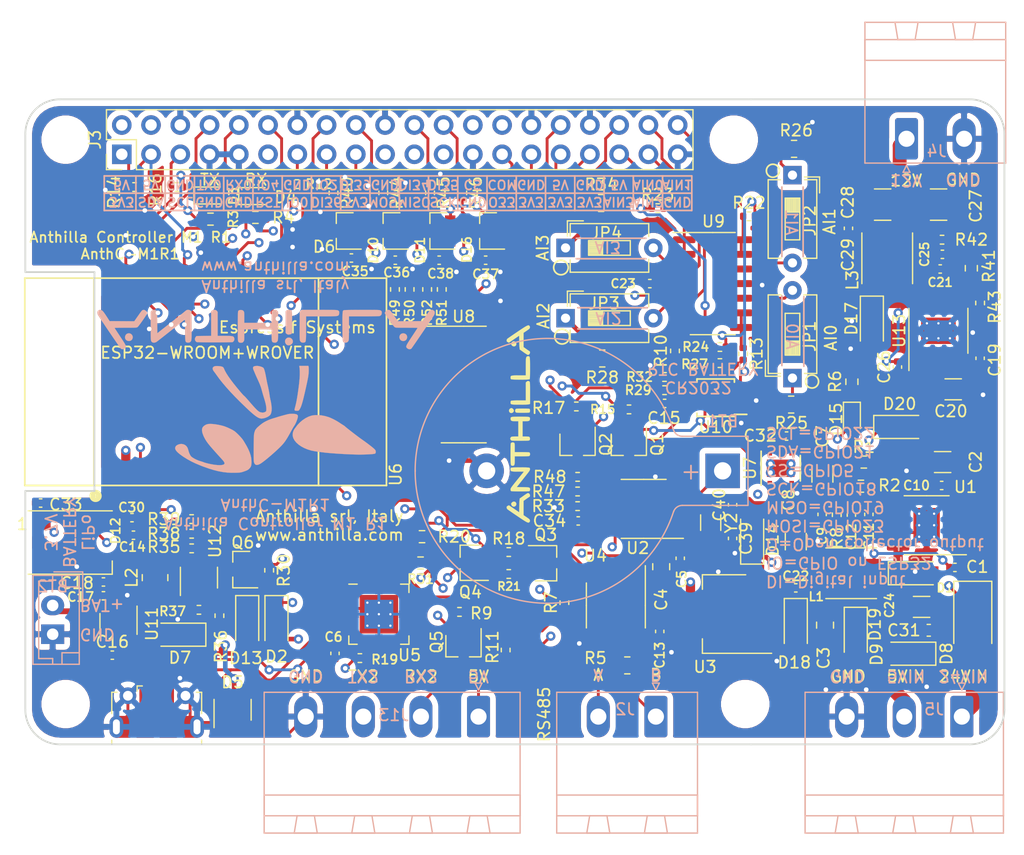
<source format=kicad_pcb>
(kicad_pcb (version 20171130) (host pcbnew "(5.1.10)-1")
  (title_block (comment 1 "Esteban Corredor") (comment 2 doenec@gmail.com) (comment 3 https://www.linkedin.com/in/esteban-corredor-377b7198/))
  (layers (0 F.Cu signal) (1 Second_Layer signal) (2 Third_Layer signal) (31 B.Cu power) (34 B.Paste user) (35 F.Paste user) (36 B.SilkS user) (37 F.SilkS user hide) (38 B.Mask user) (39 F.Mask user) (44 Edge.Cuts user))
  (net 0 "")
  (net 1 GND)
  (net 2 +3V3)
  (net 3 +5V)
  (net 4 /TXD)
  (net 5 /RXD)
  (net 6 /RESET)
  (net 7 "Net-(C1-Pad1)")
  (net 8 /GPIO0)
  (net 9 /CS)
  (net 10 "Net-(C6-Pad1)")
  (net 11 /DM)
  (net 12 /DP)
  (net 13 /RTS)
  (net 14 /DTR)
  (net 15 "Net-(R19-Pad1)")
  (net 16 "Net-(R20-Pad2)")
  (net 17 "Net-(Q3-Pad1)")
  (net 18 "Net-(Q4-Pad1)")
  (net 19 /SDA)
  (net 20 /SCL)
  (net 21 /MISO)
  (net 22 /SCK)
  (net 23 /MOSI)
  (net 24 /SDA5)
  (net 25 /SCL5)
  (net 26 VBUS)
  (net 27 "Net-(R31-Pad1)")
  (net 28 "Net-(C1-Pad2)")
  (net 29 /VIN)
  (net 30 "Net-(C10-Pad1)")
  (net 31 "Net-(C11-Pad1)")
  (net 32 "Net-(C12-Pad1)")
  (net 33 "Net-(D3-Pad2)")
  (net 34 "Net-(D4-Pad2)")
  (net 35 /SHIELD)
  (net 36 VDC)
  (net 37 /A)
  (net 38 /B)
  (net 39 "Net-(R1-Pad1)")
  (net 40 "Net-(J1-Pad4)")
  (net 41 "Net-(U1-Pad3)")
  (net 42 "Net-(U5-Pad27)")
  (net 43 "Net-(U5-Pad23)")
  (net 44 "Net-(U5-Pad22)")
  (net 45 "Net-(U5-Pad21)")
  (net 46 "Net-(U5-Pad20)")
  (net 47 "Net-(U5-Pad19)")
  (net 48 "Net-(U5-Pad18)")
  (net 49 "Net-(U5-Pad17)")
  (net 50 "Net-(U5-Pad16)")
  (net 51 "Net-(U5-Pad15)")
  (net 52 "Net-(U5-Pad14)")
  (net 53 "Net-(U5-Pad13)")
  (net 54 "Net-(U5-Pad12)")
  (net 55 "Net-(U5-Pad11)")
  (net 56 "Net-(U5-Pad10)")
  (net 57 "Net-(U5-Pad2)")
  (net 58 "Net-(U5-Pad1)")
  (net 59 "Net-(U6-Pad32)")
  (net 60 /IO27)
  (net 61 /IO14)
  (net 62 /IO12)
  (net 63 /IO13)
  (net 64 /I36)
  (net 65 /I34)
  (net 66 /RX2)
  (net 67 /TX2)
  (net 68 /RX25)
  (net 69 /IO2)
  (net 70 /IO4)
  (net 71 /IO33)
  (net 72 /IO25)
  (net 73 /IO26)
  (net 74 "Net-(R33-Pad2)")
  (net 75 "Net-(BT1-Pad1)")
  (net 76 /AN2)
  (net 77 /AN1)
  (net 78 /AN3)
  (net 79 "Net-(R10-Pad2)")
  (net 80 "Net-(R13-Pad1)")
  (net 81 "Net-(R22-Pad1)")
  (net 82 "Net-(R23-Pad2)")
  (net 83 "Net-(D12-Pad2)")
  (net 84 /AN0)
  (net 85 "Net-(U10-Pad2)")
  (net 86 "Net-(U10-Pad1)")
  (net 87 "Net-(C7-Pad1)")
  (net 88 +BATT)
  (net 89 "Net-(D7-Pad2)")
  (net 90 "Net-(D13-Pad2)")
  (net 91 "Net-(D15-Pad1)")
  (net 92 /EN_STEP_UP)
  (net 93 "Net-(Q6-Pad1)")
  (net 94 "Net-(R36-Pad1)")
  (net 95 /BAT_LEVEL)
  (net 96 "Net-(JP1-Pad1)")
  (net 97 /AIN0)
  (net 98 "Net-(C19-Pad1)")
  (net 99 "Net-(C21-Pad1)")
  (net 100 "Net-(C25-Pad1)")
  (net 101 "Net-(C26-Pad2)")
  (net 102 "Net-(C26-Pad1)")
  (net 103 +12V)
  (net 104 "Net-(R42-Pad1)")
  (net 105 /AIN1)
  (net 106 /AIN2)
  (net 107 /AIN3)
  (net 108 "Net-(U13-Pad3)")
  (net 109 "Net-(JP2-Pad1)")
  (net 110 "Net-(JP3-Pad1)")
  (net 111 "Net-(JP4-Pad1)")
  (net 112 "Net-(U8-Pad10)")
  (net 113 /I35)
  (net 114 /I39)
  (net 115 /DI35)
  (net 116 /DI34)
  (net 117 /DI39)
  (net 118 /DI36)
  (net 119 "Net-(U7-Pad4)")
  (net 120 "Net-(U7-Pad7)")
  (net 121 +5VD)
  (net 122 /RGBLED)
  (net 123 "Net-(D5-Pad4)")
  (net 124 "Net-(C35-Pad1)")
  (net 125 "Net-(C36-Pad1)")
  (net 126 "Net-(C37-Pad1)")
  (net 127 "Net-(C38-Pad1)")
  (net 128 /O12)
  (net 129 /O14)
  (net 130 /O26)
  (net 131 /O27)
  (net 132 /O25)
  (net 133 /O33)
  (net 134 /COM)
  (net 135 "Net-(D5-Pad1)")
  (net 136 "Net-(C39-Pad1)")
  (net 137 "Net-(C40-Pad1)")
  (module Capacitor_SMD:C_0402_1005Metric (layer F.Cu) (at 241.4 130.2 90)
    (fp_text reference C40 (at 0 -1.16 90) (layer F.SilkS))
    (fp_text value 12pF)
    (pad 2 smd roundrect (at 0.48 0 90) (size 0.56 0.62) (layers F.Cu F.Paste F.Mask) (net 1 GND))
    (pad 1 smd roundrect (at -0.48 0 90) (size 0.56 0.62) (layers F.Cu F.Paste F.Mask) (net 137 "Net-(C40-Pad1)"))
  )
  (module Capacitor_SMD:C_0402_1005Metric (layer F.Cu) (at 241.4 133.12 270)
    (fp_text reference C39 (at 0 -1.16 90) (layer F.SilkS))
    (fp_text value 12pF)
    (pad 2 smd roundrect (at 0.48 0 270) (size 0.56 0.62) (layers F.Cu F.Paste F.Mask) (net 1 GND))
    (pad 1 smd roundrect (at -0.48 0 270) (size 0.56 0.62) (layers F.Cu F.Paste F.Mask) (net 136 "Net-(C39-Pad1)"))
  )
  (module Diode_SMD:D_SOD-123 (layer F.Cu) (at 255.905 123.444)
    (fp_text reference D20 (at 0 -2) (layer F.SilkS))
    (fp_text value B5819W)
    (pad 2 smd rect (at 1.65 0) (size 0.9 1.2) (layers F.Cu F.Paste F.Mask) (net 1 GND))
    (pad 1 smd rect (at -1.65 0) (size 0.9 1.2) (layers F.Cu F.Paste F.Mask) (net 75 "Net-(BT1-Pad1)"))
  )
  (module Button_Switch_THT:SW_DIP_SPSTx01_Slide_6.7x4.1mm_W7.62mm_P2.54mm_LowProfile (layer F.Cu) (at 226.9 107.9)
    (fp_text reference JP4 (at 3.5415 -1.2835) (layer F.SilkS))
    (fp_text value 4-20mA)
    (pad 2 thru_hole oval (at 7.62 0) (size 1.6 1.6) (drill 0.8) (layers *.Cu *.Mask) (net 107 /AIN3))
    (pad 1 thru_hole rect (at 0 0) (size 1.6 1.6) (drill 0.8) (layers *.Cu *.Mask) (net 111 "Net-(JP4-Pad1)"))
  )
  (module Button_Switch_THT:SW_DIP_SPSTx01_Slide_6.7x4.1mm_W7.62mm_P2.54mm_LowProfile (layer F.Cu) (at 226.9 114)
    (fp_text reference JP3 (at 3.351 -1.2875) (layer F.SilkS))
    (fp_text value 4-20mA)
    (pad 2 thru_hole oval (at 7.62 0) (size 1.6 1.6) (drill 0.8) (layers *.Cu *.Mask) (net 106 /AIN2))
    (pad 1 thru_hole rect (at 0 0) (size 1.6 1.6) (drill 0.8) (layers *.Cu *.Mask) (net 110 "Net-(JP3-Pad1)"))
  )
  (module Button_Switch_THT:SW_DIP_SPSTx01_Slide_6.7x4.1mm_W7.62mm_P2.54mm_LowProfile (layer F.Cu) (at 246.6 101.58 270)
    (fp_text reference JP2 (at 3.957 -1.4945 90) (layer F.SilkS))
    (fp_text value 4-20mA)
    (pad 2 thru_hole oval (at 7.62 0 270) (size 1.6 1.6) (drill 0.8) (layers *.Cu *.Mask) (net 105 /AIN1))
    (pad 1 thru_hole rect (at 0 0 270) (size 1.6 1.6) (drill 0.8) (layers *.Cu *.Mask) (net 109 "Net-(JP2-Pad1)"))
  )
  (module Button_Switch_THT:SW_DIP_SPSTx01_Slide_6.7x4.1mm_W7.62mm_P2.54mm_LowProfile (layer F.Cu) (at 246.6 119.2 90)
    (fp_text reference JP1 (at 3.63 1.4945 90) (layer F.SilkS))
    (fp_text value 4-20mA)
    (pad 2 thru_hole oval (at 7.62 0 90) (size 1.6 1.6) (drill 0.8) (layers *.Cu *.Mask) (net 97 /AIN0))
    (pad 1 thru_hole rect (at 0 0 90) (size 1.6 1.6) (drill 0.8) (layers *.Cu *.Mask) (net 96 "Net-(JP1-Pad1)"))
  )
  (module nodemcu:anthillaLogo9mm (layer B.Cu) (at 201.7 122.8)
    (fp_text reference G*** hide)
    (fp_text value LOGO hide)
  )
  (module nodemcu:anthilla30mm (layer B.Cu) (at 200.9 115)
    (fp_text reference G*** hide)
    (fp_text value LOGO hide)
  )
  (module nodemcu:anthilla17mm (layer F.Cu) (at 222.8 123.2 90)
    (fp_text reference G*** hide)
    (fp_text value LOGO hide)
  )
  (module Package_SO:SOIC-8-1EP_3.9x4.9mm_P1.27mm_EP2.29x3mm_ThermalVias (layer F.Cu) (at 259.27 115.096 90)
    (fp_text reference U13 (at 0 -3.4 90) (layer F.SilkS))
    (fp_text value TPS54331DR)
    (pad 9 smd rect (at 0 0 90) (size 1.8 2.5) (layers B.Cu) (net 1 GND))
    (pad 9 thru_hole circle (at 0.65 1 90) (size 0.5 0.5) (drill 0.2) (layers *.Cu) (net 1 GND))
    (pad 9 thru_hole circle (at -0.65 1 90) (size 0.5 0.5) (drill 0.2) (layers *.Cu) (net 1 GND))
    (pad 9 thru_hole circle (at 0.65 0 90) (size 0.5 0.5) (drill 0.2) (layers *.Cu) (net 1 GND))
    (pad 9 thru_hole circle (at -0.65 0 90) (size 0.5 0.5) (drill 0.2) (layers *.Cu) (net 1 GND))
    (pad 9 thru_hole circle (at 0.65 -1 90) (size 0.5 0.5) (drill 0.2) (layers *.Cu) (net 1 GND))
    (pad 9 thru_hole circle (at -0.65 -1 90) (size 0.5 0.5) (drill 0.2) (layers *.Cu) (net 1 GND))
    (pad 9 smd rect (at 0 0 90) (size 2.29 3) (layers F.Cu F.Mask) (net 1 GND))
    (pad 8 smd roundrect (at 2.475 -1.905 90) (size 1.95 0.6) (layers F.Cu F.Paste F.Mask) (net 101 "Net-(C26-Pad2)"))
    (pad 7 smd roundrect (at 2.475 -0.635 90) (size 1.95 0.6) (layers F.Cu F.Paste F.Mask) (net 1 GND))
    (pad 6 smd roundrect (at 2.475 0.635 90) (size 1.95 0.6) (layers F.Cu F.Paste F.Mask) (net 99 "Net-(C21-Pad1)"))
    (pad 5 smd roundrect (at 2.475 1.905 90) (size 1.95 0.6) (layers F.Cu F.Paste F.Mask) (net 104 "Net-(R42-Pad1)"))
    (pad 4 smd roundrect (at -2.475 1.905 90) (size 1.95 0.6) (layers F.Cu F.Paste F.Mask) (net 98 "Net-(C19-Pad1)"))
    (pad 3 smd roundrect (at -2.475 0.635 90) (size 1.95 0.6) (layers F.Cu F.Paste F.Mask) (net 108 "Net-(U13-Pad3)"))
    (pad 2 smd roundrect (at -2.475 -0.635 90) (size 1.95 0.6) (layers F.Cu F.Paste F.Mask) (net 29 /VIN))
    (pad 1 smd roundrect (at -2.475 -1.905 90) (size 1.95 0.6) (layers F.Cu F.Paste F.Mask) (net 102 "Net-(C26-Pad1)"))
  )
  (module Package_SO:SOIC-8-1EP_3.9x4.9mm_P1.27mm_EP2.29x3mm_ThermalVias (layer F.Cu) (at 258.246 131.976 180)
    (fp_text reference U1 (at -3.374 3.325) (layer F.SilkS))
    (fp_text value TPS54331DR)
    (pad 9 smd rect (at 0 0 180) (size 1.8 2.5) (layers B.Cu) (net 1 GND))
    (pad 9 thru_hole circle (at 0.65 1 180) (size 0.5 0.5) (drill 0.2) (layers *.Cu) (net 1 GND))
    (pad 9 thru_hole circle (at -0.65 1 180) (size 0.5 0.5) (drill 0.2) (layers *.Cu) (net 1 GND))
    (pad 9 thru_hole circle (at 0.65 0 180) (size 0.5 0.5) (drill 0.2) (layers *.Cu) (net 1 GND))
    (pad 9 thru_hole circle (at -0.65 0 180) (size 0.5 0.5) (drill 0.2) (layers *.Cu) (net 1 GND))
    (pad 9 thru_hole circle (at 0.65 -1 180) (size 0.5 0.5) (drill 0.2) (layers *.Cu) (net 1 GND))
    (pad 9 thru_hole circle (at -0.65 -1 180) (size 0.5 0.5) (drill 0.2) (layers *.Cu) (net 1 GND))
    (pad 9 smd rect (at 0 0 180) (size 2.29 3) (layers F.Cu F.Mask) (net 1 GND))
    (pad 8 smd roundrect (at 2.475 -1.905 180) (size 1.95 0.6) (layers F.Cu F.Paste F.Mask) (net 28 "Net-(C1-Pad2)"))
    (pad 7 smd roundrect (at 2.475 -0.635 180) (size 1.95 0.6) (layers F.Cu F.Paste F.Mask) (net 1 GND))
    (pad 6 smd roundrect (at 2.475 0.635 180) (size 1.95 0.6) (layers F.Cu F.Paste F.Mask) (net 31 "Net-(C11-Pad1)"))
    (pad 5 smd roundrect (at 2.475 1.905 180) (size 1.95 0.6) (layers F.Cu F.Paste F.Mask) (net 39 "Net-(R1-Pad1)"))
    (pad 4 smd roundrect (at -2.475 1.905 180) (size 1.95 0.6) (layers F.Cu F.Paste F.Mask) (net 30 "Net-(C10-Pad1)"))
    (pad 3 smd roundrect (at -2.475 0.635 180) (size 1.95 0.6) (layers F.Cu F.Paste F.Mask) (net 41 "Net-(U1-Pad3)"))
    (pad 2 smd roundrect (at -2.475 -0.635 180) (size 1.95 0.6) (layers F.Cu F.Paste F.Mask) (net 29 /VIN))
    (pad 1 smd roundrect (at -2.475 -1.905 180) (size 1.95 0.6) (layers F.Cu F.Paste F.Mask) (net 7 "Net-(C1-Pad1)"))
  )
  (module Resistor_SMD:R_0402_1005Metric (layer F.Cu) (at 214.884 111.504 270)
    (fp_text reference R52 (at 2.034 0 90) (layer F.SilkS) (effects (font (size 0.8 0.8))))
    (fp_text value 2KΩ)
    (pad 2 smd roundrect (at 0.51 0 270) (size 0.54 0.64) (layers F.Cu F.Paste F.Mask) (net 65 /I34))
    (pad 1 smd roundrect (at -0.51 0 270) (size 0.54 0.64) (layers F.Cu F.Paste F.Mask) (net 127 "Net-(C38-Pad1)"))
  )
  (module Resistor_SMD:R_0402_1005Metric (layer F.Cu) (at 216.154 111.504 270)
    (fp_text reference R51 (at 2.034 0 90) (layer F.SilkS) (effects (font (size 0.8 0.8))))
    (fp_text value 2KΩ)
    (pad 2 smd roundrect (at 0.51 0 270) (size 0.54 0.64) (layers F.Cu F.Paste F.Mask) (net 113 /I35))
    (pad 1 smd roundrect (at -0.51 0 270) (size 0.54 0.64) (layers F.Cu F.Paste F.Mask) (net 126 "Net-(C37-Pad1)"))
  )
  (module Resistor_SMD:R_0402_1005Metric (layer F.Cu) (at 213.36 111.504 270)
    (fp_text reference R50 (at 2.034 0 90) (layer F.SilkS) (effects (font (size 0.8 0.8))))
    (fp_text value 2KΩ)
    (pad 2 smd roundrect (at 0.51 0 270) (size 0.54 0.64) (layers F.Cu F.Paste F.Mask) (net 114 /I39))
    (pad 1 smd roundrect (at -0.51 0 270) (size 0.54 0.64) (layers F.Cu F.Paste F.Mask) (net 125 "Net-(C36-Pad1)"))
  )
  (module Resistor_SMD:R_0402_1005Metric (layer F.Cu) (at 212.09 111.504 270)
    (fp_text reference R49 (at 2.034 0 90) (layer F.SilkS) (effects (font (size 0.8 0.8))))
    (fp_text value 2KΩ)
    (pad 2 smd roundrect (at 0.51 0 270) (size 0.54 0.64) (layers F.Cu F.Paste F.Mask) (net 64 /I36))
    (pad 1 smd roundrect (at -0.51 0 270) (size 0.54 0.64) (layers F.Cu F.Paste F.Mask) (net 124 "Net-(C35-Pad1)"))
  )
  (module Capacitor_SMD:C_0402_1005Metric (layer F.Cu) (at 215.928 108.966)
    (fp_text reference C38 (at 0.1244 1.1684) (layer F.SilkS) (effects (font (size 0.8 0.8))))
    (fp_text value 100nF)
    (pad 2 smd roundrect (at 0.48 0) (size 0.56 0.62) (layers F.Cu F.Paste F.Mask) (net 1 GND))
    (pad 1 smd roundrect (at -0.48 0) (size 0.56 0.62) (layers F.Cu F.Paste F.Mask) (net 127 "Net-(C38-Pad1)"))
  )
  (module Capacitor_SMD:C_0402_1005Metric (layer F.Cu) (at 219.964 108.966)
    (fp_text reference C37 (at 0 1.2192) (layer F.SilkS) (effects (font (size 0.8 0.8))))
    (fp_text value 100nF)
    (pad 2 smd roundrect (at 0.48 0) (size 0.56 0.62) (layers F.Cu F.Paste F.Mask) (net 1 GND))
    (pad 1 smd roundrect (at -0.48 0) (size 0.56 0.62) (layers F.Cu F.Paste F.Mask) (net 126 "Net-(C37-Pad1)"))
  )
  (module Capacitor_SMD:C_0402_1005Metric (layer F.Cu) (at 212.118 108.966)
    (fp_text reference C36 (at 0.1244 1.0668) (layer F.SilkS) (effects (font (size 0.8 0.8))))
    (fp_text value 100nF)
    (pad 2 smd roundrect (at 0.48 0) (size 0.56 0.62) (layers F.Cu F.Paste F.Mask) (net 1 GND))
    (pad 1 smd roundrect (at -0.48 0) (size 0.56 0.62) (layers F.Cu F.Paste F.Mask) (net 125 "Net-(C36-Pad1)"))
  )
  (module Capacitor_SMD:C_0402_1005Metric (layer F.Cu) (at 208.308 108.7755)
    (fp_text reference C35 (at 0.3276 1.1557) (layer F.SilkS) (effects (font (size 0.8 0.8))))
    (fp_text value 100nF)
    (pad 2 smd roundrect (at 0.48 0) (size 0.56 0.62) (layers F.Cu F.Paste F.Mask) (net 1 GND))
    (pad 1 smd roundrect (at -0.48 0) (size 0.56 0.62) (layers F.Cu F.Paste F.Mask) (net 124 "Net-(C35-Pad1)"))
  )
  (module Capacitor_SMD:C_0402_1005Metric (layer F.Cu) (at 228 131.6 180)
    (fp_text reference C34 (at 2.5 0) (layer F.SilkS))
    (fp_text value 100nF)
    (pad 2 smd roundrect (at 0.48 0 180) (size 0.56 0.62) (layers F.Cu F.Paste F.Mask) (net 1 GND))
    (pad 1 smd roundrect (at -0.48 0 180) (size 0.56 0.62) (layers F.Cu F.Paste F.Mask) (net 3 +5V))
  )
  (module Package_SO:SOIC-8_3.9x4.9mm_P1.27mm (layer F.Cu) (at 233.68 130.556 180)
    (fp_text reference U2 (at 0.508 -3.4) (layer F.SilkS))
    (fp_text value DS1307Z+)
    (pad 8 smd roundrect (at 2.475 -1.905 180) (size 1.95 0.6) (layers F.Cu F.Paste F.Mask) (net 3 +5V))
    (pad 7 smd roundrect (at 2.475 -0.635 180) (size 1.95 0.6) (layers F.Cu F.Paste F.Mask) (net 74 "Net-(R33-Pad2)"))
    (pad 6 smd roundrect (at 2.475 0.635 180) (size 1.95 0.6) (layers F.Cu F.Paste F.Mask) (net 25 /SCL5))
    (pad 5 smd roundrect (at 2.475 1.905 180) (size 1.95 0.6) (layers F.Cu F.Paste F.Mask) (net 24 /SDA5))
    (pad 4 smd roundrect (at -2.475 1.905 180) (size 1.95 0.6) (layers F.Cu F.Paste F.Mask) (net 1 GND))
    (pad 3 smd roundrect (at -2.475 0.635 180) (size 1.95 0.6) (layers F.Cu F.Paste F.Mask) (net 75 "Net-(BT1-Pad1)"))
    (pad 2 smd roundrect (at -2.475 -0.635 180) (size 1.95 0.6) (layers F.Cu F.Paste F.Mask) (net 137 "Net-(C40-Pad1)"))
    (pad 1 smd roundrect (at -2.475 -1.905 180) (size 1.95 0.6) (layers F.Cu F.Paste F.Mask) (net 136 "Net-(C39-Pad1)"))
  )
  (module Crystal:Crystal_SMD_3215-2Pin_3.2x1.5mm (layer F.Cu) (at 239.5 131.75 90)
    (fp_text reference Y2 (at -0.02 1.778 90) (layer F.SilkS))
    (fp_text value 32.768KHz)
    (pad 2 smd rect (at -1.25 0 90) (size 1 1.8) (layers F.Cu F.Paste F.Mask) (net 136 "Net-(C39-Pad1)"))
    (pad 1 smd rect (at 1.25 0 90) (size 1 1.8) (layers F.Cu F.Paste F.Mask) (net 137 "Net-(C40-Pad1)"))
  )
  (module Resistor_SMD:R_0402_1005Metric (layer F.Cu) (at 227.946 127.778)
    (fp_text reference R48 (at -2.413 0) (layer F.SilkS))
    (fp_text value 10KΩ)
    (pad 2 smd roundrect (at 0.51 0) (size 0.54 0.64) (layers F.Cu F.Paste F.Mask) (net 24 /SDA5))
    (pad 1 smd roundrect (at -0.51 0) (size 0.54 0.64) (layers F.Cu F.Paste F.Mask) (net 3 +5V))
  )
  (module Resistor_SMD:R_0402_1005Metric (layer F.Cu) (at 227.944 129.048)
    (fp_text reference R47 (at -2.538 0) (layer F.SilkS))
    (fp_text value 10KΩ)
    (pad 2 smd roundrect (at 0.51 0) (size 0.54 0.64) (layers F.Cu F.Paste F.Mask) (net 25 /SCL5))
    (pad 1 smd roundrect (at -0.51 0) (size 0.54 0.64) (layers F.Cu F.Paste F.Mask) (net 3 +5V))
  )
  (module Resistor_SMD:R_0402_1005Metric (layer F.Cu) (at 227.836 121.666 180)
    (fp_text reference R17 (at 2.411 -0.127) (layer F.SilkS))
    (fp_text value 10KΩ)
    (pad 2 smd roundrect (at 0.51 0 180) (size 0.54 0.64) (layers F.Cu F.Paste F.Mask) (net 19 /SDA))
    (pad 1 smd roundrect (at -0.51 0 180) (size 0.54 0.64) (layers F.Cu F.Paste F.Mask) (net 2 +3V3))
  )
  (module Resistor_SMD:R_0402_1005Metric (layer F.Cu) (at 232.41 121.92 180)
    (fp_text reference R15 (at 2.286 0) (layer F.SilkS) (effects (font (size 0.75 0.75))))
    (fp_text value 10KΩ)
    (pad 2 smd roundrect (at 0.51 0 180) (size 0.54 0.64) (layers F.Cu F.Paste F.Mask) (net 20 /SCL))
    (pad 1 smd roundrect (at -0.51 0 180) (size 0.54 0.64) (layers F.Cu F.Paste F.Mask) (net 2 +3V3))
  )
  (module Package_TO_SOT_SMD:TSOT-23 (layer F.Cu) (at 227.96 124.968 270)
    (fp_text reference Q2 (at 0 -2.45 90) (layer F.SilkS))
    (fp_text value 2N7002)
    (pad 3 smd rect (at 1.31 0 270) (size 1.22 0.65) (layers F.Cu F.Paste F.Mask) (net 24 /SDA5))
    (pad 2 smd rect (at -1.31 0.95 270) (size 1.22 0.65) (layers F.Cu F.Paste F.Mask) (net 19 /SDA))
    (pad 1 smd rect (at -1.31 -0.95 270) (size 1.22 0.65) (layers F.Cu F.Paste F.Mask) (net 2 +3V3))
  )
  (module Package_TO_SOT_SMD:TSOT-23 (layer F.Cu) (at 232.41 124.968 270)
    (fp_text reference Q1 (at 0 -2.45 90) (layer F.SilkS))
    (fp_text value 2N7002)
    (pad 3 smd rect (at 1.31 0 270) (size 1.22 0.65) (layers F.Cu F.Paste F.Mask) (net 25 /SCL5))
    (pad 2 smd rect (at -1.31 0.95 270) (size 1.22 0.65) (layers F.Cu F.Paste F.Mask) (net 20 /SCL))
    (pad 1 smd rect (at -1.31 -0.95 270) (size 1.22 0.65) (layers F.Cu F.Paste F.Mask) (net 2 +3V3))
  )
  (module Diode_SMD:D_SOD-123 (layer F.Cu) (at 252.095 141.35 270)
    (fp_text reference D19 (at -0.761 -1.651 90) (layer F.SilkS))
    (fp_text value B5819W)
    (pad 2 smd rect (at 1.65 0 270) (size 0.9 1.2) (layers F.Cu F.Paste F.Mask) (net 121 +5VD))
    (pad 1 smd rect (at -1.65 0 270) (size 0.9 1.2) (layers F.Cu F.Paste F.Mask) (net 3 +5V))
  )
  (module Connector_Phoenix_MSTB:PhoenixContact_MSTBA_2,5_3-G_1x03_P5.00mm_Horizontal (layer B.Cu) (at 261.305 148.59 180)
    (fp_text reference J5 (at 2.413 0.635) (layer B.SilkS) (effects (justify mirror)))
    (fp_text value VIN)
    (pad 3 thru_hole oval (at 10 0 180) (size 2 3.6) (drill 1.4) (layers *.Cu *.Mask) (net 1 GND))
    (pad 2 thru_hole oval (at 5 0 180) (size 2 3.6) (drill 1.4) (layers *.Cu *.Mask) (net 121 +5VD))
    (pad 1 thru_hole roundrect (at 0 0 180) (size 2 3.6) (drill 1.4) (layers *.Cu *.Mask) (roundrect_rratio 0.125) (net 36 VDC))
  )
  (module Diode_SMD:D_SOD-123 (layer F.Cu) (at 246.888 140.588 270)
    (fp_text reference D18 (at 3.303 0.127) (layer F.SilkS))
    (fp_text value B5819W)
    (pad 2 smd rect (at 1.65 0 270) (size 0.9 1.2) (layers F.Cu F.Paste F.Mask) (net 1 GND))
    (pad 1 smd rect (at -1.65 0 270) (size 0.9 1.2) (layers F.Cu F.Paste F.Mask) (net 3 +5V))
  )
  (module Capacitor_SMD:C_0402_1005Metric (layer F.Cu) (at 181.328 130.048)
    (fp_text reference C33 (at 2.187 0.127) (layer F.SilkS))
    (fp_text value 100nF)
    (pad 2 smd roundrect (at 0.48 0) (size 0.56 0.62) (layers F.Cu F.Paste F.Mask) (net 1 GND))
    (pad 1 smd roundrect (at -0.48 0) (size 0.56 0.62) (layers F.Cu F.Paste F.Mask) (net 3 +5V))
  )
  (module Connector_Phoenix_MSTB:PhoenixContact_MSTBA_2,5_2-G_1x02_P5.00mm_Horizontal (layer B.Cu) (at 256.5 98.425)
    (fp_text reference J4 (at 2.619 1.0795) (layer B.SilkS) (effects (justify mirror)))
    (fp_text value 12V)
    (pad 2 thru_hole oval (at 5 0) (size 2 3.6) (drill 1.4) (layers *.Cu *.Mask) (net 1 GND))
    (pad 1 thru_hole roundrect (at 0 0) (size 2 3.6) (drill 1.4) (layers *.Cu *.Mask) (roundrect_rratio 0.125) (net 103 +12V))
  )
  (module Capacitor_SMD:C_0402_1005Metric (layer F.Cu) (at 246.087 124.233)
    (fp_text reference C32 (at -2.287 -0.033) (layer F.SilkS))
    (fp_text value 100nF)
    (pad 2 smd roundrect (at 0.48 0) (size 0.56 0.62) (layers F.Cu F.Paste F.Mask) (net 1 GND))
    (pad 1 smd roundrect (at -0.48 0) (size 0.56 0.62) (layers F.Cu F.Paste F.Mask) (net 2 +3V3))
  )
  (module Connector_Phoenix_MSTB:PhoenixContact_MSTBA_2,5_4-G_1x04_P5.00mm_Horizontal (layer B.Cu) (at 219.343 148.59 180)
    (fp_text reference J13 (at 7.366 0.127) (layer B.SilkS) (effects (justify mirror)))
    (fp_text value NEXTION)
    (pad 4 thru_hole oval (at 15 0 180) (size 2 3.6) (drill 1.4) (layers *.Cu *.Mask) (net 1 GND))
    (pad 3 thru_hole oval (at 10 0 180) (size 2 3.6) (drill 1.4) (layers *.Cu *.Mask) (net 67 /TX2))
    (pad 2 thru_hole oval (at 5 0 180) (size 2 3.6) (drill 1.4) (layers *.Cu *.Mask) (net 68 /RX25))
    (pad 1 thru_hole roundrect (at 0 0 180) (size 2 3.6) (drill 1.4) (layers *.Cu *.Mask) (roundrect_rratio 0.125) (net 3 +5V))
  )
  (module Connector_Phoenix_MSTB:PhoenixContact_MSTBA_2,5_2-G_1x02_P5.00mm_Horizontal (layer B.Cu) (at 234.743 148.59 180)
    (fp_text reference J2 (at 2.667 0.635) (layer B.SilkS) (effects (justify mirror)))
    (fp_text value RS485)
    (pad 2 thru_hole oval (at 5 0 180) (size 2 3.6) (drill 1.4) (layers *.Cu *.Mask) (net 37 /A))
    (pad 1 thru_hole roundrect (at 0 0 180) (size 2 3.6) (drill 1.4) (layers *.Cu *.Mask) (roundrect_rratio 0.125) (net 38 /B))
  )
  (module Package_SON:Texas_PWSON-N6 (layer F.Cu) (at 245.579 127.027 90)
    (fp_text reference U7 (at 0 -2.67 90) (layer F.SilkS))
    (fp_text value HDC2080)
    (pad 6 smd rect (at 1.4 -0.95 90) (size 0.6 0.4) (layers F.Cu F.Paste F.Mask) (net 20 /SCL))
    (pad 5 smd rect (at 1.4 0 90) (size 0.6 0.4) (layers F.Cu F.Paste F.Mask) (net 2 +3V3))
    (pad 4 smd rect (at 1.4 0.95 90) (size 0.6 0.4) (layers F.Cu F.Paste F.Mask) (net 119 "Net-(U7-Pad4)"))
    (pad 3 smd rect (at -1.4 0.95 90) (size 0.6 0.4) (layers F.Cu F.Paste F.Mask) (net 1 GND))
    (pad 2 smd rect (at -1.4 0 90) (size 0.6 0.4) (layers F.Cu F.Paste F.Mask) (net 1 GND))
    (pad 1 smd rect (at -1.4 -0.95 90) (size 0.6 0.4) (layers F.Cu F.Paste F.Mask) (net 19 /SDA))
    (pad 7 smd rect (at 0 0 90) (size 1.5 2.4) (layers F.Cu F.Paste F.Mask) (net 120 "Net-(U7-Pad7)"))
  )
  (module nodemcu:L-4.2x4.4 (layer F.Cu) (at 251.695 136.144 180)
    (fp_text reference L1 (at 3.029 -2.032 180) (layer F.SilkS) (effects (font (size 0.75 0.75))))
    (fp_text value 10uH)
    (pad 1 smd rect (at -1.85 0 180) (size 1.5 2.5) (layers F.Cu F.Paste F.Mask) (net 28 "Net-(C1-Pad2)"))
    (pad 2 smd rect (at 1.85 0 180) (size 1.5 2.5) (layers F.Cu F.Paste F.Mask) (net 87 "Net-(C7-Pad1)"))
  )
  (module nodemcu:L-4.2x4.4 (layer F.Cu) (at 254.825 108.801 90)
    (fp_text reference L3 (at -1.899 -3.025 270) (layer F.SilkS))
    (fp_text value 10uH)
    (pad 1 smd rect (at -1.85 0 90) (size 1.5 2.5) (layers F.Cu F.Paste F.Mask) (net 101 "Net-(C26-Pad2)"))
    (pad 2 smd rect (at 1.85 0 90) (size 1.5 2.5) (layers F.Cu F.Paste F.Mask) (net 103 +12V))
  )
  (module Battery:BatteryHolder_Keystone_103_1x20mm (layer B.Cu) (at 240.538 127.254 180)
    (fp_text reference BT1 (at 0 4.3) (layer B.SilkS) (effects (justify mirror)))
    (fp_text value "COIN BATTERY")
    (fp_text user + (at 2.75 0) (layer B.SilkS) (effects (font (size 1.5 1.5)) (justify mirror)))
    (pad 1 thru_hole rect (at 0 0 180) (size 3 3) (drill 1.5) (layers *.Cu *.Mask) (net 75 "Net-(BT1-Pad1)"))
    (pad 2 thru_hole circle (at 20.49 0 180) (size 3 3) (drill 1.5) (layers *.Cu *.Mask) (net 1 GND))
  )
  (module Capacitor_SMD:C_0402_1005Metric (layer F.Cu) (at 234.216 110.998 180)
    (fp_text reference C23 (at 2.314 0) (layer F.SilkS) (effects (font (size 0.75 0.75))))
    (fp_text value 100nF)
    (pad 2 smd roundrect (at 0.48 0 180) (size 0.56 0.62) (layers F.Cu F.Paste F.Mask) (net 1 GND))
    (pad 1 smd roundrect (at -0.48 0 180) (size 0.56 0.62) (layers F.Cu F.Paste F.Mask) (net 3 +5V))
  )
  (module Resistor_SMD:R_0402_1005Metric (layer F.Cu) (at 217.932 103.122 270)
    (fp_text reference R46 (at 0 -1.17 90) (layer F.SilkS))
    (fp_text value 2KΩ)
    (pad 2 smd roundrect (at 0.51 0 270) (size 0.54 0.64) (layers F.Cu F.Paste F.Mask) (net 126 "Net-(C37-Pad1)"))
    (pad 1 smd roundrect (at -0.51 0 270) (size 0.54 0.64) (layers F.Cu F.Paste F.Mask) (net 115 /DI35))
  )
  (module Resistor_SMD:R_0402_1005Metric (layer F.Cu) (at 215.138 103.122 270)
    (fp_text reference R45 (at 0 -1.17 90) (layer F.SilkS))
    (fp_text value 2KΩ)
    (pad 2 smd roundrect (at 0.51 0 270) (size 0.54 0.64) (layers F.Cu F.Paste F.Mask) (net 127 "Net-(C38-Pad1)"))
    (pad 1 smd roundrect (at -0.51 0 270) (size 0.54 0.64) (layers F.Cu F.Paste F.Mask) (net 116 /DI34))
  )
  (module Resistor_SMD:R_0402_1005Metric (layer F.Cu) (at 211.074 103.122 270)
    (fp_text reference R44 (at 0 -1.17 90) (layer F.SilkS))
    (fp_text value 2KΩ)
    (pad 2 smd roundrect (at 0.51 0 270) (size 0.54 0.64) (layers F.Cu F.Paste F.Mask) (net 125 "Net-(C36-Pad1)"))
    (pad 1 smd roundrect (at -0.51 0 270) (size 0.54 0.64) (layers F.Cu F.Paste F.Mask) (net 117 /DI39))
  )
  (module Resistor_SMD:R_0402_1005Metric (layer F.Cu) (at 206.756 103.126 270)
    (fp_text reference R40 (at 0 -1.17 90) (layer F.SilkS))
    (fp_text value 2KΩ)
    (pad 2 smd roundrect (at 0.51 0 270) (size 0.54 0.64) (layers F.Cu F.Paste F.Mask) (net 124 "Net-(C35-Pad1)"))
    (pad 1 smd roundrect (at -0.51 0 270) (size 0.54 0.64) (layers F.Cu F.Paste F.Mask) (net 118 /DI36))
  )
  (module Package_TO_SOT_SMD:SOT-23 (layer F.Cu) (at 220.202 106.426 180)
    (fp_text reference D16 (at 1.8636 -1.6256 90) (layer F.SilkS) (effects (font (size 0.8 0.8))))
    (fp_text value BAT54S)
    (pad 3 smd rect (at 1 0 180) (size 0.9 0.8) (layers F.Cu F.Paste F.Mask) (net 126 "Net-(C37-Pad1)"))
    (pad 2 smd rect (at -1 0.95 180) (size 0.9 0.8) (layers F.Cu F.Paste F.Mask) (net 2 +3V3))
    (pad 1 smd rect (at -1 -0.95 180) (size 0.9 0.8) (layers F.Cu F.Paste F.Mask) (net 1 GND))
  )
  (module Package_TO_SOT_SMD:SOT-23 (layer F.Cu) (at 215.884 106.426 180)
    (fp_text reference D11 (at 1.6096 -1.6764 90) (layer F.SilkS) (effects (font (size 0.8 0.8))))
    (fp_text value BAT54S)
    (pad 3 smd rect (at 1 0 180) (size 0.9 0.8) (layers F.Cu F.Paste F.Mask) (net 127 "Net-(C38-Pad1)"))
    (pad 2 smd rect (at -1 0.95 180) (size 0.9 0.8) (layers F.Cu F.Paste F.Mask) (net 2 +3V3))
    (pad 1 smd rect (at -1 -0.95 180) (size 0.9 0.8) (layers F.Cu F.Paste F.Mask) (net 1 GND))
  )
  (module Package_TO_SOT_SMD:SOT-23 (layer F.Cu) (at 211.82 106.426 180)
    (fp_text reference D10 (at 1.6096 -1.6764 270) (layer F.SilkS) (effects (font (size 0.8 0.8))))
    (fp_text value BAT54S)
    (pad 3 smd rect (at 1 0 180) (size 0.9 0.8) (layers F.Cu F.Paste F.Mask) (net 125 "Net-(C36-Pad1)"))
    (pad 2 smd rect (at -1 0.95 180) (size 0.9 0.8) (layers F.Cu F.Paste F.Mask) (net 2 +3V3))
    (pad 1 smd rect (at -1 -0.95 180) (size 0.9 0.8) (layers F.Cu F.Paste F.Mask) (net 1 GND))
  )
  (module Package_TO_SOT_SMD:SOT-23 (layer F.Cu) (at 207.756 106.426 180)
    (fp_text reference D6 (at 1.8128 -1.3716) (layer F.SilkS))
    (fp_text value BAT54S)
    (pad 3 smd rect (at 1 0 180) (size 0.9 0.8) (layers F.Cu F.Paste F.Mask) (net 124 "Net-(C35-Pad1)"))
    (pad 2 smd rect (at -1 0.95 180) (size 0.9 0.8) (layers F.Cu F.Paste F.Mask) (net 2 +3V3))
    (pad 1 smd rect (at -1 -0.95 180) (size 0.9 0.8) (layers F.Cu F.Paste F.Mask) (net 1 GND))
  )
  (module Resistor_SMD:R_0805_2012Metric (layer F.Cu) (at 229.9875 104 180)
    (fp_text reference R34 (at -0.0125 1.6) (layer F.SilkS))
    (fp_text value 250R)
    (pad 2 smd roundrect (at 0.9125 0 180) (size 1.025 1.4) (layers F.Cu F.Paste F.Mask) (roundrect_rratio 0.2439004878048781) (net 111 "Net-(JP4-Pad1)"))
    (pad 1 smd roundrect (at -0.9125 0 180) (size 1.025 1.4) (layers F.Cu F.Paste F.Mask) (roundrect_rratio 0.2439004878048781) (net 1 GND))
  )
  (module Resistor_SMD:R_0805_2012Metric (layer F.Cu) (at 230.0875 117.5 180)
    (fp_text reference R28 (at 0 -1.65) (layer F.SilkS))
    (fp_text value 250R)
    (pad 2 smd roundrect (at 0.9125 0 180) (size 1.025 1.4) (layers F.Cu F.Paste F.Mask) (roundrect_rratio 0.2439004878048781) (net 110 "Net-(JP3-Pad1)"))
    (pad 1 smd roundrect (at -0.9125 0 180) (size 1.025 1.4) (layers F.Cu F.Paste F.Mask) (roundrect_rratio 0.2439004878048781) (net 1 GND))
  )
  (module Resistor_SMD:R_0805_2012Metric (layer F.Cu) (at 246.7375 99.3 180)
    (fp_text reference R26 (at -0.1875 1.6) (layer F.SilkS))
    (fp_text value 250R)
    (pad 2 smd roundrect (at 0.9125 0 180) (size 1.025 1.4) (layers F.Cu F.Paste F.Mask) (roundrect_rratio 0.2439004878048781) (net 109 "Net-(JP2-Pad1)"))
    (pad 1 smd roundrect (at -0.9125 0 180) (size 1.025 1.4) (layers F.Cu F.Paste F.Mask) (roundrect_rratio 0.2439004878048781) (net 1 GND))
  )
  (module Resistor_SMD:R_0805_2012Metric (layer F.Cu) (at 246.4875 121.5)
    (fp_text reference R25 (at 0.0125 1.6) (layer F.SilkS))
    (fp_text value 250R)
    (pad 2 smd roundrect (at 0.9125 0) (size 1.025 1.4) (layers F.Cu F.Paste F.Mask) (roundrect_rratio 0.2439004878048781) (net 96 "Net-(JP1-Pad1)"))
    (pad 1 smd roundrect (at -0.9125 0) (size 1.025 1.4) (layers F.Cu F.Paste F.Mask) (roundrect_rratio 0.2439004878048781) (net 1 GND))
  )
  (module Capacitor_SMD:C_0603_1608Metric (layer F.Cu) (at 258.432 141.097 180)
    (fp_text reference C31 (at 2.159 0) (layer F.SilkS))
    (fp_text value 100nF)
    (pad 2 smd roundrect (at 0.775 0 180) (size 0.9 0.95) (layers F.Cu F.Paste F.Mask) (net 1 GND))
    (pad 1 smd roundrect (at -0.775 0 180) (size 0.9 0.95) (layers F.Cu F.Paste F.Mask) (net 29 /VIN))
  )
  (module Capacitor_SMD:C_1206_3216Metric (layer F.Cu) (at 257.81 139.065 180)
    (fp_text reference C24 (at 2.794 0.127 90) (layer F.SilkS) (effects (font (size 0.75 0.75))))
    (fp_text value "10uF 50V")
    (pad 2 smd roundrect (at 1.475 0 180) (size 1.15 1.8) (layers F.Cu F.Paste F.Mask) (roundrect_rratio 0.2173904347826087) (net 1 GND))
    (pad 1 smd roundrect (at -1.475 0 180) (size 1.15 1.8) (layers F.Cu F.Paste F.Mask) (roundrect_rratio 0.2173904347826087) (net 29 /VIN))
  )
  (module Capacitor_SMD:C_0402_1005Metric (layer F.Cu) (at 189.258 131.318 180)
    (fp_text reference C30 (at 0.028 0.889) (layer F.SilkS) (effects (font (size 0.8 0.8))))
    (fp_text value 10uF)
    (pad 2 smd roundrect (at 0.48 0 180) (size 0.56 0.62) (layers F.Cu F.Paste F.Mask) (net 1 GND))
    (pad 1 smd roundrect (at -0.48 0 180) (size 0.56 0.62) (layers F.Cu F.Paste F.Mask) (net 2 +3V3))
  )
  (module Capacitor_SMD:C_0402_1005Metric (layer F.Cu) (at 189.385 132.842 180)
    (fp_text reference C14 (at 0.0915 -1.016) (layer F.SilkS) (effects (font (size 0.8 0.8))))
    (fp_text value 100nF)
    (pad 2 smd roundrect (at 0.48 0 180) (size 0.56 0.62) (layers F.Cu F.Paste F.Mask) (net 1 GND))
    (pad 1 smd roundrect (at -0.48 0 180) (size 0.56 0.62) (layers F.Cu F.Paste F.Mask) (net 2 +3V3))
  )
  (module Capacitor_SMD:C_0805_2012Metric (layer F.Cu) (at 235.204 135.575 90)
    (fp_text reference C4 (at -2.855 0 90) (layer F.SilkS))
    (fp_text value 47uF)
    (pad 2 smd roundrect (at 0.95 0 90) (size 1 1.45) (layers F.Cu F.Paste F.Mask) (net 1 GND))
    (pad 1 smd roundrect (at -0.95 0 90) (size 1 1.45) (layers F.Cu F.Paste F.Mask) (net 2 +3V3))
  )
  (module Capacitor_SMD:C_0805_2012Metric (layer F.Cu) (at 249.428 140.65 270)
    (fp_text reference C3 (at 2.86 0.127 90) (layer F.SilkS))
    (fp_text value 47uF)
    (pad 2 smd roundrect (at 0.95 0 270) (size 1 1.45) (layers F.Cu F.Paste F.Mask) (net 1 GND))
    (pad 1 smd roundrect (at -0.95 0 270) (size 1 1.45) (layers F.Cu F.Paste F.Mask) (net 3 +5V))
  )
  (module ESP32-footprints-Lib:ESP32-WROOM+WROVER (layer F.Cu) (at 192.702 119.524 270)
    (fp_text reference U6 (at 8.0475 -19.4515 90) (layer F.SilkS))
    (fp_text value ESP32-WROOM)
    (fp_text user ESP32-WROOM+WROVER (at -2.524 -3.098) (layer F.SilkS))
    (fp_text user "Espressif Systems" (at -4.724 -10.912156) (layer F.SilkS))
    (pad 23 smd oval (at -9 -13.8) (size 0.9 2.5) (layers F.Cu F.Paste F.Mask) (net 122 /RGBLED))
    (pad 24 smd oval (at -9 -12.53) (size 0.9 2.5) (layers F.Cu F.Paste F.Mask) (net 69 /IO2))
    (pad 16 smd oval (at 9 -13.8) (size 0.9 2.5) (layers F.Cu F.Paste F.Mask) (net 63 /IO13))
    (pad 15 smd oval (at 9 -12.53) (size 0.9 2.5) (layers F.Cu F.Paste F.Mask) (net 1 GND))
    (pad 39 smd rect (at 0.3 -2.45 270) (size 6 6) (layers F.Cu F.Paste F.Mask) (net 1 GND))
    (pad 1 smd oval (at 9 5.25 270) (size 2.5 0.9) (layers F.Cu F.Paste F.Mask) (net 1 GND))
    (pad 2 smd oval (at 9 3.98 270) (size 2.5 0.9) (layers F.Cu F.Paste F.Mask) (net 2 +3V3))
    (pad 3 smd oval (at 9 2.71 270) (size 2.5 0.9) (layers F.Cu F.Paste F.Mask) (net 6 /RESET))
    (pad 4 smd oval (at 9 1.44 270) (size 2.5 0.9) (layers F.Cu F.Paste F.Mask) (net 64 /I36))
    (pad 5 smd oval (at 9 0.17 270) (size 2.5 0.9) (layers F.Cu F.Paste F.Mask) (net 114 /I39))
    (pad 6 smd oval (at 9 -1.1 270) (size 2.5 0.9) (layers F.Cu F.Paste F.Mask) (net 65 /I34))
    (pad 7 smd oval (at 9 -2.37 270) (size 2.5 0.9) (layers F.Cu F.Paste F.Mask) (net 113 /I35))
    (pad 8 smd oval (at 9 -3.64 270) (size 2.5 0.9) (layers F.Cu F.Paste F.Mask) (net 95 /BAT_LEVEL))
    (pad 9 smd oval (at 9 -4.91 270) (size 2.5 0.9) (layers F.Cu F.Paste F.Mask) (net 71 /IO33))
    (pad 10 smd oval (at 9 -6.18 270) (size 2.5 0.9) (layers F.Cu F.Paste F.Mask) (net 72 /IO25))
    (pad 11 smd oval (at 9 -7.45 270) (size 2.5 0.9) (layers F.Cu F.Paste F.Mask) (net 73 /IO26))
    (pad 12 smd oval (at 9 -8.72 270) (size 2.5 0.9) (layers F.Cu F.Paste F.Mask) (net 60 /IO27))
    (pad 13 smd oval (at 9 -9.99 270) (size 2.5 0.9) (layers F.Cu F.Paste F.Mask) (net 61 /IO14))
    (pad 14 smd oval (at 9 -11.26 270) (size 2.5 0.9) (layers F.Cu F.Paste F.Mask) (net 62 /IO12))
    (pad 15 smd oval (at 5.715 -12.75 270) (size 0.9 2.5) (layers F.Cu F.Paste F.Mask) (net 1 GND))
    (pad 16 smd oval (at 4.445 -12.75 270) (size 0.9 2.5) (layers F.Cu F.Paste F.Mask) (net 63 /IO13))
    (pad 23 smd oval (at -4.445 -12.75 270) (size 0.9 2.5) (layers F.Cu F.Paste F.Mask) (net 122 /RGBLED))
    (pad 24 smd oval (at -5.715 -12.75 270) (size 0.9 2.5) (layers F.Cu F.Paste F.Mask) (net 69 /IO2))
    (pad 25 smd oval (at -9 -11.26 270) (size 2.5 0.9) (layers F.Cu F.Paste F.Mask) (net 8 /GPIO0))
    (pad 26 smd oval (at -9 -9.99 270) (size 2.5 0.9) (layers F.Cu F.Paste F.Mask) (net 70 /IO4))
    (pad 27 smd oval (at -9 -8.72 270) (size 2.5 0.9) (layers F.Cu F.Paste F.Mask) (net 66 /RX2))
    (pad 28 smd oval (at -9 -7.45 270) (size 2.5 0.9) (layers F.Cu F.Paste F.Mask) (net 67 /TX2))
    (pad 29 smd oval (at -9 -6.18 270) (size 2.5 0.9) (layers F.Cu F.Paste F.Mask) (net 9 /CS))
    (pad 30 smd oval (at -9 -4.91 270) (size 2.5 0.9) (layers F.Cu F.Paste F.Mask) (net 22 /SCK))
    (pad 31 smd oval (at -9 -3.64 270) (size 2.5 0.9) (layers F.Cu F.Paste F.Mask) (net 21 /MISO))
    (pad 32 smd oval (at -9 -2.37 270) (size 2.5 0.9) (layers F.Cu F.Paste F.Mask) (net 59 "Net-(U6-Pad32)"))
    (pad 33 smd oval (at -9 -1.1 270) (size 2.5 0.9) (layers F.Cu F.Paste F.Mask) (net 19 /SDA))
    (pad 34 smd oval (at -9 0.17 270) (size 2.5 0.9) (layers F.Cu F.Paste F.Mask) (net 5 /RXD))
    (pad 35 smd oval (at -9 1.44 270) (size 2.5 0.9) (layers F.Cu F.Paste F.Mask) (net 4 /TXD))
    (pad 36 smd oval (at -9 2.71 270) (size 2.5 0.9) (layers F.Cu F.Paste F.Mask) (net 20 /SCL))
    (pad 37 smd oval (at -9 3.98 270) (size 2.5 0.9) (layers F.Cu F.Paste F.Mask) (net 23 /MOSI))
    (pad 38 smd oval (at -9 5.25 270) (size 2.5 0.9) (layers F.Cu F.Paste F.Mask) (net 1 GND))
  )
  (module Resistor_SMD:R_0402_1005Metric (layer F.Cu) (at 262.89 112.681 90)
    (fp_text reference R43 (at -0.349 1.27 90) (layer F.SilkS))
    (fp_text value 9.1KΩ)
    (pad 2 smd roundrect (at 0.51 0 90) (size 0.54 0.64) (layers F.Cu F.Paste F.Mask) (net 104 "Net-(R42-Pad1)"))
    (pad 1 smd roundrect (at -0.51 0 90) (size 0.54 0.64) (layers F.Cu F.Paste F.Mask) (net 1 GND))
  )
  (module Resistor_SMD:R_0402_1005Metric (layer F.Cu) (at 259.586 107.188 180)
    (fp_text reference R42 (at -2.542 0) (layer F.SilkS))
    (fp_text value 220KΩ)
    (pad 2 smd roundrect (at 0.51 0 180) (size 0.54 0.64) (layers F.Cu F.Paste F.Mask) (net 103 +12V))
    (pad 1 smd roundrect (at -0.51 0 180) (size 0.54 0.64) (layers F.Cu F.Paste F.Mask) (net 104 "Net-(R42-Pad1)"))
  )
  (module Resistor_SMD:R_0603_1608Metric (layer F.Cu) (at 262.128 109.665 90)
    (fp_text reference R41 (at 0.191 1.524 90) (layer F.SilkS))
    (fp_text value 49.9Ω)
    (pad 2 smd roundrect (at 0.825 0 90) (size 0.8 0.95) (layers F.Cu F.Paste F.Mask) (net 100 "Net-(C25-Pad1)"))
    (pad 1 smd roundrect (at -0.825 0 90) (size 0.8 0.95) (layers F.Cu F.Paste F.Mask) (net 99 "Net-(C21-Pad1)"))
  )
  (module Diode_SMD:D_SOD-123 (layer F.Cu) (at 253.492 114.335 270)
    (fp_text reference D17 (at -0.289 1.778 90) (layer F.SilkS))
    (fp_text value B5819W)
    (pad 2 smd rect (at 1.65 0 270) (size 0.9 1.2) (layers F.Cu F.Paste F.Mask) (net 1 GND))
    (pad 1 smd rect (at -1.65 0 270) (size 0.9 1.2) (layers F.Cu F.Paste F.Mask) (net 101 "Net-(C26-Pad2)"))
  )
  (module Capacitor_SMD:C_0402_1005Metric (layer F.Cu) (at 251.46 106.2 90)
    (fp_text reference C29 (at -2.3 -0.06 90) (layer F.SilkS))
    (fp_text value 100nF)
    (pad 2 smd roundrect (at 0.48 0 90) (size 0.56 0.62) (layers F.Cu F.Paste F.Mask) (net 1 GND))
    (pad 1 smd roundrect (at -0.48 0 90) (size 0.56 0.62) (layers F.Cu F.Paste F.Mask) (net 103 +12V))
  )
  (module Capacitor_SMD:C_1210_3225Metric (layer F.Cu) (at 254.43 104.14 180)
    (fp_text reference C28 (at 3.0335 0.1905 90) (layer F.SilkS))
    (fp_text value 47uF)
    (pad 2 smd roundrect (at 1.475 0 180) (size 1.15 2.7) (layers F.Cu F.Paste F.Mask) (roundrect_rratio 0.2173904347826087) (net 1 GND))
    (pad 1 smd roundrect (at -1.475 0 180) (size 1.15 2.7) (layers F.Cu F.Paste F.Mask) (roundrect_rratio 0.2173904347826087) (net 103 +12V))
  )
  (module Capacitor_SMD:C_1210_3225Metric (layer F.Cu) (at 259.285 104.14)
    (fp_text reference C27 (at 3.224 0.127 90) (layer F.SilkS))
    (fp_text value 47uF)
    (pad 2 smd roundrect (at 1.475 0) (size 1.15 2.7) (layers F.Cu F.Paste F.Mask) (roundrect_rratio 0.2173904347826087) (net 1 GND))
    (pad 1 smd roundrect (at -1.475 0) (size 1.15 2.7) (layers F.Cu F.Paste F.Mask) (roundrect_rratio 0.2173904347826087) (net 103 +12V))
  )
  (module Capacitor_SMD:C_0402_1005Metric (layer F.Cu) (at 255.714 118.243 90)
    (fp_text reference C26 (at 0 -1.16 90) (layer F.SilkS))
    (fp_text value 100nF)
    (pad 2 smd roundrect (at 0.48 0 90) (size 0.56 0.62) (layers F.Cu F.Paste F.Mask) (net 101 "Net-(C26-Pad2)"))
    (pad 1 smd roundrect (at -0.48 0 90) (size 0.56 0.62) (layers F.Cu F.Paste F.Mask) (net 102 "Net-(C26-Pad1)"))
  )
  (module Capacitor_SMD:C_0402_1005Metric (layer F.Cu) (at 259.616 108.458 180)
    (fp_text reference C25 (at 1.552 0 90) (layer F.SilkS) (effects (font (size 0.75 0.75))))
    (fp_text value 4.7nF)
    (pad 2 smd roundrect (at 0.48 0 180) (size 0.56 0.62) (layers F.Cu F.Paste F.Mask) (net 1 GND))
    (pad 1 smd roundrect (at -0.48 0 180) (size 0.56 0.62) (layers F.Cu F.Paste F.Mask) (net 100 "Net-(C25-Pad1)"))
  )
  (module Capacitor_SMD:C_0402_1005Metric (layer F.Cu) (at 259.425 109.728 180)
    (fp_text reference C21 (at 0 -1.16) (layer F.SilkS) (effects (font (size 0.75 0.75))))
    (fp_text value 47pF)
    (pad 2 smd roundrect (at 0.48 0 180) (size 0.56 0.62) (layers F.Cu F.Paste F.Mask) (net 1 GND))
    (pad 1 smd roundrect (at -0.48 0 180) (size 0.56 0.62) (layers F.Cu F.Paste F.Mask) (net 99 "Net-(C21-Pad1)"))
  )
  (module Capacitor_SMD:C_1206_3216Metric (layer F.Cu) (at 260.555 120.176)
    (fp_text reference C20 (at -0.205 1.905) (layer F.SilkS))
    (fp_text value "10uF 50V")
    (pad 2 smd roundrect (at 1.475 0) (size 1.15 1.8) (layers F.Cu F.Paste F.Mask) (roundrect_rratio 0.2173904347826087) (net 1 GND))
    (pad 1 smd roundrect (at -1.475 0) (size 1.15 1.8) (layers F.Cu F.Paste F.Mask) (roundrect_rratio 0.2173904347826087) (net 29 /VIN))
  )
  (module Capacitor_SMD:C_0402_1005Metric (layer F.Cu) (at 262.89 117.481 90)
    (fp_text reference C19 (at -0.155 1.27 90) (layer F.SilkS))
    (fp_text value 22nF)
    (pad 2 smd roundrect (at 0.48 0 90) (size 0.56 0.62) (layers F.Cu F.Paste F.Mask) (net 1 GND))
    (pad 1 smd roundrect (at -0.48 0 90) (size 0.56 0.62) (layers F.Cu F.Paste F.Mask) (net 98 "Net-(C19-Pad1)"))
  )
  (module Diode_SMD:D_SOD-123 (layer F.Cu) (at 256.795 143.129 180)
    (fp_text reference D9 (at 2.895 -0.071 90) (layer F.SilkS))
    (fp_text value B5819W)
    (pad 2 smd rect (at 1.65 0 180) (size 0.9 1.2) (layers F.Cu F.Paste F.Mask) (net 1 GND))
    (pad 1 smd rect (at -1.65 0 180) (size 0.9 1.2) (layers F.Cu F.Paste F.Mask) (net 29 /VIN))
  )
  (module Connector_JST:JST_EH_B2B-EH-A_1x02_P2.50mm_Vertical (layer B.Cu) (at 182.372 138.938 270)
    (fp_text reference BT2 (at -1.651 0) (layer B.SilkS) (effects (justify mirror)))
    (fp_text value Battery)
    (pad 2 thru_hole rect (at 2.5 0 270) (size 1.7 2) (drill 1) (layers *.Cu *.Mask) (net 1 GND))
    (pad 1 thru_hole oval (at 0 0 270) (size 1.7 2) (drill 1) (layers *.Cu *.Mask) (net 88 +BATT))
  )
  (module Package_TO_SOT_SMD:SOT-23-5 (layer F.Cu) (at 195.072 136.525 90)
    (fp_text reference U12 (at 3.175 1.397 90) (layer F.SilkS))
    (fp_text value MT3540)
    (pad 5 smd rect (at 1.1 -0.95 90) (size 1.06 0.65) (layers F.Cu F.Paste F.Mask) (net 88 +BATT))
    (pad 4 smd rect (at 1.1 0.95 90) (size 1.06 0.65) (layers F.Cu F.Paste F.Mask) (net 92 /EN_STEP_UP))
    (pad 3 smd rect (at -1.1 0.95 90) (size 1.06 0.65) (layers F.Cu F.Paste F.Mask) (net 94 "Net-(R36-Pad1)"))
    (pad 2 smd rect (at -1.1 0 90) (size 1.06 0.65) (layers F.Cu F.Paste F.Mask) (net 1 GND))
    (pad 1 smd rect (at -1.1 -0.95 90) (size 1.06 0.65) (layers F.Cu F.Paste F.Mask) (net 89 "Net-(D7-Pad2)"))
  )
  (module Package_TO_SOT_SMD:SOT-23-5 (layer F.Cu) (at 188.087 140.546 270)
    (fp_text reference U11 (at 0 -2.9 90) (layer F.SilkS))
    (fp_text value MCP73812T-420I-OT)
    (pad 5 smd rect (at 1.1 -0.95 270) (size 1.06 0.65) (layers F.Cu F.Paste F.Mask) (net 26 VBUS))
    (pad 4 smd rect (at 1.1 0.95 270) (size 1.06 0.65) (layers F.Cu F.Paste F.Mask) (net 26 VBUS))
    (pad 3 smd rect (at -1.1 0.95 270) (size 1.06 0.65) (layers F.Cu F.Paste F.Mask) (net 88 +BATT))
    (pad 2 smd rect (at -1.1 0 270) (size 1.06 0.65) (layers F.Cu F.Paste F.Mask) (net 1 GND))
    (pad 1 smd rect (at -1.1 -0.95 270) (size 1.06 0.65) (layers F.Cu F.Paste F.Mask) (net 26 VBUS))
  )
  (module Resistor_SMD:R_0402_1005Metric (layer F.Cu) (at 194.435 131.445)
    (fp_text reference R39 (at -2.411 0) (layer F.SilkS))
    (fp_text value 100KΩ)
    (pad 2 smd roundrect (at 0.51 0) (size 0.54 0.64) (layers F.Cu F.Paste F.Mask) (net 95 /BAT_LEVEL))
    (pad 1 smd roundrect (at -0.51 0) (size 0.54 0.64) (layers F.Cu F.Paste F.Mask) (net 1 GND))
  )
  (module Resistor_SMD:R_0402_1005Metric (layer F.Cu) (at 194.439 132.715 180)
    (fp_text reference R38 (at 2.415 0) (layer F.SilkS))
    (fp_text value 51KΩ)
    (pad 2 smd roundrect (at 0.51 0 180) (size 0.54 0.64) (layers F.Cu F.Paste F.Mask) (net 88 +BATT))
    (pad 1 smd roundrect (at -0.51 0 180) (size 0.54 0.64) (layers F.Cu F.Paste F.Mask) (net 95 /BAT_LEVEL))
  )
  (module Resistor_SMD:R_0402_1005Metric (layer F.Cu) (at 195.07 139.319)
    (fp_text reference R37 (at -2.284 0.127) (layer F.SilkS) (effects (font (size 0.8 0.8))))
    (fp_text value 47KΩ)
    (pad 2 smd roundrect (at 0.51 0) (size 0.54 0.64) (layers F.Cu F.Paste F.Mask) (net 94 "Net-(R36-Pad1)"))
    (pad 1 smd roundrect (at -0.51 0) (size 0.54 0.64) (layers F.Cu F.Paste F.Mask) (net 1 GND))
  )
  (module Resistor_SMD:R_0402_1005Metric (layer F.Cu) (at 196.85 139.829 270)
    (fp_text reference R36 (at 2.665 -0.127 90) (layer F.SilkS))
    (fp_text value 150KΩ)
    (pad 2 smd roundrect (at 0.51 0 270) (size 0.54 0.64) (layers F.Cu F.Paste F.Mask) (net 90 "Net-(D13-Pad2)"))
    (pad 1 smd roundrect (at -0.51 0 270) (size 0.54 0.64) (layers F.Cu F.Paste F.Mask) (net 94 "Net-(R36-Pad1)"))
  )
  (module Resistor_SMD:R_0402_1005Metric (layer F.Cu) (at 194.439 133.985 180)
    (fp_text reference R35 (at 2.415 0.127) (layer F.SilkS))
    (fp_text value 10KΩ)
    (pad 1 smd roundrect (at -0.51 0 180) (size 0.54 0.64) (layers F.Cu F.Paste F.Mask) (net 92 /EN_STEP_UP))
    (pad 2 smd roundrect (at 0.51 0 180) (size 0.54 0.64) (layers F.Cu F.Paste F.Mask) (net 88 +BATT))
  )
  (module Resistor_SMD:R_0402_1005Metric (layer F.Cu) (at 201.168 135.888 90)
    (fp_text reference R30 (at -0.002 1.27 90) (layer F.SilkS))
    (fp_text value 10KΩ)
    (pad 2 smd roundrect (at 0.51 0 90) (size 0.54 0.64) (layers F.Cu F.Paste F.Mask) (net 29 /VIN))
    (pad 1 smd roundrect (at -0.51 0 90) (size 0.54 0.64) (layers F.Cu F.Paste F.Mask) (net 93 "Net-(Q6-Pad1)"))
  )
  (module Package_TO_SOT_SMD:SOT-23 (layer F.Cu) (at 198.771 135.829 180)
    (fp_text reference Q6 (at -0.111 2.352) (layer F.SilkS))
    (fp_text value MMBT3904)
    (pad 3 smd rect (at 1 0 180) (size 0.9 0.8) (layers F.Cu F.Paste F.Mask) (net 92 /EN_STEP_UP))
    (pad 2 smd rect (at -1 0.95 180) (size 0.9 0.8) (layers F.Cu F.Paste F.Mask) (net 1 GND))
    (pad 1 smd rect (at -1 -0.95 180) (size 0.9 0.8) (layers F.Cu F.Paste F.Mask) (net 93 "Net-(Q6-Pad1)"))
  )
  (module Inductor_SMD:L_1008_2520Metric (layer F.Cu) (at 191.262 136.525 270)
    (fp_text reference L2 (at 0 2.032 90) (layer F.SilkS))
    (fp_text value 4.7uH)
    (pad 2 smd roundrect (at 1.075 0 270) (size 1.25 2.2) (layers F.Cu F.Paste F.Mask) (roundrect_rratio 0.2) (net 89 "Net-(D7-Pad2)"))
    (pad 1 smd roundrect (at -1.075 0 270) (size 1.25 2.2) (layers F.Cu F.Paste F.Mask) (roundrect_rratio 0.2) (net 88 +BATT))
  )
  (module LED_SMD:LED_0603_1608Metric (layer F.Cu) (at 251.759 122.7815 270)
    (fp_text reference D15 (at 0 1.366 90) (layer F.SilkS))
    (fp_text value "LED RED")
    (pad 2 smd roundrect (at 0.7875 0 270) (size 0.875 0.95) (layers F.Cu F.Paste F.Mask) (net 3 +5V))
    (pad 1 smd roundrect (at -0.7875 0 270) (size 0.875 0.95) (layers F.Cu F.Paste F.Mask) (net 91 "Net-(D15-Pad1)"))
  )
  (module Diode_SMD:D_SOD-123 (layer F.Cu) (at 243.1 133.1 90)
    (fp_text reference D14 (at -0.128 1.778 90) (layer F.SilkS))
    (fp_text value B5819W)
    (pad 2 smd rect (at 1.65 0 90) (size 0.9 1.2) (layers F.Cu F.Paste F.Mask) (net 87 "Net-(C7-Pad1)"))
    (pad 1 smd rect (at -1.65 0 90) (size 0.9 1.2) (layers F.Cu F.Paste F.Mask) (net 3 +5V))
  )
  (module Diode_SMD:D_SOD-123 (layer F.Cu) (at 199.263 140.334 270)
    (fp_text reference D13 (at 3.176 0.127 180) (layer F.SilkS))
    (fp_text value B5819W)
    (pad 2 smd rect (at 1.65 0 270) (size 0.9 1.2) (layers F.Cu F.Paste F.Mask) (net 90 "Net-(D13-Pad2)"))
    (pad 1 smd rect (at -1.65 0 270) (size 0.9 1.2) (layers F.Cu F.Paste F.Mask) (net 3 +5V))
  )
  (module Diode_SMD:D_SOD-123 (layer F.Cu) (at 193.422 141.478 180)
    (fp_text reference D7 (at 0 -2) (layer F.SilkS))
    (fp_text value B5819W)
    (pad 2 smd rect (at 1.65 0 180) (size 0.9 1.2) (layers F.Cu F.Paste F.Mask) (net 89 "Net-(D7-Pad2)"))
    (pad 1 smd rect (at -1.65 0 180) (size 0.9 1.2) (layers F.Cu F.Paste F.Mask) (net 90 "Net-(D13-Pad2)"))
  )
  (module Capacitor_SMD:C_0402_1005Metric (layer F.Cu) (at 186.78 136.9 180)
    (fp_text reference C18 (at 2.28 -0.1) (layer F.SilkS))
    (fp_text value 10uF)
    (pad 2 smd roundrect (at 0.48 0 180) (size 0.56 0.62) (layers F.Cu F.Paste F.Mask) (net 1 GND))
    (pad 1 smd roundrect (at -0.48 0 180) (size 0.56 0.62) (layers F.Cu F.Paste F.Mask) (net 88 +BATT))
  )
  (module Capacitor_SMD:C_0402_1005Metric (layer F.Cu) (at 186.78 138.1 180)
    (fp_text reference C17 (at 1.98 -0.1) (layer F.SilkS) (effects (font (size 0.8 0.8))))
    (fp_text value 1uF)
    (pad 2 smd roundrect (at 0.48 0 180) (size 0.56 0.62) (layers F.Cu F.Paste F.Mask) (net 1 GND))
    (pad 1 smd roundrect (at -0.48 0 180) (size 0.56 0.62) (layers F.Cu F.Paste F.Mask) (net 88 +BATT))
  )
  (module Capacitor_SMD:C_0402_1005Metric (layer F.Cu) (at 187.551 143.256)
    (fp_text reference C16 (at 0 -1.16) (layer F.SilkS))
    (fp_text value 1uF)
    (pad 2 smd roundrect (at 0.48 0) (size 0.56 0.62) (layers F.Cu F.Paste F.Mask) (net 1 GND))
    (pad 1 smd roundrect (at -0.48 0) (size 0.56 0.62) (layers F.Cu F.Paste F.Mask) (net 26 VBUS))
  )
  (module MountingHole:MountingHole_3.2mm_M3 (layer F.Cu) (at 183.5 98.5 90)
    (fp_text reference MH4 hide)
    (fp_text value MH)
    (pad 1 np_thru_hole circle (at 0 0 90) (size 3.2 3.2) (drill 3.2) (layers *.Cu *.Mask))
  )
  (module MountingHole:MountingHole_3.2mm_M3 (layer F.Cu) (at 242.5 147.5 90)
    (fp_text reference MH3 hide)
    (fp_text value MH)
    (pad 1 np_thru_hole circle (at 0 0 90) (size 3.2 3.2) (drill 3.2) (layers *.Cu *.Mask))
  )
  (module MountingHole:MountingHole_3.2mm_M3 (layer F.Cu) (at 183.5 147.5 90)
    (fp_text reference MH2 hide)
    (fp_text value MH)
    (pad 1 np_thru_hole circle (at 0 0 90) (size 3.2 3.2) (drill 3.2) (layers *.Cu *.Mask))
  )
  (module MountingHole:MountingHole_3.2mm_M3 (layer F.Cu) (at 241.5 98.5 90)
    (fp_text reference MH1 hide)
    (fp_text value MH)
    (pad 1 np_thru_hole circle (at 0 0 90) (size 3.2 3.2) (drill 3.2) (layers *.Cu *.Mask))
  )
  (module Package_SO:TSSOP-10_3x3mm_P0.5mm (layer F.Cu) (at 239.933 120.904 180)
    (fp_text reference U10 (at 0 -2.55) (layer F.SilkS))
    (fp_text value ADS1115IDGS)
    (pad 10 smd rect (at 2.15 -1 180) (size 1.1 0.25) (layers F.Cu F.Paste F.Mask) (net 20 /SCL))
    (pad 9 smd rect (at 2.15 -0.5 180) (size 1.1 0.25) (layers F.Cu F.Paste F.Mask) (net 19 /SDA))
    (pad 8 smd rect (at 2.15 0 180) (size 1.1 0.25) (layers F.Cu F.Paste F.Mask) (net 2 +3V3))
    (pad 7 smd rect (at 2.15 0.5 180) (size 1.1 0.25) (layers F.Cu F.Paste F.Mask) (net 78 /AN3))
    (pad 6 smd rect (at 2.15 1 180) (size 1.1 0.25) (layers F.Cu F.Paste F.Mask) (net 76 /AN2))
    (pad 5 smd rect (at -2.15 1 180) (size 1.1 0.25) (layers F.Cu F.Paste F.Mask) (net 77 /AN1))
    (pad 4 smd rect (at -2.15 0.5 180) (size 1.1 0.25) (layers F.Cu F.Paste F.Mask) (net 84 /AN0))
    (pad 3 smd rect (at -2.15 0 180) (size 1.1 0.25) (layers F.Cu F.Paste F.Mask) (net 1 GND))
    (pad 2 smd rect (at -2.15 -0.5 180) (size 1.1 0.25) (layers F.Cu F.Paste F.Mask) (net 85 "Net-(U10-Pad2)"))
    (pad 1 smd rect (at -2.15 -1 180) (size 1.1 0.25) (layers F.Cu F.Paste F.Mask) (net 86 "Net-(U10-Pad1)"))
  )
  (module Connector_PinHeader_2.54mm:PinHeader_2x20_P2.54mm_Vertical (layer F.Cu) (at 188.3726 99.7723 90)
    (fp_text reference J3 (at 1.27 -2.33 90) (layer F.SilkS))
    (fp_text value CONN)
    (pad 40 thru_hole oval (at 2.54 48.26 90) (size 1.7 1.7) (drill 1) (layers *.Cu *.Mask) (net 105 /AIN1))
    (pad 39 thru_hole oval (at 0 48.26 90) (size 1.7 1.7) (drill 1) (layers *.Cu *.Mask) (net 1 GND))
    (pad 38 thru_hole oval (at 2.54 45.72 90) (size 1.7 1.7) (drill 1) (layers *.Cu *.Mask) (net 97 /AIN0))
    (pad 37 thru_hole oval (at 0 45.72 90) (size 1.7 1.7) (drill 1) (layers *.Cu *.Mask) (net 106 /AIN2))
    (pad 36 thru_hole oval (at 2.54 43.18 90) (size 1.7 1.7) (drill 1) (layers *.Cu *.Mask) (net 128 /O12))
    (pad 35 thru_hole oval (at 0 43.18 90) (size 1.7 1.7) (drill 1) (layers *.Cu *.Mask) (net 107 /AIN3))
    (pad 34 thru_hole oval (at 2.54 40.64 90) (size 1.7 1.7) (drill 1) (layers *.Cu *.Mask) (net 1 GND))
    (pad 33 thru_hole oval (at 0 40.64 90) (size 1.7 1.7) (drill 1) (layers *.Cu *.Mask) (net 129 /O14))
    (pad 32 thru_hole oval (at 2.54 38.1 90) (size 1.7 1.7) (drill 1) (layers *.Cu *.Mask) (net 130 /O26))
    (pad 31 thru_hole oval (at 0 38.1 90) (size 1.7 1.7) (drill 1) (layers *.Cu *.Mask) (net 131 /O27))
    (pad 30 thru_hole oval (at 2.54 35.56 90) (size 1.7 1.7) (drill 1) (layers *.Cu *.Mask) (net 1 GND))
    (pad 29 thru_hole oval (at 0 35.56 90) (size 1.7 1.7) (drill 1) (layers *.Cu *.Mask) (net 132 /O25))
    (pad 28 thru_hole oval (at 2.54 33.02 90) (size 1.7 1.7) (drill 1) (layers *.Cu *.Mask) (net 134 /COM))
    (pad 27 thru_hole oval (at 0 33.02 90) (size 1.7 1.7) (drill 1) (layers *.Cu *.Mask) (net 133 /O33))
    (pad 26 thru_hole oval (at 2.54 30.48 90) (size 1.7 1.7) (drill 1) (layers *.Cu *.Mask) (net 9 /CS))
    (pad 25 thru_hole oval (at 0 30.48 90) (size 1.7 1.7) (drill 1) (layers *.Cu *.Mask) (net 1 GND))
    (pad 24 thru_hole oval (at 2.54 27.94 90) (size 1.7 1.7) (drill 1) (layers *.Cu *.Mask) (net 115 /DI35))
    (pad 23 thru_hole oval (at 0 27.94 90) (size 1.7 1.7) (drill 1) (layers *.Cu *.Mask) (net 22 /SCK))
    (pad 22 thru_hole oval (at 2.54 25.4 90) (size 1.7 1.7) (drill 1) (layers *.Cu *.Mask) (net 116 /DI34))
    (pad 21 thru_hole oval (at 0 25.4 90) (size 1.7 1.7) (drill 1) (layers *.Cu *.Mask) (net 21 /MISO))
    (pad 20 thru_hole oval (at 2.54 22.86 90) (size 1.7 1.7) (drill 1) (layers *.Cu *.Mask) (net 1 GND))
    (pad 19 thru_hole oval (at 0 22.86 90) (size 1.7 1.7) (drill 1) (layers *.Cu *.Mask) (net 23 /MOSI))
    (pad 18 thru_hole oval (at 2.54 20.32 90) (size 1.7 1.7) (drill 1) (layers *.Cu *.Mask) (net 117 /DI39))
    (pad 17 thru_hole oval (at 0 20.32 90) (size 1.7 1.7) (drill 1) (layers *.Cu *.Mask) (net 2 +3V3))
    (pad 16 thru_hole oval (at 2.54 17.78 90) (size 1.7 1.7) (drill 1) (layers *.Cu *.Mask) (net 69 /IO2))
    (pad 15 thru_hole oval (at 0 17.78 90) (size 1.7 1.7) (drill 1) (layers *.Cu *.Mask) (net 118 /DI36))
    (pad 14 thru_hole oval (at 2.54 15.24 90) (size 1.7 1.7) (drill 1) (layers *.Cu *.Mask) (net 1 GND))
    (pad 13 thru_hole oval (at 0 15.24 90) (size 1.7 1.7) (drill 1) (layers *.Cu *.Mask) (net 8 /GPIO0))
    (pad 12 thru_hole oval (at 2.54 12.7 90) (size 1.7 1.7) (drill 1) (layers *.Cu *.Mask) (net 70 /IO4))
    (pad 11 thru_hole oval (at 0 12.7 90) (size 1.7 1.7) (drill 1) (layers *.Cu *.Mask) (net 6 /RESET))
    (pad 10 thru_hole oval (at 2.54 10.16 90) (size 1.7 1.7) (drill 1) (layers *.Cu *.Mask) (net 5 /RXD))
    (pad 9 thru_hole oval (at 0 10.16 90) (size 1.7 1.7) (drill 1) (layers *.Cu *.Mask) (net 1 GND))
    (pad 8 thru_hole oval (at 2.54 7.62 90) (size 1.7 1.7) (drill 1) (layers *.Cu *.Mask) (net 4 /TXD))
    (pad 7 thru_hole oval (at 0 7.62 90) (size 1.7 1.7) (drill 1) (layers *.Cu *.Mask) (net 1 GND))
    (pad 6 thru_hole oval (at 2.54 5.08 90) (size 1.7 1.7) (drill 1) (layers *.Cu *.Mask) (net 1 GND))
    (pad 5 thru_hole oval (at 0 5.08 90) (size 1.7 1.7) (drill 1) (layers *.Cu *.Mask) (net 20 /SCL))
    (pad 4 thru_hole oval (at 2.54 2.54 90) (size 1.7 1.7) (drill 1) (layers *.Cu *.Mask) (net 3 +5V))
    (pad 3 thru_hole oval (at 0 2.54 90) (size 1.7 1.7) (drill 1) (layers *.Cu *.Mask) (net 19 /SDA))
    (pad 2 thru_hole oval (at 2.54 0 90) (size 1.7 1.7) (drill 1) (layers *.Cu *.Mask) (net 3 +5V))
    (pad 1 thru_hole rect (at 0 0 90) (size 1.7 1.7) (drill 1) (layers *.Cu *.Mask) (net 2 +3V3))
  )
  (module LED_SMD:LED_WS2812B_PLCC4_5.0x5.0mm_P3.2mm (layer F.Cu) (at 183.896 133.477)
    (fp_text reference D12 (at 3.937 -1.016 90) (layer F.SilkS) (effects (font (size 0.8 0.8))))
    (fp_text value WS2812B)
    (fp_text user 1 (at -4.15 -1.6) (layer F.SilkS))
    (pad 1 smd rect (at -2.45 -1.6) (size 1.5 1) (layers F.Cu F.Paste F.Mask) (net 3 +5V))
    (pad 2 smd rect (at -2.45 1.6) (size 1.5 1) (layers F.Cu F.Paste F.Mask) (net 83 "Net-(D12-Pad2)"))
    (pad 4 smd rect (at 2.45 -1.6) (size 1.5 1) (layers F.Cu F.Paste F.Mask) (net 122 /RGBLED))
    (pad 3 smd rect (at 2.45 1.6) (size 1.5 1) (layers F.Cu F.Paste F.Mask) (net 1 GND))
  )
  (module Capacitor_SMD:C_0402_1005Metric (layer F.Cu) (at 235.5 121.4 180)
    (fp_text reference C15 (at 0.058 -1.27) (layer F.SilkS))
    (fp_text value 100nF)
    (pad 2 smd roundrect (at 0.48 0 180) (size 0.56 0.62) (layers F.Cu F.Paste F.Mask) (net 1 GND))
    (pad 1 smd roundrect (at -0.48 0 180) (size 0.56 0.62) (layers F.Cu F.Paste F.Mask) (net 2 +3V3))
  )
  (module Resistor_SMD:R_0402_1005Metric (layer F.Cu) (at 234.9 104.45)
    (fp_text reference R23 (at 0 -1.17) (layer F.SilkS))
    (fp_text value 10KΩ)
    (pad 2 smd roundrect (at 0.51 0) (size 0.54 0.64) (layers F.Cu F.Paste F.Mask) (net 82 "Net-(R23-Pad2)"))
    (pad 1 smd roundrect (at -0.51 0) (size 0.54 0.64) (layers F.Cu F.Paste F.Mask) (net 78 /AN3))
  )
  (module Resistor_SMD:R_0402_1005Metric (layer F.Cu) (at 236.4 116.842 90)
    (fp_text reference R10 (at 0 -1.228 90) (layer F.SilkS))
    (fp_text value 10KΩ)
    (pad 2 smd roundrect (at 0.51 0 90) (size 0.54 0.64) (layers F.Cu F.Paste F.Mask) (net 79 "Net-(R10-Pad2)"))
    (pad 1 smd roundrect (at -0.51 0 90) (size 0.54 0.64) (layers F.Cu F.Paste F.Mask) (net 76 /AN2))
  )
  (module Resistor_SMD:R_0402_1005Metric (layer F.Cu) (at 227.944 130.318)
    (fp_text reference R33 (at -2.542 0) (layer F.SilkS))
    (fp_text value 10KΩ)
    (pad 2 smd roundrect (at 0.51 0) (size 0.54 0.64) (layers F.Cu F.Paste F.Mask) (net 74 "Net-(R33-Pad2)"))
    (pad 1 smd roundrect (at -0.51 0) (size 0.54 0.64) (layers F.Cu F.Paste F.Mask) (net 3 +5V))
  )
  (module Diode_SMD:D_SOD-123 (layer F.Cu) (at 201.803 140.334 270)
    (fp_text reference D2 (at 3.049 0 180) (layer F.SilkS))
    (fp_text value B5819W)
    (pad 2 smd rect (at 1.65 0 270) (size 0.9 1.2) (layers F.Cu F.Paste F.Mask) (net 26 VBUS))
    (pad 1 smd rect (at -1.65 0 270) (size 0.9 1.2) (layers F.Cu F.Paste F.Mask) (net 3 +5V))
  )
  (module Package_SO:SOIC-14_3.9x8.7mm_P1.27mm (layer F.Cu) (at 239.679 110.998)
    (fp_text reference U9 (at 0.065 -5.398) (layer F.SilkS))
    (fp_text value LM324DT)
    (pad 14 smd roundrect (at 2.475 -3.81) (size 1.95 0.6) (layers F.Cu F.Paste F.Mask) (net 81 "Net-(R22-Pad1)"))
    (pad 13 smd roundrect (at 2.475 -2.54) (size 1.95 0.6) (layers F.Cu F.Paste F.Mask) (net 81 "Net-(R22-Pad1)"))
    (pad 12 smd roundrect (at 2.475 -1.27) (size 1.95 0.6) (layers F.Cu F.Paste F.Mask) (net 105 /AIN1))
    (pad 11 smd roundrect (at 2.475 0) (size 1.95 0.6) (layers F.Cu F.Paste F.Mask) (net 1 GND))
    (pad 10 smd roundrect (at 2.475 1.27) (size 1.95 0.6) (layers F.Cu F.Paste F.Mask) (net 97 /AIN0))
    (pad 9 smd roundrect (at 2.475 2.54) (size 1.95 0.6) (layers F.Cu F.Paste F.Mask) (net 80 "Net-(R13-Pad1)"))
    (pad 8 smd roundrect (at 2.475 3.81) (size 1.95 0.6) (layers F.Cu F.Paste F.Mask) (net 80 "Net-(R13-Pad1)"))
    (pad 7 smd roundrect (at -2.475 3.81) (size 1.95 0.6) (layers F.Cu F.Paste F.Mask) (net 79 "Net-(R10-Pad2)"))
    (pad 6 smd roundrect (at -2.475 2.54) (size 1.95 0.6) (layers F.Cu F.Paste F.Mask) (net 79 "Net-(R10-Pad2)"))
    (pad 5 smd roundrect (at -2.475 1.27) (size 1.95 0.6) (layers F.Cu F.Paste F.Mask) (net 106 /AIN2))
    (pad 4 smd roundrect (at -2.475 0) (size 1.95 0.6) (layers F.Cu F.Paste F.Mask) (net 3 +5V))
    (pad 3 smd roundrect (at -2.475 -1.27) (size 1.95 0.6) (layers F.Cu F.Paste F.Mask) (net 107 /AIN3))
    (pad 2 smd roundrect (at -2.475 -2.54) (size 1.95 0.6) (layers F.Cu F.Paste F.Mask) (net 82 "Net-(R23-Pad2)"))
    (pad 1 smd roundrect (at -2.475 -3.81) (size 1.95 0.6) (layers F.Cu F.Paste F.Mask) (net 82 "Net-(R23-Pad2)"))
  )
  (module Resistor_SMD:R_0402_1005Metric (layer F.Cu) (at 235.49 119.107)
    (fp_text reference R32 (at -2.157 0 -180) (layer F.SilkS) (effects (font (size 0.8 0.8))))
    (fp_text value 20KΩ)
    (pad 2 smd roundrect (at 0.51 0) (size 0.54 0.64) (layers F.Cu F.Paste F.Mask) (net 76 /AN2))
    (pad 1 smd roundrect (at -0.51 0) (size 0.54 0.64) (layers F.Cu F.Paste F.Mask) (net 1 GND))
  )
  (module Resistor_SMD:R_0402_1005Metric (layer F.Cu) (at 235.494 120.25)
    (fp_text reference R29 (at -2.288 0) (layer F.SilkS) (effects (font (size 0.8 0.8))))
    (fp_text value 20KΩ)
    (pad 2 smd roundrect (at 0.51 0) (size 0.54 0.64) (layers F.Cu F.Paste F.Mask) (net 78 /AN3))
    (pad 1 smd roundrect (at -0.51 0) (size 0.54 0.64) (layers F.Cu F.Paste F.Mask) (net 1 GND))
  )
  (module Diode_SMD:D_SMA (layer F.Cu) (at 262.255 140.24 270)
    (fp_text reference D8 (at 2.889 2.286 90) (layer F.SilkS))
    (fp_text value SS34)
    (pad 2 smd rect (at 2 0 270) (size 2.5 1.8) (layers F.Cu F.Paste F.Mask) (net 36 VDC))
    (pad 1 smd rect (at -2 0 270) (size 2.5 1.8) (layers F.Cu F.Paste F.Mask) (net 29 /VIN))
  )
  (module Diode_SMD:D_SOD-123 (layer F.Cu) (at 257.174 136.144)
    (fp_text reference D1 (at 2.668 1.27) (layer F.SilkS) (effects (font (size 0.75 0.75))))
    (fp_text value B5819W)
    (pad 2 smd rect (at 1.65 0) (size 0.9 1.2) (layers F.Cu F.Paste F.Mask) (net 1 GND))
    (pad 1 smd rect (at -1.65 0) (size 0.9 1.2) (layers F.Cu F.Paste F.Mask) (net 28 "Net-(C1-Pad2)"))
  )
  (module Package_TO_SOT_SMD:SOT-223-3_TabPin2 (layer F.Cu) (at 240.69 139.686 180)
    (fp_text reference U3 (at 1.676 -4.586) (layer F.SilkS))
    (fp_text value AMS1117-3.3)
    (pad 1 smd rect (at -3.15 -2.3 180) (size 2 1.5) (layers F.Cu F.Paste F.Mask) (net 1 GND))
    (pad 3 smd rect (at -3.15 2.3 180) (size 2 1.5) (layers F.Cu F.Paste F.Mask) (net 3 +5V))
    (pad 2 smd rect (at -3.15 0 180) (size 2 1.5) (layers F.Cu F.Paste F.Mask) (net 2 +3V3))
    (pad 2 smd rect (at 3.15 0 180) (size 2 3.8) (layers F.Cu F.Paste F.Mask) (net 2 +3V3))
  )
  (module Package_DFN_QFN:QFN-28-1EP_5x5mm_P0.5mm_EP3.35x3.35mm_ThermalVias (layer F.Cu) (at 210.693 139.7)
    (fp_text reference U5 (at 2.667 3.556) (layer F.SilkS))
    (fp_text value CP2102-GMR_NRND)
    (pad 1 smd roundrect (at -2.45 -1.5) (size 0.8 0.25) (layers F.Cu F.Paste F.Mask) (net 58 "Net-(U5-Pad1)"))
    (pad 2 smd roundrect (at -2.45 -1) (size 0.8 0.25) (layers F.Cu F.Paste F.Mask) (net 57 "Net-(U5-Pad2)"))
    (pad 3 smd roundrect (at -2.45 -0.5) (size 0.8 0.25) (layers F.Cu F.Paste F.Mask) (net 1 GND))
    (pad 4 smd roundrect (at -2.45 0) (size 0.8 0.25) (layers F.Cu F.Paste F.Mask) (net 12 /DP))
    (pad 5 smd roundrect (at -2.45 0.5) (size 0.8 0.25) (layers F.Cu F.Paste F.Mask) (net 11 /DM))
    (pad 6 smd roundrect (at -2.45 1) (size 0.8 0.25) (layers F.Cu F.Paste F.Mask) (net 10 "Net-(C6-Pad1)"))
    (pad 7 smd roundrect (at -2.45 1.5) (size 0.8 0.25) (layers F.Cu F.Paste F.Mask) (net 26 VBUS))
    (pad 8 smd roundrect (at -1.5 2.45) (size 0.25 0.8) (layers F.Cu F.Paste F.Mask) (net 26 VBUS))
    (pad 9 smd roundrect (at -1 2.45) (size 0.25 0.8) (layers F.Cu F.Paste F.Mask) (net 15 "Net-(R19-Pad1)"))
    (pad 10 smd roundrect (at -0.5 2.45) (size 0.25 0.8) (layers F.Cu F.Paste F.Mask) (net 56 "Net-(U5-Pad10)"))
    (pad 11 smd roundrect (at 0 2.45) (size 0.25 0.8) (layers F.Cu F.Paste F.Mask) (net 55 "Net-(U5-Pad11)"))
    (pad 12 smd roundrect (at 0.5 2.45) (size 0.25 0.8) (layers F.Cu F.Paste F.Mask) (net 54 "Net-(U5-Pad12)"))
    (pad 13 smd roundrect (at 1 2.45) (size 0.25 0.8) (layers F.Cu F.Paste F.Mask) (net 53 "Net-(U5-Pad13)"))
    (pad 14 smd roundrect (at 1.5 2.45) (size 0.25 0.8) (layers F.Cu F.Paste F.Mask) (net 52 "Net-(U5-Pad14)"))
    (pad 15 smd roundrect (at 2.45 1.5) (size 0.8 0.25) (layers F.Cu F.Paste F.Mask) (net 51 "Net-(U5-Pad15)"))
    (pad 16 smd roundrect (at 2.45 1) (size 0.8 0.25) (layers F.Cu F.Paste F.Mask) (net 50 "Net-(U5-Pad16)"))
    (pad 17 smd roundrect (at 2.45 0.5) (size 0.8 0.25) (layers F.Cu F.Paste F.Mask) (net 49 "Net-(U5-Pad17)"))
    (pad 18 smd roundrect (at 2.45 0) (size 0.8 0.25) (layers F.Cu F.Paste F.Mask) (net 48 "Net-(U5-Pad18)"))
    (pad 19 smd roundrect (at 2.45 -0.5) (size 0.8 0.25) (layers F.Cu F.Paste F.Mask) (net 47 "Net-(U5-Pad19)"))
    (pad 20 smd roundrect (at 2.45 -1) (size 0.8 0.25) (layers F.Cu F.Paste F.Mask) (net 46 "Net-(U5-Pad20)"))
    (pad 21 smd roundrect (at 2.45 -1.5) (size 0.8 0.25) (layers F.Cu F.Paste F.Mask) (net 45 "Net-(U5-Pad21)"))
    (pad 22 smd roundrect (at 1.5 -2.45) (size 0.25 0.8) (layers F.Cu F.Paste F.Mask) (net 44 "Net-(U5-Pad22)"))
    (pad 23 smd roundrect (at 1 -2.45) (size 0.25 0.8) (layers F.Cu F.Paste F.Mask) (net 43 "Net-(U5-Pad23)"))
    (pad 24 smd roundrect (at 0.5 -2.45) (size 0.25 0.8) (layers F.Cu F.Paste F.Mask) (net 13 /RTS))
    (pad 25 smd roundrect (at 0 -2.45) (size 0.25 0.8) (layers F.Cu F.Paste F.Mask) (net 27 "Net-(R31-Pad1)"))
    (pad 26 smd roundrect (at -0.5 -2.45) (size 0.25 0.8) (layers F.Cu F.Paste F.Mask) (net 16 "Net-(R20-Pad2)"))
    (pad 27 smd roundrect (at -1 -2.45) (size 0.25 0.8) (layers F.Cu F.Paste F.Mask) (net 42 "Net-(U5-Pad27)"))
    (pad 28 smd roundrect (at -1.5 -2.45) (size 0.25 0.8) (layers F.Cu F.Paste F.Mask) (net 14 /DTR))
    (pad 29 smd rect (at 0 0) (size 3.35 3.35) (layers F.Cu F.Mask) (net 1 GND))
    (pad 29 thru_hole circle (at -1 -1) (size 0.5 0.5) (drill 0.2) (layers *.Cu) (net 1 GND))
    (pad 29 thru_hole circle (at 0 -1) (size 0.5 0.5) (drill 0.2) (layers *.Cu) (net 1 GND))
    (pad 29 thru_hole circle (at 1 -1) (size 0.5 0.5) (drill 0.2) (layers *.Cu) (net 1 GND))
    (pad 29 thru_hole circle (at -1 0) (size 0.5 0.5) (drill 0.2) (layers *.Cu) (net 1 GND))
    (pad 29 thru_hole circle (at 0 0) (size 0.5 0.5) (drill 0.2) (layers *.Cu) (net 1 GND))
    (pad 29 thru_hole circle (at 1 0) (size 0.5 0.5) (drill 0.2) (layers *.Cu) (net 1 GND))
    (pad 29 thru_hole circle (at -1 1) (size 0.5 0.5) (drill 0.2) (layers *.Cu) (net 1 GND))
    (pad 29 thru_hole circle (at 0 1) (size 0.5 0.5) (drill 0.2) (layers *.Cu) (net 1 GND))
    (pad 29 thru_hole circle (at 1 1) (size 0.5 0.5) (drill 0.2) (layers *.Cu) (net 1 GND))
    (pad 29 smd rect (at 0 0) (size 2.5 2.5) (layers B.Cu) (net 1 GND))
  )
  (module Package_SO:SOIC-8_3.9x4.9mm_P1.27mm (layer F.Cu) (at 231.267 138.938 270)
    (fp_text reference U4 (at -4.318 1.778 180) (layer F.SilkS))
    (fp_text value SP3485EN-L/TR)
    (pad 8 smd roundrect (at 2.475 -1.905 270) (size 1.95 0.6) (layers F.Cu F.Paste F.Mask) (net 2 +3V3))
    (pad 7 smd roundrect (at 2.475 -0.635 270) (size 1.95 0.6) (layers F.Cu F.Paste F.Mask) (net 38 /B))
    (pad 6 smd roundrect (at 2.475 0.635 270) (size 1.95 0.6) (layers F.Cu F.Paste F.Mask) (net 37 /A))
    (pad 5 smd roundrect (at 2.475 1.905 270) (size 1.95 0.6) (layers F.Cu F.Paste F.Mask) (net 1 GND))
    (pad 4 smd roundrect (at -2.475 1.905 270) (size 1.95 0.6) (layers F.Cu F.Paste F.Mask) (net 4 /TXD))
    (pad 3 smd roundrect (at -2.475 0.635 270) (size 1.95 0.6) (layers F.Cu F.Paste F.Mask) (net 63 /IO13))
    (pad 2 smd roundrect (at -2.475 -0.635 270) (size 1.95 0.6) (layers F.Cu F.Paste F.Mask) (net 63 /IO13))
    (pad 1 smd roundrect (at -2.475 -1.905 270) (size 1.95 0.6) (layers F.Cu F.Paste F.Mask) (net 5 /RXD))
  )
  (module Package_TO_SOT_SMD:TSOT-23 (layer F.Cu) (at 218.696 135.255 180)
    (fp_text reference Q4 (at 0.0655 -2.54) (layer F.SilkS))
    (fp_text value S8050)
    (pad 3 smd rect (at 1.31 0 180) (size 1.22 0.65) (layers F.Cu F.Paste F.Mask) (net 8 /GPIO0))
    (pad 2 smd rect (at -1.31 0.95 180) (size 1.22 0.65) (layers F.Cu F.Paste F.Mask) (net 14 /DTR))
    (pad 1 smd rect (at -1.31 -0.95 180) (size 1.22 0.65) (layers F.Cu F.Paste F.Mask) (net 18 "Net-(Q4-Pad1)"))
  )
  (module Package_TO_SOT_SMD:TSOT-23 (layer F.Cu) (at 225.181 135.255)
    (fp_text reference Q3 (at 0 -2.45) (layer F.SilkS))
    (fp_text value S8050)
    (pad 3 smd rect (at 1.31 0) (size 1.22 0.65) (layers F.Cu F.Paste F.Mask) (net 6 /RESET))
    (pad 2 smd rect (at -1.31 0.95) (size 1.22 0.65) (layers F.Cu F.Paste F.Mask) (net 13 /RTS))
    (pad 1 smd rect (at -1.31 -0.95) (size 1.22 0.65) (layers F.Cu F.Paste F.Mask) (net 17 "Net-(Q3-Pad1)"))
  )
  (module LED_SMD:LED_0603_1608Metric (layer F.Cu) (at 200.0125 103.4)
    (fp_text reference D4 (at 2.5875 0.1) (layer F.SilkS))
    (fp_text value "LED BLUE")
    (pad 2 smd roundrect (at 0.7875 0) (size 0.875 0.95) (layers F.Cu F.Paste F.Mask) (net 34 "Net-(D4-Pad2)"))
    (pad 1 smd roundrect (at -0.7875 0) (size 0.875 0.95) (layers F.Cu F.Paste F.Mask) (net 5 /RXD))
  )
  (module LED_SMD:LED_0603_1608Metric (layer F.Cu) (at 196.1125 103.35)
    (fp_text reference D3 (at 1.9875 0.05 90) (layer F.SilkS) (effects (font (size 0.8 0.8))))
    (fp_text value "LED RED")
    (pad 1 smd roundrect (at -0.7875 0) (size 0.875 0.95) (layers F.Cu F.Paste F.Mask) (net 4 /TXD))
    (pad 2 smd roundrect (at 0.7875 0) (size 0.875 0.95) (layers F.Cu F.Paste F.Mask) (net 33 "Net-(D3-Pad2)"))
  )
  (module Package_TO_SOT_SMD:TSOT-23 (layer F.Cu) (at 218.059 142.454 270)
    (fp_text reference Q5 (at -0.341 2.3495 90) (layer F.SilkS))
    (fp_text value 2N7002)
    (pad 3 smd rect (at 1.31 0 270) (size 1.22 0.65) (layers F.Cu F.Paste F.Mask) (net 68 /RX25))
    (pad 2 smd rect (at -1.31 0.95 270) (size 1.22 0.65) (layers F.Cu F.Paste F.Mask) (net 66 /RX2))
    (pad 1 smd rect (at -1.31 -0.95 270) (size 1.22 0.65) (layers F.Cu F.Paste F.Mask) (net 2 +3V3))
  )
  (module Resistor_SMD:R_0603_1608Metric (layer F.Cu) (at 214.312 135.255)
    (fp_text reference R31 (at 0.0005 1.397) (layer F.SilkS) (effects (font (size 0.8 0.8))))
    (fp_text value 1KΩ)
    (pad 2 smd roundrect (at 0.825 0) (size 0.8 0.95) (layers F.Cu F.Paste F.Mask) (net 4 /TXD))
    (pad 1 smd roundrect (at -0.825 0) (size 0.8 0.95) (layers F.Cu F.Paste F.Mask) (net 27 "Net-(R31-Pad1)"))
  )
  (module Resistor_SMD:R_0402_1005Metric (layer F.Cu) (at 240.3 117.9)
    (fp_text reference R27 (at -2.2 0.1 180) (layer F.SilkS) (effects (font (size 0.8 0.8))))
    (fp_text value 20KΩ)
    (pad 2 smd roundrect (at 0.51 0) (size 0.54 0.64) (layers F.Cu F.Paste F.Mask) (net 84 /AN0))
    (pad 1 smd roundrect (at -0.51 0) (size 0.54 0.64) (layers F.Cu F.Paste F.Mask) (net 1 GND))
  )
  (module Resistor_SMD:R_0402_1005Metric (layer F.Cu) (at 240.3 116.5)
    (fp_text reference R24 (at -2.1 0) (layer F.SilkS) (effects (font (size 0.8 0.8))))
    (fp_text value 20KΩ)
    (pad 2 smd roundrect (at 0.51 0) (size 0.54 0.64) (layers F.Cu F.Paste F.Mask) (net 77 /AN1))
    (pad 1 smd roundrect (at -0.51 0) (size 0.54 0.64) (layers F.Cu F.Paste F.Mask) (net 1 GND))
  )
  (module Resistor_SMD:R_0402_1005Metric (layer F.Cu) (at 242.826 105.156)
    (fp_text reference R22 (at 0 -1.17) (layer F.SilkS))
    (fp_text value 10KΩ)
    (pad 2 smd roundrect (at 0.51 0) (size 0.54 0.64) (layers F.Cu F.Paste F.Mask) (net 77 /AN1))
    (pad 1 smd roundrect (at -0.51 0) (size 0.54 0.64) (layers F.Cu F.Paste F.Mask) (net 81 "Net-(R22-Pad1)"))
  )
  (module Resistor_SMD:R_0402_1005Metric (layer F.Cu) (at 221.968 136.21 180)
    (fp_text reference R21 (at -0.028 -1.077) (layer F.SilkS) (effects (font (size 0.7 0.7))))
    (fp_text value 10KΩ)
    (pad 2 smd roundrect (at 0.51 0 180) (size 0.54 0.64) (layers F.Cu F.Paste F.Mask) (net 18 "Net-(Q4-Pad1)"))
    (pad 1 smd roundrect (at -0.51 0 180) (size 0.54 0.64) (layers F.Cu F.Paste F.Mask) (net 13 /RTS))
  )
  (module Resistor_SMD:R_0603_1608Metric (layer F.Cu) (at 214.439 132.969 180)
    (fp_text reference R20 (at -2.7945 0) (layer F.SilkS))
    (fp_text value 1KΩ)
    (pad 2 smd roundrect (at 0.825 0 180) (size 0.8 0.95) (layers F.Cu F.Paste F.Mask) (net 16 "Net-(R20-Pad2)"))
    (pad 1 smd roundrect (at -0.825 0 180) (size 0.8 0.95) (layers F.Cu F.Paste F.Mask) (net 5 /RXD))
  )
  (module Resistor_SMD:R_0402_1005Metric (layer F.Cu) (at 209.044 143.51 180)
    (fp_text reference R19 (at -2.157 -0.127) (layer F.SilkS) (effects (font (size 0.8 0.8))))
    (fp_text value 10KΩ)
    (pad 2 smd roundrect (at 0.51 0 180) (size 0.54 0.64) (layers F.Cu F.Paste F.Mask) (net 26 VBUS))
    (pad 1 smd roundrect (at -0.51 0 180) (size 0.54 0.64) (layers F.Cu F.Paste F.Mask) (net 15 "Net-(R19-Pad1)"))
  )
  (module Resistor_SMD:R_0402_1005Metric (layer F.Cu) (at 221.968 134.305)
    (fp_text reference R18 (at 0 -1.17) (layer F.SilkS))
    (fp_text value 10KΩ)
    (pad 2 smd roundrect (at 0.51 0) (size 0.54 0.64) (layers F.Cu F.Paste F.Mask) (net 17 "Net-(Q3-Pad1)"))
    (pad 1 smd roundrect (at -0.51 0) (size 0.54 0.64) (layers F.Cu F.Paste F.Mask) (net 14 /DTR))
  )
  (module Resistor_SMD:R_0402_1005Metric (layer F.Cu) (at 193.167 102.616 180)
    (fp_text reference R16 (at 1.867 -0.234 90) (layer F.SilkS))
    (fp_text value 10KΩ)
    (pad 2 smd roundrect (at 0.51 0 180) (size 0.54 0.64) (layers F.Cu F.Paste F.Mask) (net 20 /SCL))
    (pad 1 smd roundrect (at -0.51 0 180) (size 0.54 0.64) (layers F.Cu F.Paste F.Mask) (net 2 +3V3))
  )
  (module Resistor_SMD:R_0402_1005Metric (layer F.Cu) (at 189.482 102.616)
    (fp_text reference R14 (at -1.782 0.434 90) (layer F.SilkS))
    (fp_text value 10KΩ)
    (pad 2 smd roundrect (at 0.51 0) (size 0.54 0.64) (layers F.Cu F.Paste F.Mask) (net 19 /SDA))
    (pad 1 smd roundrect (at -0.51 0) (size 0.54 0.64) (layers F.Cu F.Paste F.Mask) (net 2 +3V3))
  )
  (module Resistor_SMD:R_0402_1005Metric (layer F.Cu) (at 242.316 117.096 270)
    (fp_text reference R13 (at 0 -1.17 90) (layer F.SilkS))
    (fp_text value 10KΩ)
    (pad 2 smd roundrect (at 0.51 0 270) (size 0.54 0.64) (layers F.Cu F.Paste F.Mask) (net 84 /AN0))
    (pad 1 smd roundrect (at -0.51 0 270) (size 0.54 0.64) (layers F.Cu F.Paste F.Mask) (net 80 "Net-(R13-Pad1)"))
  )
  (module Resistor_SMD:R_0402_1005Metric (layer F.Cu) (at 203.579 102.362)
    (fp_text reference R12 (at 1.907 0) (layer F.SilkS) (effects (font (size 0.8 0.8))))
    (fp_text value 10KΩ)
    (pad 2 smd roundrect (at 0.51 0) (size 0.54 0.64) (layers F.Cu F.Paste F.Mask) (net 8 /GPIO0))
    (pad 1 smd roundrect (at -0.51 0) (size 0.54 0.64) (layers F.Cu F.Paste F.Mask) (net 2 +3V3))
  )
  (module Resistor_SMD:R_0402_1005Metric (layer F.Cu) (at 221.7 142.81 90)
    (fp_text reference R11 (at 0.252 -1.143 90) (layer F.SilkS))
    (fp_text value 10KΩ)
    (pad 2 smd roundrect (at 0.51 0 90) (size 0.54 0.64) (layers F.Cu F.Paste F.Mask) (net 68 /RX25))
    (pad 1 smd roundrect (at -0.51 0 90) (size 0.54 0.64) (layers F.Cu F.Paste F.Mask) (net 3 +5V))
  )
  (module Resistor_SMD:R_0402_1005Metric (layer F.Cu) (at 217.69 139.5 180)
    (fp_text reference R9 (at -1.903 -0.127) (layer F.SilkS))
    (fp_text value 10KΩ)
    (pad 2 smd roundrect (at 0.51 0 180) (size 0.54 0.64) (layers F.Cu F.Paste F.Mask) (net 66 /RX2))
    (pad 1 smd roundrect (at -0.51 0 180) (size 0.54 0.64) (layers F.Cu F.Paste F.Mask) (net 2 +3V3))
  )
  (module Resistor_SMD:R_0402_1005Metric (layer F.Cu) (at 250.444 131.066 90)
    (fp_text reference R8 (at -2.03 0 90) (layer F.SilkS))
    (fp_text value 8.2KΩ)
    (pad 2 smd roundrect (at 0.51 0 90) (size 0.54 0.64) (layers F.Cu F.Paste F.Mask) (net 39 "Net-(R1-Pad1)"))
    (pad 1 smd roundrect (at -0.51 0 90) (size 0.54 0.64) (layers F.Cu F.Paste F.Mask) (net 1 GND))
  )
  (module Resistor_SMD:R_0402_1005Metric (layer F.Cu) (at 226.8 138.7 90)
    (fp_text reference R7 (at 0 -1.17 90) (layer F.SilkS))
    (fp_text value 10KΩ)
    (pad 2 smd roundrect (at 0.51 0 90) (size 0.54 0.64) (layers F.Cu F.Paste F.Mask) (net 6 /RESET))
    (pad 1 smd roundrect (at -0.51 0 90) (size 0.54 0.64) (layers F.Cu F.Paste F.Mask) (net 2 +3V3))
  )
  (module Resistor_SMD:R_0603_1608Metric (layer F.Cu) (at 251.759 119.518 90)
    (fp_text reference R6 (at 0.018 -1.459 90) (layer F.SilkS))
    (fp_text value 1KΩ)
    (pad 2 smd roundrect (at 0.825 0 90) (size 0.8 0.95) (layers F.Cu F.Paste F.Mask) (net 1 GND))
    (pad 1 smd roundrect (at -0.825 0 90) (size 0.8 0.95) (layers F.Cu F.Paste F.Mask) (net 91 "Net-(D15-Pad1)"))
  )
  (module Resistor_SMD:R_0805_2012Metric (layer F.Cu) (at 232.2595 144.145 180)
    (fp_text reference R5 (at 2.7705 0.635) (layer F.SilkS))
    (fp_text value 120Ω)
    (pad 2 smd roundrect (at 0.9125 0 180) (size 1.025 1.4) (layers F.Cu F.Paste F.Mask) (roundrect_rratio 0.2439004878048781) (net 37 /A))
    (pad 1 smd roundrect (at -0.9125 0 180) (size 1.025 1.4) (layers F.Cu F.Paste F.Mask) (roundrect_rratio 0.2439004878048781) (net 38 /B))
  )
  (module Resistor_SMD:R_0603_1608Metric (layer F.Cu) (at 199.975 105.25 180)
    (fp_text reference R4 (at -2.425 0) (layer F.SilkS))
    (fp_text value 470Ω)
    (pad 2 smd roundrect (at 0.825 0 180) (size 0.8 0.95) (layers F.Cu F.Paste F.Mask) (net 2 +3V3))
    (pad 1 smd roundrect (at -0.825 0 180) (size 0.8 0.95) (layers F.Cu F.Paste F.Mask) (net 34 "Net-(D4-Pad2)"))
  )
  (module Resistor_SMD:R_0603_1608Metric (layer F.Cu) (at 196.075 105.4 180)
    (fp_text reference R3 (at -1.975 0 270) (layer F.SilkS) (effects (font (size 0.8 0.8))))
    (fp_text value 470Ω)
    (pad 1 smd roundrect (at -0.825 0 180) (size 0.8 0.95) (layers F.Cu F.Paste F.Mask) (net 33 "Net-(D3-Pad2)"))
    (pad 2 smd roundrect (at 0.825 0 180) (size 0.8 0.95) (layers F.Cu F.Paste F.Mask) (net 2 +3V3))
  )
  (module Resistor_SMD:R_0603_1608Metric (layer F.Cu) (at 252.539 128.587 180)
    (fp_text reference R2 (at -2.477 0.063) (layer F.SilkS))
    (fp_text value 49.9Ω)
    (pad 2 smd roundrect (at 0.825 0 180) (size 0.8 0.95) (layers F.Cu F.Paste F.Mask) (net 32 "Net-(C12-Pad1)"))
    (pad 1 smd roundrect (at -0.825 0 180) (size 0.8 0.95) (layers F.Cu F.Paste F.Mask) (net 31 "Net-(C11-Pad1)"))
  )
  (module Resistor_SMD:R_0603_1608Metric (layer F.Cu) (at 252.793 126.492 180)
    (fp_text reference R1 (at 0 1.313) (layer F.SilkS))
    (fp_text value 43KΩ)
    (pad 2 smd roundrect (at 0.825 0 180) (size 0.8 0.95) (layers F.Cu F.Paste F.Mask) (net 87 "Net-(C7-Pad1)"))
    (pad 1 smd roundrect (at -0.825 0 180) (size 0.8 0.95) (layers F.Cu F.Paste F.Mask) (net 39 "Net-(R1-Pad1)"))
  )
  (module Capacitor_SMD:C_0402_1005Metric (layer F.Cu) (at 246.888 137.414)
    (fp_text reference C22 (at 0 -1.016) (layer F.SilkS) (effects (font (size 0.8 0.8))))
    (fp_text value 100nF)
    (pad 2 smd roundrect (at 0.48 0) (size 0.56 0.62) (layers F.Cu F.Paste F.Mask) (net 1 GND))
    (pad 1 smd roundrect (at -0.48 0) (size 0.56 0.62) (layers F.Cu F.Paste F.Mask) (net 3 +5V))
  )
  (module Capacitor_SMD:C_0402_1005Metric (layer F.Cu) (at 235.077 141.196 270)
    (fp_text reference C13 (at 2.06 0 90) (layer F.SilkS) (effects (font (size 0.8 0.8))))
    (fp_text value 100nF)
    (pad 2 smd roundrect (at 0.48 0 270) (size 0.56 0.62) (layers F.Cu F.Paste F.Mask) (net 1 GND))
    (pad 1 smd roundrect (at -0.48 0 270) (size 0.56 0.62) (layers F.Cu F.Paste F.Mask) (net 2 +3V3))
  )
  (module Capacitor_SMD:C_0402_1005Metric (layer F.Cu) (at 251.714 131.092 270)
    (fp_text reference C12 (at 1.877 0 90) (layer F.SilkS) (effects (font (size 0.8 0.8))))
    (fp_text value 4.7nF)
    (pad 2 smd roundrect (at 0.48 0 270) (size 0.56 0.62) (layers F.Cu F.Paste F.Mask) (net 1 GND))
    (pad 1 smd roundrect (at -0.48 0 270) (size 0.56 0.62) (layers F.Cu F.Paste F.Mask) (net 32 "Net-(C12-Pad1)"))
  )
  (module Capacitor_SMD:C_0402_1005Metric (layer F.Cu) (at 253.231 131.036 270)
    (fp_text reference C11 (at 1.877 -0.007 90) (layer F.SilkS) (effects (font (size 0.8 0.8))))
    (fp_text value 47pF)
    (pad 2 smd roundrect (at 0.48 0 270) (size 0.56 0.62) (layers F.Cu F.Paste F.Mask) (net 1 GND))
    (pad 1 smd roundrect (at -0.48 0 270) (size 0.56 0.62) (layers F.Cu F.Paste F.Mask) (net 31 "Net-(C11-Pad1)"))
  )
  (module Capacitor_SMD:C_0402_1005Metric (layer F.Cu) (at 259.553 128.524 180)
    (fp_text reference C10 (at 2.185 0) (layer F.SilkS) (effects (font (size 0.8 0.8))))
    (fp_text value 22nF)
    (pad 2 smd roundrect (at 0.48 0 180) (size 0.56 0.62) (layers F.Cu F.Paste F.Mask) (net 1 GND))
    (pad 1 smd roundrect (at -0.48 0 180) (size 0.56 0.62) (layers F.Cu F.Paste F.Mask) (net 30 "Net-(C10-Pad1)"))
  )
  (module Capacitor_SMD:C_0402_1005Metric (layer F.Cu) (at 249.174 131.036 270)
    (fp_text reference C9 (at 1.877 0 90) (layer F.SilkS) (effects (font (size 0.8 0.8))))
    (fp_text value 100nF)
    (pad 2 smd roundrect (at 0.48 0 270) (size 0.56 0.62) (layers F.Cu F.Paste F.Mask) (net 1 GND))
    (pad 1 smd roundrect (at -0.48 0 270) (size 0.56 0.62) (layers F.Cu F.Paste F.Mask) (net 87 "Net-(C7-Pad1)"))
  )
  (module Capacitor_SMD:C_1206_3216Metric (layer F.Cu) (at 246.888 133.399 90)
    (fp_text reference C8 (at 3.605 -0.635 90) (layer F.SilkS))
    (fp_text value 47uF)
    (pad 2 smd roundrect (at 1.475 0 90) (size 1.15 1.8) (layers F.Cu F.Paste F.Mask) (roundrect_rratio 0.2173904347826087) (net 1 GND))
    (pad 1 smd roundrect (at -1.475 0 90) (size 1.15 1.8) (layers F.Cu F.Paste F.Mask) (roundrect_rratio 0.2173904347826087) (net 87 "Net-(C7-Pad1)"))
  )
  (module Capacitor_SMD:C_1206_3216Metric (layer F.Cu) (at 249.2 127.525 90)
    (fp_text reference C7 (at 3.253 0 90) (layer F.SilkS))
    (fp_text value 47uF)
    (pad 2 smd roundrect (at 1.475 0 90) (size 1.15 1.8) (layers F.Cu F.Paste F.Mask) (roundrect_rratio 0.2173904347826087) (net 1 GND))
    (pad 1 smd roundrect (at -1.475 0 90) (size 1.15 1.8) (layers F.Cu F.Paste F.Mask) (roundrect_rratio 0.2173904347826087) (net 87 "Net-(C7-Pad1)"))
  )
  (module Capacitor_SMD:C_0402_1005Metric (layer F.Cu) (at 206.883 143.101 270)
    (fp_text reference C6 (at -1.425 0.127 180) (layer F.SilkS) (effects (font (size 0.8 0.8))))
    (fp_text value 100nF)
    (pad 2 smd roundrect (at 0.48 0 270) (size 0.56 0.62) (layers F.Cu F.Paste F.Mask) (net 1 GND))
    (pad 1 smd roundrect (at -0.48 0 270) (size 0.56 0.62) (layers F.Cu F.Paste F.Mask) (net 10 "Net-(C6-Pad1)"))
  )
  (module Capacitor_SMD:C_0402_1005Metric (layer F.Cu) (at 236.855 134.846 90)
    (fp_text reference C5 (at -1.806 0.127 90) (layer F.SilkS) (effects (font (size 0.8 0.8))))
    (fp_text value 100nF)
    (pad 2 smd roundrect (at 0.48 0 90) (size 0.56 0.62) (layers F.Cu F.Paste F.Mask) (net 1 GND))
    (pad 1 smd roundrect (at -0.48 0 90) (size 0.56 0.62) (layers F.Cu F.Paste F.Mask) (net 2 +3V3))
  )
  (module Capacitor_SMD:C_1206_3216Metric (layer F.Cu) (at 259.637 126.492 180)
    (fp_text reference C2 (at -2.872 0 270) (layer F.SilkS))
    (fp_text value "10uF 50V")
    (pad 2 smd roundrect (at 1.475 0 180) (size 1.15 1.8) (layers F.Cu F.Paste F.Mask) (roundrect_rratio 0.2173904347826087) (net 1 GND))
    (pad 1 smd roundrect (at -1.475 0 180) (size 1.15 1.8) (layers F.Cu F.Paste F.Mask) (roundrect_rratio 0.2173904347826087) (net 29 /VIN))
  )
  (module Capacitor_SMD:C_0402_1005Metric (layer F.Cu) (at 260.703 135.636 180)
    (fp_text reference C1 (at -1.94 0.045) (layer F.SilkS))
    (fp_text value 100nF)
    (pad 2 smd roundrect (at 0.48 0 180) (size 0.56 0.62) (layers F.Cu F.Paste F.Mask) (net 28 "Net-(C1-Pad2)"))
    (pad 1 smd roundrect (at -0.48 0 180) (size 0.56 0.62) (layers F.Cu F.Paste F.Mask) (net 7 "Net-(C1-Pad1)"))
  )
  (module Package_SO:SOIC-16_3.9x9.9mm_P1.27mm (layer F.Cu) (at 218.059 119.761)
    (fp_text reference U8 (at 0 -5.9) (layer F.SilkS))
    (fp_text value ULN2003)
    (pad 1 smd roundrect (at -2.475 -4.445) (size 1.95 0.6) (layers F.Cu F.Paste F.Mask) (net 71 /IO33))
    (pad 2 smd roundrect (at -2.475 -3.175) (size 1.95 0.6) (layers F.Cu F.Paste F.Mask) (net 72 /IO25))
    (pad 3 smd roundrect (at -2.475 -1.905) (size 1.95 0.6) (layers F.Cu F.Paste F.Mask) (net 73 /IO26))
    (pad 4 smd roundrect (at -2.475 -0.635) (size 1.95 0.6) (layers F.Cu F.Paste F.Mask) (net 60 /IO27))
    (pad 5 smd roundrect (at -2.475 0.635) (size 1.95 0.6) (layers F.Cu F.Paste F.Mask) (net 61 /IO14))
    (pad 6 smd roundrect (at -2.475 1.905) (size 1.95 0.6) (layers F.Cu F.Paste F.Mask) (net 62 /IO12))
    (pad 7 smd roundrect (at -2.475 3.175) (size 1.95 0.6) (layers F.Cu F.Paste F.Mask) (net 1 GND))
    (pad 8 smd roundrect (at -2.475 4.445) (size 1.95 0.6) (layers F.Cu F.Paste F.Mask) (net 1 GND))
    (pad 9 smd roundrect (at 2.475 4.445) (size 1.95 0.6) (layers F.Cu F.Paste F.Mask) (net 134 /COM))
    (pad 10 smd roundrect (at 2.475 3.175) (size 1.95 0.6) (layers F.Cu F.Paste F.Mask) (net 112 "Net-(U8-Pad10)"))
    (pad 11 smd roundrect (at 2.475 1.905) (size 1.95 0.6) (layers F.Cu F.Paste F.Mask) (net 128 /O12))
    (pad 12 smd roundrect (at 2.475 0.635) (size 1.95 0.6) (layers F.Cu F.Paste F.Mask) (net 129 /O14))
    (pad 13 smd roundrect (at 2.475 -0.635) (size 1.95 0.6) (layers F.Cu F.Paste F.Mask) (net 131 /O27))
    (pad 14 smd roundrect (at 2.475 -1.905) (size 1.95 0.6) (layers F.Cu F.Paste F.Mask) (net 130 /O26))
    (pad 15 smd roundrect (at 2.475 -3.175) (size 1.95 0.6) (layers F.Cu F.Paste F.Mask) (net 132 /O25))
    (pad 16 smd roundrect (at 2.475 -4.445) (size 1.95 0.6) (layers F.Cu F.Paste F.Mask) (net 133 /O33))
  )
  (module TO_SOT_Packages_SMD:SOT-23-6 (layer F.Cu) (at 197.993 147.998 90)
    (fp_text reference D5 (at 2.3925 0 180) (layer F.SilkS))
    (fp_text value SRV05-4-P-T7)
    (pad 5 smd rect (at 1.1 0 90) (size 1.06 0.65) (layers F.Cu F.Paste F.Mask) (net 26 VBUS))
    (pad 6 smd rect (at 1.1 -0.95 90) (size 1.06 0.65) (layers F.Cu F.Paste F.Mask) (net 12 /DP))
    (pad 4 smd rect (at 1.1 0.95 90) (size 1.06 0.65) (layers F.Cu F.Paste F.Mask) (net 123 "Net-(D5-Pad4)"))
    (pad 3 smd rect (at -1.1 0.95 90) (size 1.06 0.65) (layers F.Cu F.Paste F.Mask) (net 11 /DM))
    (pad 2 smd rect (at -1.1 0 90) (size 1.06 0.65) (layers F.Cu F.Paste F.Mask) (net 1 GND))
    (pad 1 smd rect (at -1.1 -0.95 90) (size 1.06 0.65) (layers F.Cu F.Paste F.Mask) (net 135 "Net-(D5-Pad1)"))
  )
  (module Connectors_USB:USB_Micro-B_Molex-105017-0001 (layer F.Cu) (at 191.405 149.129)
    (fp_text reference J1 hide)
    (fp_text value USB_B_Micro)
    (pad 6 smd rect (at -2.9 0.35) (size 1.2 1.9) (layers F.Cu F.Mask) (net 1 GND))
    (pad 6 smd rect (at 2.9 0.35) (size 1.2 1.9) (layers F.Cu F.Mask) (net 1 GND))
    (pad 6 thru_hole oval (at 3.5 0.35) (size 1.2 1.9) (drill oval 0.6 1.3) (layers *.Cu *.Mask) (net 1 GND))
    (pad 6 thru_hole oval (at -3.5 0.35 180) (size 1.2 1.9) (drill oval 0.6 1.3) (layers *.Cu *.Mask) (net 1 GND))
    (pad 6 smd rect (at -1 0.35) (size 1.5 1.9) (layers F.Cu F.Paste F.Mask) (net 1 GND))
    (pad 6 thru_hole circle (at 2.5 -2.35) (size 1.45 1.45) (drill 0.85) (layers *.Cu *.Mask) (net 1 GND))
    (pad 3 smd rect (at 0 -2.35) (size 0.4 1.35) (layers F.Cu F.Paste F.Mask) (net 12 /DP))
    (pad 4 smd rect (at 0.65 -2.35) (size 0.4 1.35) (layers F.Cu F.Paste F.Mask) (net 40 "Net-(J1-Pad4)"))
    (pad 5 smd rect (at 1.3 -2.35) (size 0.4 1.35) (layers F.Cu F.Paste F.Mask) (net 1 GND))
    (pad 1 smd rect (at -1.3 -2.35) (size 0.4 1.35) (layers F.Cu F.Paste F.Mask) (net 26 VBUS))
    (pad 2 smd rect (at -0.65 -2.35) (size 0.4 1.35) (layers F.Cu F.Paste F.Mask) (net 11 /DM))
    (pad 6 thru_hole circle (at -2.5 -2.35) (size 1.45 1.45) (drill 0.85) (layers *.Cu *.Mask) (net 1 GND))
    (pad 6 smd rect (at 1 0.35) (size 1.5 1.9) (layers F.Cu F.Paste F.Mask) (net 1 GND))
  )
  (gr_circle (center 248.3 119.5) (end 248.7 119.9) (layer F.SilkS) (width 0.15))
  (gr_circle (center 244.9 101.2) (end 245.3 101.6) (layer F.SilkS) (width 0.15))
  (gr_circle (center 226.6 115.6) (end 227.1 116) (layer F.SilkS) (width 0.15))
  (gr_circle (center 226.5 109.6) (end 227.1 109.8) (layer F.SilkS) (width 0.15))
  (gr_text "Anthilla Controller M1 R1\nAnthC-M1R1" (at 201.714157 131 180) (layer B.SilkS) (effects (font (size 1 1)) (justify mirror)))
  (gr_text 12V (at 256.468 102.0445 180) (layer B.SilkS) (effects (font (size 1 1)) (justify mirror)))
  (gr_text GND (at 261.421 101.981 180) (layer B.SilkS) (effects (font (size 1 1)) (justify mirror)))
  (gr_text GND (at 204.343 145.0975 180) (layer B.SilkS) (effects (font (size 1 1)) (justify mirror)))
  (gr_text TX2 (at 209.343 145.0975 180) (layer B.SilkS) (effects (font (size 1 1)) (justify mirror)))
  (gr_text RX2 (at 214.343 145.0975 180) (layer B.SilkS) (effects (font (size 1 1)) (justify mirror)))
  (gr_text 5V (at 219.329 145.0975 180) (layer B.SilkS) (effects (font (size 1 1)) (justify mirror)))
  (gr_text A (at 229.743 144.9705 180) (layer B.SilkS) (effects (font (size 1 1)) (justify mirror)))
  (gr_text B (at 234.743 144.9705 180) (layer B.SilkS) (effects (font (size 1 1)) (justify mirror)))
  (gr_text 24VIN (at 261.4295 145.0975 180) (layer B.SilkS) (effects (font (size 1 1)) (justify mirror)))
  (gr_text 5VIN (at 256.448 145.0975 180) (layer B.SilkS) (effects (font (size 1 1)) (justify mirror)))
  (gr_text GND (at 251.333 145.0975 180) (layer B.SilkS) (effects (font (size 1 1)) (justify mirror)))
  (gr_line (start 245.6815 112.0775) (end 245.6815 118.11) (layer B.SilkS) (width 0.15))
  (gr_line (start 247.5865 112.141) (end 247.5865 118.1735) (layer B.SilkS) (width 0.15))
  (gr_line (start 245.6815 102.616) (end 245.6815 108.6485) (layer B.SilkS) (width 0.15))
  (gr_line (start 247.523 102.616) (end 247.523 108.6485) (layer B.SilkS) (width 0.15))
  (gr_line (start 233.9975 114.935) (end 227.965 114.935) (layer B.SilkS) (width 0.15))
  (gr_line (start 233.9975 113.0935) (end 227.965 113.0935) (layer B.SilkS) (width 0.15))
  (gr_line (start 233.8705 108.839) (end 227.838 108.839) (layer B.SilkS) (width 0.15))
  (gr_line (start 233.8705 107.061) (end 227.838 107.061) (layer B.SilkS) (width 0.15))
  (gr_text AI0 (at 246.5705 115.57 270) (layer B.SilkS) (effects (font (size 1 1)) (justify mirror)))
  (gr_text AI1 (at 246.507 105.664 270) (layer B.SilkS) (effects (font (size 1 1)) (justify mirror)))
  (gr_text AI2 (at 230.632 113.9825 180) (layer B.SilkS) (effects (font (size 1 1)) (justify mirror)))
  (gr_text AI3 (at 230.5685 107.823 180) (layer B.SilkS) (effects (font (size 1 1)) (justify mirror)))
  (gr_text AI3 (at 224.917 107.8865 90) (layer F.SilkS) (effects (font (size 1 1))))
  (gr_text AI2 (at 224.9805 113.792 90) (layer F.SilkS) (effects (font (size 1 1))))
  (gr_text AI1 (at 249.809 105.6005 90) (layer F.SilkS) (effects (font (size 1 1))))
  (gr_text AI0 (at 249.936 115.697 90) (layer F.SilkS) (effects (font (size 1 1))))
  (gr_text GND (at 186.25 141.45 180) (layer B.SilkS) (effects (font (size 1 1)) (justify mirror)))
  (gr_text "CR2032 \nRTC BATTERY" (at 238.8 119.2 180) (layer B.SilkS) (effects (font (size 1 1)) (justify mirror)))
  (gr_text "Anthilla Controller M1 R1\nAnthC-M1R1" (at 189.1 107.7) (layer F.SilkS) (effects (font (size 0.9 0.9))))
  (gr_text "LiPo\nBATTERY\n3.7V" (at 183.8 132.6 -90) (layer B.SilkS) (effects (font (size 1 1)) (justify mirror)))
  (gr_text "DI=Digital input\nIO=GPIO on ESP32\nO=Open collector output\nMOSI=GPIO23\nMISO=GPIO19\nSCK=GPIO18\nCS=GPIO5\nSDA=GPIO21\nSCL=GPIO22" (at 244.2 130.4 180) (layer B.SilkS) (effects (font (size 1 1)) (justify left mirror)))
  (gr_text COM (at 221.4 102.4 180) (layer B.SilkS) (effects (font (size 0.8 0.8)) (justify mirror)))
  (gr_line (start 186.85 101.65) (end 237.85 101.65) (layer B.SilkS) (width 0.15))
  (gr_line (start 186.85 104.65) (end 237.85 104.65) (layer B.SilkS) (width 0.15))
  (gr_line (start 237.86 104.65) (end 237.86 101.65) (layer B.SilkS) (width 0.15))
  (gr_line (start 235.32 104.65) (end 235.32 101.65) (layer B.SilkS) (width 0.15))
  (gr_line (start 232.78 104.65) (end 232.78 101.65) (layer B.SilkS) (width 0.15))
  (gr_line (start 230.24 104.65) (end 230.24 101.65) (layer B.SilkS) (width 0.15))
  (gr_line (start 227.7 104.65) (end 227.7 101.65) (layer B.SilkS) (width 0.15))
  (gr_line (start 225.16 104.65) (end 225.16 101.65) (layer B.SilkS) (width 0.15))
  (gr_line (start 222.62 104.65) (end 222.62 101.65) (layer B.SilkS) (width 0.15))
  (gr_line (start 220.08 104.65) (end 220.08 101.65) (layer B.SilkS) (width 0.15))
  (gr_line (start 217.54 104.65) (end 217.54 101.65) (layer B.SilkS) (width 0.15))
  (gr_line (start 215 104.65) (end 215 101.65) (layer B.SilkS) (width 0.15))
  (gr_line (start 212.46 104.65) (end 212.46 101.65) (layer B.SilkS) (width 0.15))
  (gr_line (start 209.92 104.65) (end 209.92 101.65) (layer B.SilkS) (width 0.15))
  (gr_line (start 207.38 104.65) (end 207.38 101.65) (layer B.SilkS) (width 0.15))
  (gr_line (start 204.84 104.65) (end 204.84 101.65) (layer B.SilkS) (width 0.15))
  (gr_line (start 202.3 104.65) (end 202.3 101.65) (layer B.SilkS) (width 0.15))
  (gr_line (start 199.76 104.65) (end 199.76 101.65) (layer B.SilkS) (width 0.15))
  (gr_line (start 197.22 104.65) (end 197.22 101.65) (layer B.SilkS) (width 0.15))
  (gr_line (start 194.68 104.65) (end 194.68 101.65) (layer B.SilkS) (width 0.15))
  (gr_line (start 192.14 104.65) (end 192.14 101.65) (layer B.SilkS) (width 0.15))
  (gr_line (start 189.6 104.65) (end 189.6 101.65) (layer B.SilkS) (width 0.15))
  (gr_line (start 186.85 103.15) (end 237.85 103.15) (layer B.SilkS) (width 0.15))
  (gr_text AIN1 (at 236.61 102.4 180) (layer B.SilkS) (effects (font (size 0.8 0.8)) (justify mirror)))
  (gr_text AIN0 (at 234.07 102.4 180) (layer B.SilkS) (effects (font (size 0.8 0.8)) (justify mirror)))
  (gr_text 5V (at 231.53 102.4 180) (layer B.SilkS) (effects (font (size 0.8 0.8)) (justify mirror)))
  (gr_text GND (at 228.99 102.4 180) (layer B.SilkS) (effects (font (size 0.8 0.8)) (justify mirror)))
  (gr_text 5V (at 226.45 102.4 180) (layer B.SilkS) (effects (font (size 0.8 0.8)) (justify mirror)))
  (gr_text GND (at 223.91 102.4 180) (layer B.SilkS) (effects (font (size 0.8 0.8)) (justify mirror)))
  (gr_text CS (at 218.83 102.4 180) (layer B.SilkS) (effects (font (size 0.8 0.8)) (justify mirror)))
  (gr_text DI35 (at 216.29 102.4 180) (layer B.SilkS) (effects (font (size 0.8 0.8)) (justify mirror)))
  (gr_text DI34 (at 213.75 102.4 180) (layer B.SilkS) (effects (font (size 0.8 0.8)) (justify mirror)))
  (gr_text GND (at 211.21 102.4 180) (layer B.SilkS) (effects (font (size 0.8 0.8)) (justify mirror)))
  (gr_text DI39 (at 208.67 102.4 180) (layer B.SilkS) (effects (font (size 0.8 0.8)) (justify mirror)))
  (gr_text IO2 (at 206.13 102.4 180) (layer B.SilkS) (effects (font (size 0.8 0.8)) (justify mirror)))
  (gr_text GND (at 203.59 102.4 180) (layer B.SilkS) (effects (font (size 0.8 0.8)) (justify mirror)))
  (gr_text IO4 (at 201.05 102.4 180) (layer B.SilkS) (effects (font (size 0.8 0.8)) (justify mirror)))
  (gr_text RX0 (at 198.51 102.4 180) (layer B.SilkS) (effects (font (size 0.8 0.8)) (justify mirror)))
  (gr_text TX0 (at 195.97 102.4 180) (layer B.SilkS) (effects (font (size 0.8 0.8)) (justify mirror)))
  (gr_text GND (at 193.43 102.4 180) (layer B.SilkS) (effects (font (size 0.8 0.8)) (justify mirror)))
  (gr_text 5V (at 190.89 102.4 180) (layer B.SilkS) (effects (font (size 0.8 0.8)) (justify mirror)))
  (gr_text GND (at 236.61 103.9 180) (layer B.SilkS) (effects (font (size 0.8 0.8)) (justify mirror)))
  (gr_text AIN2 (at 234.07 103.9 180) (layer B.SilkS) (effects (font (size 0.8 0.8)) (justify mirror)))
  (gr_text AIN3 (at 231.53 103.9 180) (layer B.SilkS) (effects (font (size 0.8 0.8)) (justify mirror)))
  (gr_text 3V3 (at 228.99 103.9 180) (layer B.SilkS) (effects (font (size 0.8 0.8)) (justify mirror)))
  (gr_text 3V3 (at 226.45 103.9 180) (layer B.SilkS) (effects (font (size 0.8 0.8)) (justify mirror)))
  (gr_text 3V3 (at 223.91 103.9 180) (layer B.SilkS) (effects (font (size 0.8 0.8)) (justify mirror)))
  (gr_text O33 (at 221.37 103.9 180) (layer B.SilkS) (effects (font (size 0.8 0.8)) (justify mirror)))
  (gr_text GND (at 218.83 103.9 180) (layer B.SilkS) (effects (font (size 0.8 0.8)) (justify mirror)))
  (gr_text SCK (at 216.29 103.9 180) (layer B.SilkS) (effects (font (size 0.8 0.8)) (justify mirror)))
  (gr_text MISO (at 213.75 103.9 180) (layer B.SilkS) (effects (font (size 0.8 0.8)) (justify mirror)))
  (gr_text MOSI (at 211.21 103.9 180) (layer B.SilkS) (effects (font (size 0.8 0.8)) (justify mirror)))
  (gr_text 3V3 (at 208.67 103.9 180) (layer B.SilkS) (effects (font (size 0.8 0.8)) (justify mirror)))
  (gr_text DI36 (at 206.13 103.9 180) (layer B.SilkS) (effects (font (size 0.8 0.8)) (justify mirror)))
  (gr_text IO0 (at 203.59 103.9 180) (layer B.SilkS) (effects (font (size 0.8 0.8)) (justify mirror)))
  (gr_text RST (at 201.05 103.9 180) (layer B.SilkS) (effects (font (size 0.8 0.8)) (justify mirror)))
  (gr_text GND (at 198.51 103.9 180) (layer B.SilkS) (effects (font (size 0.8 0.8)) (justify mirror)))
  (gr_text GND (at 195.97 103.9 180) (layer B.SilkS) (effects (font (size 0.8 0.8)) (justify mirror)))
  (gr_text SCL (at 193.43 103.9 180) (layer B.SilkS) (effects (font (size 0.8 0.8)) (justify mirror)))
  (gr_text SDA (at 190.89 103.9 180) (layer B.SilkS) (effects (font (size 0.8 0.8)) (justify mirror)))
  (gr_line (start 186.85 104.65) (end 186.85 101.65) (layer B.SilkS) (width 0.15))
  (gr_text 5V (at 188.35 102.4 180) (layer B.SilkS) (effects (font (size 0.8 0.8)) (justify mirror)))
  (gr_text 3V3 (at 188.35 103.9 180) (layer B.SilkS) (effects (font (size 0.8 0.8)) (justify mirror)))
  (gr_text "Anthilla srl, Italy\nwww.anthilla.com" (at 201.714156 110.4 180) (layer B.SilkS) (effects (font (size 1 1)) (justify mirror)))
  (gr_text "Anthilla srl, Italy\nwww.anthilla.com" (at 206.4 132) (layer F.SilkS) (effects (font (size 1 1))))
  (gr_text BAT+ (at 186.65 138.9 180) (layer B.SilkS) (effects (font (size 1 1)) (justify mirror)))
  (gr_text 5V (at 219.343 145.0975) (layer F.SilkS) (effects (font (size 1 1))))
  (gr_text RX2 (at 214.343 145.0975) (layer F.SilkS) (effects (font (size 1 1))))
  (gr_text TX2 (at 209.343 145.0975) (layer F.SilkS) (effects (font (size 1 1))))
  (gr_text GND (at 204.343 145.0975) (layer F.SilkS) (effects (font (size 1 1))))
  (gr_text RS485 (at 225.044 148.3995 90) (layer F.SilkS) (effects (font (size 1 1))))
  (gr_text B (at 234.743 144.9705) (layer F.SilkS) (effects (font (size 1 1))))
  (gr_text A (at 229.743 144.9705) (layer F.SilkS) (effects (font (size 1 1))))
  (gr_text 24VIN (at 261.448 145.0975) (layer F.SilkS) (effects (font (size 1 1))))
  (gr_text 5VIN (at 256.448 145.0975) (layer F.SilkS) (effects (font (size 1 1))))
  (gr_text GND (at 251.448 145.0975) (layer F.SilkS) (effects (font (size 1 1))))
  (gr_text GND (at 261.421 101.981) (layer F.SilkS) (effects (font (size 1 1))))
  (gr_text 12V (at 256.468 102.0445) (layer F.SilkS) (effects (font (size 1 1))))
  (gr_text RX (at 200.025 101.981) (layer F.SilkS) (effects (font (size 1 1))))
  (gr_text TX (at 196.0245 101.981) (layer F.SilkS) (effects (font (size 1 1))))
  (gr_line (start 180 129) (end 180 148) (layer Edge.Cuts) (width 0.15))
  (gr_line (start 186 129) (end 180 129) (layer Edge.Cuts) (width 0.15))
  (gr_line (start 186 110) (end 186 129) (layer Edge.Cuts) (width 0.15))
  (gr_line (start 180 110) (end 186 110) (layer Edge.Cuts) (width 0.15))
  (gr_line (start 262 95) (end 243 95) (layer Edge.Cuts) (width 0.15))
  (gr_arc (start 262 98) (end 265 98) (angle -90) (layer Edge.Cuts) (width 0.15))
  (gr_line (start 262 151) (end 243 151) (layer Edge.Cuts) (width 0.15))
  (gr_arc (start 262 148) (end 262 151) (angle -90) (layer Edge.Cuts) (width 0.15))
  (gr_line (start 265 98) (end 265 148) (layer Edge.Cuts) (width 0.15))
  (gr_line (start 183 151) (end 243 151) (layer Edge.Cuts) (width 0.15))
  (gr_line (start 180 98) (end 180 110) (layer Edge.Cuts) (width 0.15))
  (gr_arc (start 183 148) (end 180 148) (angle -90) (layer Edge.Cuts) (width 0.15))
  (gr_arc (start 183 98) (end 183 95) (angle -90) (layer Edge.Cuts) (width 0.15))
  (gr_line (start 183 95) (end 243 95) (layer Edge.Cuts) (width 0.15))
  (segment (start 202.979999 149.953001) (end 204.343 148.59) (width 0.25) (layer F.Cu) (net 1))
  (segment (start 198.068001 149.953001) (end 202.979999 149.953001) (width 0.25) (layer F.Cu) (net 1))
  (segment (start 197.993 149.878) (end 198.068001 149.953001) (width 0.25) (layer F.Cu) (net 1))
  (segment (start 197.993 149.098) (end 197.993 149.878) (width 0.25) (layer F.Cu) (net 1))
  (via (at 193.421 145.251) (size 0.8) (drill 0.4) (layers F.Cu B.Cu) (net 1))
  (segment (start 192.705 145.967) (end 193.421 145.251) (width 0.25) (layer F.Cu) (net 1))
  (segment (start 192.705 146.779) (end 192.705 145.967) (width 0.25) (layer F.Cu) (net 1))
  (segment (start 210.193 139.2) (end 210.693 139.7) (width 0.25) (layer F.Cu) (net 1))
  (segment (start 208.243 139.2) (end 210.193 139.2) (width 0.25) (layer F.Cu) (net 1))
  (via (at 228.092 142.24) (size 0.8) (drill 0.4) (layers F.Cu B.Cu) (net 1))
  (segment (start 228.919 141.413) (end 228.092 142.24) (width 0.25) (layer F.Cu) (net 1))
  (segment (start 229.362 141.413) (end 228.919 141.413) (width 0.25) (layer F.Cu) (net 1))
  (via (at 236.093 143.002) (size 0.8) (drill 0.4) (layers F.Cu B.Cu) (net 1))
  (segment (start 235.077 141.986) (end 236.093 143.002) (width 0.25) (layer F.Cu) (net 1))
  (segment (start 235.077 141.676) (end 235.077 141.986) (width 0.25) (layer F.Cu) (net 1))
  (segment (start 234.913 120.321) (end 234.984 120.25) (width 0.25) (layer F.Cu) (net 1))
  (segment (start 234.98 120.246) (end 234.984 120.25) (width 0.25) (layer F.Cu) (net 1))
  (segment (start 234.98 119.107) (end 234.98 120.246) (width 0.25) (layer F.Cu) (net 1))
  (segment (start 208.756 108.7435) (end 208.788 108.7755) (width 0.25) (layer F.Cu) (net 1))
  (segment (start 208.756 107.376) (end 208.756 108.7435) (width 0.25) (layer F.Cu) (net 1))
  (segment (start 209.1055 108.7755) (end 210.058 109.728) (width 0.25) (layer F.Cu) (net 1))
  (via (at 210.058 109.728) (size 0.8) (drill 0.4) (layers F.Cu B.Cu) (net 1))
  (segment (start 208.788 108.7755) (end 209.1055 108.7755) (width 0.25) (layer F.Cu) (net 1))
  (via (at 213.614 109.728) (size 0.8) (drill 0.4) (layers F.Cu B.Cu) (net 1))
  (segment (start 212.852 108.966) (end 213.614 109.728) (width 0.25) (layer F.Cu) (net 1))
  (segment (start 212.598 108.966) (end 212.852 108.966) (width 0.25) (layer F.Cu) (net 1))
  (via (at 217.424 109.982) (size 0.8) (drill 0.4) (layers F.Cu B.Cu) (net 1))
  (segment (start 216.408 108.966) (end 217.424 109.982) (width 0.25) (layer F.Cu) (net 1))
  (via (at 221.234 109.982) (size 0.8) (drill 0.4) (layers F.Cu B.Cu) (net 1))
  (segment (start 220.444 109.192) (end 221.234 109.982) (width 0.25) (layer F.Cu) (net 1))
  (segment (start 220.444 108.966) (end 220.444 109.192) (width 0.25) (layer F.Cu) (net 1))
  (segment (start 220.444 108.134) (end 221.202 107.376) (width 0.25) (layer F.Cu) (net 1))
  (segment (start 220.444 108.966) (end 220.444 108.134) (width 0.25) (layer F.Cu) (net 1))
  (segment (start 216.408 107.852) (end 216.884 107.376) (width 0.25) (layer F.Cu) (net 1))
  (segment (start 216.408 108.966) (end 216.408 107.852) (width 0.25) (layer F.Cu) (net 1))
  (segment (start 212.82 108.744) (end 212.598 108.966) (width 0.25) (layer F.Cu) (net 1))
  (segment (start 212.82 107.376) (end 212.82 108.744) (width 0.25) (layer F.Cu) (net 1))
  (segment (start 234.98 119.107) (end 234.98 118.192) (width 0.25) (layer F.Cu) (net 1))
  (via (at 263.144 120.65) (size 0.8) (drill 0.4) (layers F.Cu B.Cu) (net 1))
  (segment (start 262.67 120.176) (end 263.144 120.65) (width 0.25) (layer F.Cu) (net 1))
  (segment (start 262.03 120.176) (end 262.67 120.176) (width 0.25) (layer F.Cu) (net 1))
  (segment (start 259.073 127.403) (end 258.162 126.492) (width 0.25) (layer F.Cu) (net 1))
  (segment (start 259.073 128.524) (end 259.073 127.403) (width 0.25) (layer F.Cu) (net 1))
  (via (at 216.789 126.365) (size 0.8) (drill 0.4) (layers F.Cu B.Cu) (net 1))
  (segment (start 215.584 125.16) (end 216.789 126.365) (width 0.25) (layer F.Cu) (net 1))
  (segment (start 215.584 124.206) (end 215.584 125.16) (width 0.25) (layer F.Cu) (net 1))
  (via (at 205.0415 130.556) (size 0.8) (drill 0.4) (layers F.Cu B.Cu) (net 1))
  (segment (start 205.232 130.3655) (end 205.0415 130.556) (width 0.25) (layer F.Cu) (net 1))
  (segment (start 205.232 128.524) (end 205.232 130.3655) (width 0.25) (layer F.Cu) (net 1))
  (via (at 200.2155 133.731) (size 0.8) (drill 0.4) (layers F.Cu B.Cu) (net 1))
  (segment (start 199.771 134.1755) (end 200.2155 133.731) (width 0.25) (layer F.Cu) (net 1))
  (segment (start 199.771 134.879) (end 199.771 134.1755) (width 0.25) (layer F.Cu) (net 1))
  (segment (start 195.072 138.807) (end 195.072 137.625) (width 0.25) (layer F.Cu) (net 1))
  (segment (start 194.56 139.319) (end 195.072 138.807) (width 0.25) (layer F.Cu) (net 1))
  (via (at 193.2305 140.1445) (size 0.8) (drill 0.4) (layers F.Cu B.Cu) (net 1))
  (segment (start 194.056 139.319) (end 193.2305 140.1445) (width 0.25) (layer F.Cu) (net 1))
  (segment (start 194.56 139.319) (end 194.056 139.319) (width 0.25) (layer F.Cu) (net 1))
  (segment (start 257.611 132.611) (end 258.246 131.976) (width 0.25) (layer F.Cu) (net 1))
  (segment (start 255.771 132.611) (end 257.611 132.611) (width 0.25) (layer F.Cu) (net 1))
  (via (at 248.793 133.35) (size 0.8) (drill 0.4) (layers F.Cu B.Cu) (net 1))
  (segment (start 247.367 131.924) (end 248.793 133.35) (width 0.25) (layer F.Cu) (net 1))
  (segment (start 246.888 131.924) (end 247.367 131.924) (width 0.25) (layer F.Cu) (net 1))
  (segment (start 251.77 131.516) (end 251.714 131.572) (width 0.25) (layer F.Cu) (net 1))
  (segment (start 253.231 131.516) (end 251.77 131.516) (width 0.25) (layer F.Cu) (net 1))
  (segment (start 251.658 131.516) (end 251.714 131.572) (width 0.25) (layer F.Cu) (net 1))
  (segment (start 249.174 131.516) (end 251.658 131.516) (width 0.25) (layer F.Cu) (net 1))
  (segment (start 247.296 131.516) (end 246.888 131.924) (width 0.25) (layer F.Cu) (net 1))
  (segment (start 249.174 131.516) (end 247.296 131.516) (width 0.25) (layer F.Cu) (net 1))
  (segment (start 254.326 132.611) (end 253.231 131.516) (width 0.25) (layer F.Cu) (net 1))
  (segment (start 255.771 132.611) (end 254.326 132.611) (width 0.25) (layer F.Cu) (net 1))
  (via (at 248.3295 96.9815) (size 0.8) (drill 0.4) (layers F.Cu B.Cu) (net 1))
  (segment (start 248.266 97.045) (end 248.3295 96.9815) (width 0.25) (layer F.Cu) (net 1))
  (segment (start 245.452 128.554) (end 245.579 128.427) (width 0.25) (layer F.Cu) (net 1))
  (segment (start 185.928 130.048) (end 187.452 128.524) (width 0.25) (layer F.Cu) (net 1))
  (segment (start 181.808 130.048) (end 185.928 130.048) (width 0.25) (layer F.Cu) (net 1))
  (segment (start 188.905 131.445) (end 188.778 131.318) (width 0.25) (layer F.Cu) (net 1))
  (segment (start 188.905 132.842) (end 188.905 131.445) (width 0.25) (layer F.Cu) (net 1))
  (segment (start 186.3 135.123) (end 186.346 135.077) (width 0.25) (layer F.Cu) (net 1))
  (segment (start 186.3 136.9) (end 186.3 135.123) (width 0.25) (layer F.Cu) (net 1))
  (segment (start 187.346 135.077) (end 186.346 135.077) (width 0.25) (layer F.Cu) (net 1))
  (segment (start 190.75399 133.47701) (end 188.94599 133.47701) (width 0.25) (layer F.Cu) (net 1))
  (segment (start 192.786 131.445) (end 190.75399 133.47701) (width 0.25) (layer F.Cu) (net 1))
  (segment (start 193.925 131.445) (end 192.786 131.445) (width 0.25) (layer F.Cu) (net 1))
  (segment (start 188.778 131.318) (end 188.6585 131.318) (width 0.25) (layer F.Cu) (net 1))
  (segment (start 187.452 130.1115) (end 187.452 128.524) (width 0.25) (layer F.Cu) (net 1))
  (segment (start 188.6585 131.318) (end 187.452 130.1115) (width 0.25) (layer F.Cu) (net 1))
  (segment (start 188.80225 133.62075) (end 187.346 135.077) (width 0.25) (layer F.Cu) (net 1))
  (segment (start 188.905 133.518) (end 188.80225 133.62075) (width 0.25) (layer F.Cu) (net 1))
  (segment (start 188.905 132.842) (end 188.905 133.518) (width 0.25) (layer F.Cu) (net 1))
  (segment (start 188.94599 133.47701) (end 188.80225 133.62075) (width 0.25) (layer F.Cu) (net 1))
  (segment (start 186.3 138.1) (end 186.3 136.9) (width 0.5) (layer F.Cu) (net 1))
  (via (at 184.4675 135.5725) (size 0.8) (drill 0.4) (layers F.Cu B.Cu) (net 1))
  (segment (start 184.963 135.077) (end 184.4675 135.5725) (width 0.5) (layer F.Cu) (net 1))
  (segment (start 186.346 135.077) (end 184.963 135.077) (width 0.5) (layer F.Cu) (net 1))
  (via (at 243.967 111.125) (size 0.8) (drill 0.4) (layers F.Cu B.Cu) (net 1))
  (segment (start 243.84 110.998) (end 243.967 111.125) (width 0.25) (layer F.Cu) (net 1))
  (segment (start 242.154 110.998) (end 243.84 110.998) (width 0.25) (layer F.Cu) (net 1))
  (segment (start 235.463 134.366) (end 235.204 134.625) (width 0.25) (layer F.Cu) (net 1))
  (segment (start 236.855 134.366) (end 235.463 134.366) (width 0.25) (layer F.Cu) (net 1))
  (segment (start 237.227692 134.625) (end 239.776 137.173308) (width 0.4) (layer F.Cu) (net 1))
  (segment (start 235.204 134.625) (end 237.227692 134.625) (width 0.4) (layer F.Cu) (net 1))
  (via (at 225.933 130.429) (size 0.8) (drill 0.4) (layers F.Cu B.Cu) (net 1))
  (segment (start 227.104 131.6) (end 225.933 130.429) (width 0.4) (layer F.Cu) (net 1))
  (segment (start 227.52 131.6) (end 227.104 131.6) (width 0.4) (layer F.Cu) (net 1))
  (segment (start 205.232 125.459) (end 205.452 125.239) (width 0.4) (layer F.Cu) (net 1))
  (segment (start 205.232 128.524) (end 205.232 125.459) (width 0.4) (layer F.Cu) (net 1))
  (segment (start 219.159 126.365) (end 220.048 127.254) (width 0.4) (layer F.Cu) (net 1))
  (segment (start 216.789 126.365) (end 219.159 126.365) (width 0.4) (layer F.Cu) (net 1))
  (via (at 234.696 127.762) (size 0.8) (drill 0.4) (layers F.Cu B.Cu) (net 1))
  (segment (start 235.585 128.651) (end 234.696 127.762) (width 0.4) (layer F.Cu) (net 1))
  (segment (start 236.155 128.651) (end 235.585 128.651) (width 0.4) (layer F.Cu) (net 1))
  (segment (start 188.087 143.2) (end 188.031 143.256) (width 0.4) (layer F.Cu) (net 1))
  (segment (start 188.087 139.446) (end 188.087 143.2) (width 0.4) (layer F.Cu) (net 1))
  (via (at 188.849 138.049) (size 0.8) (drill 0.4) (layers F.Cu B.Cu) (net 1))
  (segment (start 188.087 138.811) (end 188.849 138.049) (width 0.4) (layer F.Cu) (net 1))
  (segment (start 188.087 139.446) (end 188.087 138.811) (width 0.4) (layer F.Cu) (net 1))
  (via (at 245.237 143.764) (size 0.8) (drill 0.4) (layers F.Cu B.Cu) (net 1))
  (segment (start 243.84 142.367) (end 245.237 143.764) (width 0.25) (layer F.Cu) (net 1))
  (segment (start 243.84 141.986) (end 243.84 142.367) (width 0.25) (layer F.Cu) (net 1))
  (segment (start 246.763 142.238) (end 245.237 143.764) (width 0.25) (layer F.Cu) (net 1))
  (segment (start 246.888 142.238) (end 246.763 142.238) (width 0.25) (layer F.Cu) (net 1))
  (segment (start 247.401 141.6) (end 245.237 143.764) (width 0.25) (layer F.Cu) (net 1))
  (segment (start 249.428 141.6) (end 247.401 141.6) (width 0.25) (layer F.Cu) (net 1))
  (via (at 240.157 136.017) (size 0.8) (drill 0.4) (layers F.Cu B.Cu) (net 1))
  (segment (start 239.541524 136.017) (end 240.157 136.017) (width 0.25) (layer F.Cu) (net 1))
  (segment (start 237.890524 134.366) (end 239.541524 136.017) (width 0.25) (layer F.Cu) (net 1))
  (segment (start 236.855 134.366) (end 237.890524 134.366) (width 0.25) (layer F.Cu) (net 1))
  (segment (start 247.425 97.886) (end 248.3295 96.9815) (width 0.25) (layer F.Cu) (net 1))
  (segment (start 247.425 99.4) (end 247.425 97.886) (width 0.25) (layer F.Cu) (net 1))
  (segment (start 235.02 120.286) (end 234.984 120.25) (width 0.25) (layer F.Cu) (net 1))
  (segment (start 235.02 121.4) (end 235.02 120.286) (width 0.25) (layer F.Cu) (net 1))
  (via (at 234.25 118.1) (size 0.8) (drill 0.4) (layers F.Cu B.Cu) (net 1))
  (segment (start 234.98 118.83) (end 234.25 118.1) (width 0.25) (layer F.Cu) (net 1))
  (segment (start 234.98 119.107) (end 234.98 118.83) (width 0.25) (layer F.Cu) (net 1))
  (via (at 243.45 121.15) (size 0.8) (drill 0.4) (layers F.Cu B.Cu) (net 1))
  (segment (start 243.204 120.904) (end 243.45 121.15) (width 0.25) (layer F.Cu) (net 1))
  (segment (start 242.083 120.904) (end 243.204 120.904) (width 0.25) (layer F.Cu) (net 1))
  (via (at 242.15 123.1) (size 0.8) (drill 0.4) (layers F.Cu B.Cu) (net 1))
  (via (at 251.65 116.65) (size 0.8) (drill 0.4) (layers F.Cu B.Cu) (net 1))
  (segment (start 251.591 116.709) (end 251.65 116.65) (width 0.25) (layer F.Cu) (net 1))
  (segment (start 251.591 118.431) (end 251.591 116.709) (width 0.25) (layer F.Cu) (net 1))
  (via (at 262.25 115.25) (size 0.8) (drill 0.4) (layers F.Cu B.Cu) (net 1))
  (via (at 251.75 114.25) (size 0.8) (drill 0.4) (layers F.Cu B.Cu) (net 1))
  (via (at 257.25 136) (size 0.8) (drill 0.4) (layers F.Cu B.Cu) (net 1))
  (via (at 256.5 127.25) (size 0.8) (drill 0.4) (layers F.Cu B.Cu) (net 1))
  (via (at 253 146.25) (size 0.8) (drill 0.4) (layers F.Cu B.Cu) (net 1))
  (via (at 249.5 146.25) (size 0.8) (drill 0.4) (layers F.Cu B.Cu) (net 1))
  (via (at 258.25 146) (size 0.8) (drill 0.4) (layers F.Cu B.Cu) (net 1))
  (segment (start 210.693 139.7) (end 210.693 137.193) (width 0.25) (layer B.Cu) (net 1))
  (segment (start 210.693 139.7) (end 213.45 139.7) (width 0.25) (layer B.Cu) (net 1))
  (segment (start 210.693 139.7) (end 210.693 141.943) (width 0.25) (layer B.Cu) (net 1))
  (segment (start 210.693 139.7) (end 207.95 139.7) (width 0.25) (layer B.Cu) (net 1))
  (via (at 221.25 112.5) (size 0.8) (drill 0.4) (layers F.Cu B.Cu) (net 1))
  (via (at 205.75 108) (size 0.8) (drill 0.4) (layers F.Cu B.Cu) (net 1))
  (via (at 209.75 102.5) (size 0.8) (drill 0.4) (layers F.Cu B.Cu) (net 1))
  (via (at 213 102.25) (size 0.8) (drill 0.4) (layers F.Cu B.Cu) (net 1))
  (via (at 207.75 101.75) (size 0.8) (drill 0.4) (layers F.Cu B.Cu) (net 1))
  (via (at 216.027 101.473) (size 0.8) (drill 0.4) (layers F.Cu B.Cu) (net 1))
  (via (at 203.2 107.823) (size 0.8) (drill 0.4) (layers F.Cu B.Cu) (net 1))
  (via (at 195.233761 108.311233) (size 0.8) (drill 0.4) (layers F.Cu B.Cu) (net 1))
  (via (at 203.2 106.299) (size 0.8) (drill 0.4) (layers F.Cu B.Cu) (net 1))
  (via (at 209.804 104.267) (size 0.8) (drill 0.4) (layers F.Cu B.Cu) (net 1))
  (via (at 205.613 104.775) (size 0.8) (drill 0.4) (layers F.Cu B.Cu) (net 1))
  (via (at 205.438671 102.138821) (size 0.8) (drill 0.4) (layers F.Cu B.Cu) (net 1))
  (segment (start 205.613 102.31315) (end 205.438671 102.138821) (width 0.25) (layer F.Cu) (net 1))
  (segment (start 205.613 104.775) (end 205.613 102.31315) (width 0.25) (layer F.Cu) (net 1))
  (via (at 190.754 114.935) (size 0.8) (drill 0.4) (layers F.Cu B.Cu) (net 1))
  (via (at 192.659 114.554) (size 0.8) (drill 0.4) (layers F.Cu B.Cu) (net 1))
  (via (at 186.944 102.87) (size 0.8) (drill 0.4) (layers F.Cu B.Cu) (net 1))
  (via (at 190.373 104.648) (size 0.8) (drill 0.4) (layers F.Cu B.Cu) (net 1))
  (via (at 188.722 106.807) (size 0.8) (drill 0.4) (layers F.Cu B.Cu) (net 1))
  (via (at 241.6 134.4) (size 0.8) (drill 0.4) (layers F.Cu B.Cu) (net 1))
  (segment (start 241.4 134.2) (end 241.6 134.4) (width 0.4) (layer F.Cu) (net 1))
  (segment (start 241.4 133.6) (end 241.4 134.2) (width 0.4) (layer F.Cu) (net 1))
  (segment (start 244.619999 130.086001) (end 245.579 129.127) (width 0.4) (layer F.Cu) (net 1))
  (segment (start 245.579 129.127) (end 245.579 128.427) (width 0.4) (layer F.Cu) (net 1))
  (segment (start 243.201999 130.086001) (end 244.619999 130.086001) (width 0.4) (layer F.Cu) (net 1))
  (segment (start 242.835998 129.72) (end 243.201999 130.086001) (width 0.4) (layer F.Cu) (net 1))
  (segment (start 241.4 129.72) (end 242.835998 129.72) (width 0.4) (layer F.Cu) (net 1))
  (via (at 247 129.2) (size 0.8) (drill 0.4) (layers F.Cu B.Cu) (net 1))
  (segment (start 246.529 128.729) (end 247 129.2) (width 0.4) (layer F.Cu) (net 1))
  (segment (start 246.529 128.427) (end 246.529 128.729) (width 0.4) (layer F.Cu) (net 1))
  (segment (start 245.881 128.729) (end 245.579 128.427) (width 0.4) (layer F.Cu) (net 1))
  (segment (start 246.529 128.729) (end 245.881 128.729) (width 0.4) (layer F.Cu) (net 1))
  (segment (start 232.92 123.218) (end 233.36 123.658) (width 0.25) (layer F.Cu) (net 2))
  (segment (start 232.92 121.92) (end 232.92 123.218) (width 0.25) (layer F.Cu) (net 2))
  (segment (start 208.6926 105.4126) (end 208.756 105.476) (width 0.25) (layer F.Cu) (net 2))
  (segment (start 208.6926 99.7723) (end 208.6926 105.4126) (width 0.25) (layer F.Cu) (net 2))
  (segment (start 228.346 123.094) (end 228.91 123.658) (width 0.25) (layer F.Cu) (net 2))
  (segment (start 228.346 121.666) (end 228.346 123.094) (width 0.25) (layer F.Cu) (net 2))
  (segment (start 235.204 137.35) (end 237.54 139.686) (width 0.6) (layer F.Cu) (net 2))
  (segment (start 235.204 136.525) (end 235.204 137.35) (width 0.6) (layer F.Cu) (net 2))
  (segment (start 236.403 135.326) (end 235.204 136.525) (width 0.25) (layer F.Cu) (net 2))
  (segment (start 236.855 135.326) (end 236.403 135.326) (width 0.25) (layer F.Cu) (net 2))
  (segment (start 245.579 125.627) (end 245.579 124.233) (width 0.25) (layer F.Cu) (net 2))
  (via (at 193.5 101.6) (size 0.8) (drill 0.4) (layers F.Cu B.Cu) (net 2))
  (segment (start 193.677 101.927) (end 193.5 101.75) (width 0.25) (layer F.Cu) (net 2))
  (segment (start 193.677 102.616) (end 193.677 101.927) (width 0.25) (layer F.Cu) (net 2))
  (segment (start 193.677 101.777) (end 193.5 101.6) (width 0.25) (layer F.Cu) (net 2))
  (segment (start 193.677 102.616) (end 193.677 101.777) (width 0.25) (layer F.Cu) (net 2))
  (segment (start 219.009 140.309) (end 218.2 139.5) (width 0.25) (layer F.Cu) (net 2))
  (segment (start 219.009 141.144) (end 219.009 140.309) (width 0.25) (layer F.Cu) (net 2))
  (segment (start 199.15 105.25) (end 199.15 105.3) (width 0.25) (layer F.Cu) (net 2))
  (segment (start 233.869 140.716) (end 235.077 140.716) (width 0.25) (layer F.Cu) (net 2))
  (segment (start 233.172 141.413) (end 233.869 140.716) (width 0.25) (layer F.Cu) (net 2))
  (segment (start 236.51 140.716) (end 237.54 139.686) (width 0.25) (layer F.Cu) (net 2))
  (segment (start 235.077 140.716) (end 236.51 140.716) (width 0.25) (layer F.Cu) (net 2))
  (segment (start 233.172 140.438) (end 233.172 141.413) (width 0.25) (layer F.Cu) (net 2))
  (segment (start 231.944 139.21) (end 233.172 140.438) (width 0.25) (layer F.Cu) (net 2))
  (segment (start 226.8 139.21) (end 231.944 139.21) (width 0.25) (layer F.Cu) (net 2))
  (segment (start 189.738 131.310374) (end 189.738 131.318) (width 0.25) (layer F.Cu) (net 2))
  (segment (start 188.722 130.294374) (end 189.738 131.310374) (width 0.25) (layer F.Cu) (net 2))
  (segment (start 188.722 128.524) (end 188.722 130.294374) (width 0.25) (layer F.Cu) (net 2))
  (segment (start 189.865 131.445) (end 189.738 131.318) (width 0.25) (layer F.Cu) (net 2))
  (segment (start 189.865 132.842) (end 189.865 131.445) (width 0.25) (layer F.Cu) (net 2))
  (segment (start 224.866 141.144) (end 226.8 139.21) (width 0.25) (layer F.Cu) (net 2))
  (segment (start 219.009 141.144) (end 224.866 141.144) (width 0.25) (layer F.Cu) (net 2))
  (via (at 203.3016 104.691028) (size 0.8) (drill 0.4) (layers F.Cu B.Cu) (net 2))
  (segment (start 203.069 104.458428) (end 203.3016 104.691028) (width 0.25) (layer F.Cu) (net 2))
  (segment (start 203.069 102.362) (end 203.069 104.458428) (width 0.25) (layer F.Cu) (net 2))
  (via (at 201.522601 106.426) (size 0.8) (drill 0.4) (layers F.Cu B.Cu) (net 2))
  (segment (start 200.326 106.426) (end 201.522601 106.426) (width 0.25) (layer F.Cu) (net 2))
  (segment (start 199.15 105.25) (end 200.326 106.426) (width 0.25) (layer F.Cu) (net 2))
  (via (at 194.1068 104.648) (size 0.8) (drill 0.4) (layers F.Cu B.Cu) (net 2))
  (segment (start 194.8588 105.4) (end 194.1068 104.648) (width 0.25) (layer F.Cu) (net 2))
  (segment (start 195.25 105.4) (end 194.8588 105.4) (width 0.25) (layer F.Cu) (net 2))
  (via (at 188.722 125.476) (size 0.8) (drill 0.4) (layers F.Cu B.Cu) (net 2))
  (segment (start 188.722 125.476) (end 188.722 128.524) (width 0.8) (layer F.Cu) (net 2))
  (via (at 237.744 136.906) (size 0.8) (drill 0.4) (layers F.Cu B.Cu) (net 2))
  (segment (start 237.744 139.482) (end 237.54 139.686) (width 0.8) (layer F.Cu) (net 2))
  (segment (start 237.744 136.906) (end 237.744 139.482) (width 0.8) (layer F.Cu) (net 2))
  (segment (start 188.972 100.3717) (end 188.3726 99.7723) (width 0.25) (layer F.Cu) (net 2))
  (segment (start 188.972 102.616) (end 188.972 100.3717) (width 0.25) (layer F.Cu) (net 2))
  (segment (start 193.5 104.0412) (end 194.1068 104.648) (width 0.25) (layer B.Cu) (net 2))
  (segment (start 193.5 101.6) (end 193.5 104.0412) (width 0.25) (layer B.Cu) (net 2))
  (segment (start 243.84 139.686) (end 237.54 139.686) (width 0.25) (layer F.Cu) (net 2))
  (segment (start 237.783 120.904) (end 239.004 120.904) (width 0.25) (layer F.Cu) (net 2))
  (via (at 230.2 122.55) (size 0.8) (drill 0.4) (layers F.Cu B.Cu) (net 2))
  (segment (start 229.092 123.658) (end 230.2 122.55) (width 0.25) (layer F.Cu) (net 2))
  (segment (start 228.91 123.658) (end 229.092 123.658) (width 0.25) (layer F.Cu) (net 2))
  (via (at 234.55 123.75) (size 0.8) (drill 0.4) (layers F.Cu B.Cu) (net 2))
  (segment (start 234.458 123.658) (end 234.55 123.75) (width 0.25) (layer F.Cu) (net 2))
  (segment (start 233.36 123.658) (end 234.458 123.658) (width 0.25) (layer F.Cu) (net 2))
  (segment (start 236.476 120.904) (end 237.783 120.904) (width 0.25) (layer F.Cu) (net 2))
  (segment (start 235.98 121.4) (end 236.476 120.904) (width 0.25) (layer F.Cu) (net 2))
  (segment (start 239.004 122.496) (end 238.6 122.9) (width 0.25) (layer F.Cu) (net 2))
  (via (at 238.6 122.9) (size 0.8) (drill 0.4) (layers F.Cu B.Cu) (net 2))
  (segment (start 239.004 120.904) (end 239.004 122.496) (width 0.25) (layer F.Cu) (net 2))
  (segment (start 237.75 123.75) (end 234.55 123.75) (width 0.25) (layer B.Cu) (net 2))
  (segment (start 238.6 122.9) (end 237.75 123.75) (width 0.25) (layer B.Cu) (net 2))
  (segment (start 245.607 124.233) (end 245.374 124) (width 0.25) (layer F.Cu) (net 2))
  (segment (start 239.7 124) (end 238.6 122.9) (width 0.25) (layer F.Cu) (net 2))
  (segment (start 245.374 124) (end 239.7 124) (width 0.25) (layer F.Cu) (net 2))
  (segment (start 216.884 105.476) (end 217.363 105.476) (width 0.25) (layer F.Cu) (net 2))
  (via (at 218.059 108.204) (size 0.8) (drill 0.4) (layers F.Cu B.Cu) (net 2))
  (segment (start 218.059 106.172) (end 218.059 108.204) (width 0.25) (layer F.Cu) (net 2))
  (segment (start 217.363 105.476) (end 218.059 106.172) (width 0.25) (layer F.Cu) (net 2))
  (segment (start 212.82 105.476) (end 213.426 105.476) (width 0.25) (layer F.Cu) (net 2))
  (segment (start 213.995 106.045) (end 213.995 108.458) (width 0.25) (layer F.Cu) (net 2))
  (via (at 213.995 108.458) (size 0.8) (drill 0.4) (layers F.Cu B.Cu) (net 2))
  (segment (start 213.426 105.476) (end 213.995 106.045) (width 0.25) (layer F.Cu) (net 2))
  (via (at 210.439 108.331) (size 0.8) (drill 0.4) (layers F.Cu B.Cu) (net 2))
  (segment (start 209.531001 107.423001) (end 210.439 108.331) (width 0.25) (layer F.Cu) (net 2))
  (segment (start 209.531001 106.251001) (end 209.531001 107.423001) (width 0.25) (layer F.Cu) (net 2))
  (segment (start 208.756 105.476) (end 209.531001 106.251001) (width 0.25) (layer F.Cu) (net 2))
  (via (at 219.202 104.267) (size 0.8) (drill 0.4) (layers F.Cu B.Cu) (net 2))
  (segment (start 220.411 105.476) (end 219.202 104.267) (width 0.25) (layer F.Cu) (net 2))
  (segment (start 221.202 105.476) (end 220.411 105.476) (width 0.25) (layer F.Cu) (net 2))
  (via (at 216.916 104.521) (size 0.8) (drill 0.4) (layers F.Cu B.Cu) (net 2))
  (segment (start 217.17 104.267) (end 216.916 104.521) (width 0.25) (layer B.Cu) (net 2))
  (segment (start 219.202 104.267) (end 217.17 104.267) (width 0.25) (layer B.Cu) (net 2))
  (segment (start 216.916 105.444) (end 216.884 105.476) (width 0.25) (layer F.Cu) (net 2))
  (segment (start 216.916 104.521) (end 216.916 105.444) (width 0.25) (layer F.Cu) (net 2))
  (via (at 199.136 106.68) (size 0.8) (drill 0.4) (layers F.Cu B.Cu) (net 2))
  (segment (start 199.15 106.666) (end 199.136 106.68) (width 0.25) (layer F.Cu) (net 2))
  (segment (start 199.15 105.25) (end 199.15 106.666) (width 0.25) (layer F.Cu) (net 2))
  (segment (start 246.38 137.386) (end 246.408 137.414) (width 0.8) (layer F.Cu) (net 3))
  (segment (start 243.84 137.386) (end 246.38 137.386) (width 0.8) (layer F.Cu) (net 3))
  (segment (start 246.408 138.458) (end 246.888 138.938) (width 0.8) (layer F.Cu) (net 3))
  (segment (start 246.408 137.414) (end 246.408 138.458) (width 0.8) (layer F.Cu) (net 3))
  (segment (start 247.65 139.7) (end 246.888 138.938) (width 0.8) (layer F.Cu) (net 3))
  (segment (start 249.428 139.7) (end 247.65 139.7) (width 0.8) (layer F.Cu) (net 3))
  (segment (start 227.436 130.316) (end 227.434 130.318) (width 0.25) (layer F.Cu) (net 3))
  (segment (start 227.436 127.778) (end 227.436 130.316) (width 0.25) (layer F.Cu) (net 3))
  (segment (start 229.341 132.461) (end 231.205 132.461) (width 0.25) (layer F.Cu) (net 3))
  (segment (start 228.48 131.6) (end 229.341 132.461) (width 0.25) (layer F.Cu) (net 3))
  (segment (start 228.48 131.364) (end 227.434 130.318) (width 0.25) (layer F.Cu) (net 3))
  (segment (start 228.48 131.6) (end 228.48 131.364) (width 0.25) (layer F.Cu) (net 3))
  (segment (start 243.84 135.49) (end 243.1 134.75) (width 0.6) (layer F.Cu) (net 3))
  (segment (start 243.84 137.386) (end 243.84 135.49) (width 0.6) (layer F.Cu) (net 3))
  (segment (start 252.095 139.7) (end 249.428 139.7) (width 0.8) (layer F.Cu) (net 3))
  (via (at 182.499 132.588) (size 0.8) (drill 0.4) (layers F.Cu B.Cu) (net 3))
  (segment (start 181.788 131.877) (end 182.499 132.588) (width 0.25) (layer F.Cu) (net 3))
  (segment (start 181.446 131.877) (end 181.788 131.877) (width 0.25) (layer F.Cu) (net 3))
  (segment (start 180.848 131.279) (end 181.446 131.877) (width 0.25) (layer F.Cu) (net 3))
  (segment (start 180.848 130.048) (end 180.848 131.279) (width 0.25) (layer F.Cu) (net 3))
  (segment (start 201.803 138.684) (end 199.263 138.684) (width 0.8) (layer F.Cu) (net 3))
  (via (at 232.918 112.014) (size 0.8) (drill 0.4) (layers F.Cu B.Cu) (net 3))
  (via (at 243.586 129.286) (size 0.8) (drill 0.4) (layers F.Cu B.Cu) (net 3))
  (via (at 203.2 138.684) (size 0.8) (drill 0.4) (layers F.Cu B.Cu) (net 3))
  (segment (start 203.2 138.684) (end 201.803 138.684) (width 0.25) (layer F.Cu) (net 3))
  (segment (start 219.343 145.677) (end 221.7 143.32) (width 0.25) (layer F.Cu) (net 3))
  (segment (start 219.343 148.59) (end 219.343 145.677) (width 0.25) (layer F.Cu) (net 3))
  (segment (start 206.883 132.969) (end 201.803 138.049) (width 0.4) (layer F.Cu) (net 3))
  (segment (start 201.803 138.049) (end 201.803 138.684) (width 0.4) (layer F.Cu) (net 3))
  (segment (start 209.169 132.969) (end 206.883 132.969) (width 0.4) (layer F.Cu) (net 3))
  (segment (start 212.382001 129.755999) (end 209.169 132.969) (width 0.4) (layer F.Cu) (net 3))
  (segment (start 215.899477 129.755999) (end 212.382001 129.755999) (width 0.4) (layer F.Cu) (net 3))
  (segment (start 216.953478 130.81) (end 215.899477 129.755999) (width 0.4) (layer F.Cu) (net 3))
  (segment (start 226.291784 132.461) (end 224.640784 130.81) (width 0.4) (layer F.Cu) (net 3))
  (segment (start 231.205 132.461) (end 226.291784 132.461) (width 0.4) (layer F.Cu) (net 3))
  (segment (start 223.9005 143.32) (end 225.6155 141.605) (width 0.25) (layer F.Cu) (net 3))
  (via (at 225.6155 141.605) (size 0.8) (drill 0.4) (layers F.Cu B.Cu) (net 3))
  (segment (start 221.7 143.32) (end 223.9005 143.32) (width 0.25) (layer F.Cu) (net 3))
  (via (at 230.9495 133.858) (size 0.8) (drill 0.4) (layers F.Cu B.Cu) (net 3))
  (segment (start 231.205 133.6025) (end 230.9495 133.858) (width 0.25) (layer F.Cu) (net 3))
  (segment (start 231.205 132.461) (end 231.205 133.6025) (width 0.25) (layer F.Cu) (net 3))
  (segment (start 237.204 110.998) (end 234.696 110.998) (width 0.4) (layer F.Cu) (net 3))
  (segment (start 233.99 112.014) (end 232.918 112.014) (width 0.25) (layer F.Cu) (net 3))
  (segment (start 234.696 111.308) (end 233.99 112.014) (width 0.25) (layer F.Cu) (net 3))
  (segment (start 234.696 110.998) (end 234.696 111.308) (width 0.25) (layer F.Cu) (net 3))
  (segment (start 222.16 130.81) (end 216.953478 130.81) (width 0.4) (layer F.Cu) (net 3))
  (segment (start 224.640784 130.81) (end 222.16 130.81) (width 0.4) (layer F.Cu) (net 3))
  (via (at 250.5 124.5) (size 0.8) (drill 0.4) (layers F.Cu B.Cu) (net 3))
  (segment (start 251.431 123.569) (end 250.5 124.5) (width 0.25) (layer F.Cu) (net 3))
  (segment (start 251.759 123.569) (end 251.431 123.569) (width 0.25) (layer F.Cu) (net 3))
  (segment (start 231.90501 133.16101) (end 231.205 132.461) (width 0.4) (layer F.Cu) (net 3))
  (segment (start 238.676999 134.409999) (end 237.42801 133.16101) (width 0.4) (layer F.Cu) (net 3))
  (segment (start 240.009999 134.409999) (end 238.676999 134.409999) (width 0.4) (layer F.Cu) (net 3))
  (segment (start 242.986 137.386) (end 240.009999 134.409999) (width 0.4) (layer F.Cu) (net 3))
  (segment (start 237.42801 133.16101) (end 231.90501 133.16101) (width 0.4) (layer F.Cu) (net 3))
  (segment (start 243.84 137.386) (end 242.986 137.386) (width 0.4) (layer F.Cu) (net 3))
  (via (at 244.8 135.2) (size 0.8) (drill 0.4) (layers F.Cu B.Cu) (net 3))
  (segment (start 244.35 134.75) (end 244.8 135.2) (width 0.4) (layer F.Cu) (net 3))
  (segment (start 243.1 134.75) (end 244.35 134.75) (width 0.4) (layer F.Cu) (net 3))
  (segment (start 215.645 135.255) (end 218.476988 132.423012) (width 0.25) (layer F.Cu) (net 4))
  (segment (start 215.137 135.255) (end 215.645 135.255) (width 0.25) (layer F.Cu) (net 4))
  (segment (start 191.262 106.001554) (end 191.262 110.524) (width 0.25) (layer F.Cu) (net 4))
  (segment (start 194.381777 102.881777) (end 191.262 106.001554) (width 0.25) (layer F.Cu) (net 4))
  (segment (start 194.817599 101.132401) (end 194.381777 101.568223) (width 0.25) (layer F.Cu) (net 4))
  (segment (start 194.817599 98.407301) (end 194.817599 101.132401) (width 0.25) (layer F.Cu) (net 4))
  (segment (start 195.9926 97.2323) (end 194.817599 98.407301) (width 0.25) (layer F.Cu) (net 4))
  (segment (start 195.325 103.175) (end 194.381777 102.231777) (width 0.25) (layer F.Cu) (net 4))
  (segment (start 195.325 103.35) (end 195.325 103.175) (width 0.25) (layer F.Cu) (net 4))
  (segment (start 194.381777 102.231777) (end 194.381777 102.881777) (width 0.25) (layer F.Cu) (net 4))
  (segment (start 194.381777 101.568223) (end 194.381777 102.231777) (width 0.25) (layer F.Cu) (net 4))
  (via (at 193.802 114.554) (size 0.8) (drill 0.4) (layers F.Cu B.Cu) (net 4))
  (segment (start 191.262 112.014) (end 193.802 114.554) (width 0.25) (layer F.Cu) (net 4))
  (segment (start 191.262 110.524) (end 191.262 112.014) (width 0.25) (layer F.Cu) (net 4))
  (via (at 216.26808 137.444147) (size 0.8) (drill 0.4) (layers F.Cu B.Cu) (net 4))
  (segment (start 215.137 136.313067) (end 216.26808 137.444147) (width 0.25) (layer F.Cu) (net 4))
  (segment (start 215.137 135.255) (end 215.137 136.313067) (width 0.25) (layer F.Cu) (net 4))
  (via (at 214.34399 136.525) (size 0.8) (drill 0.4) (layers F.Cu B.Cu) (net 4))
  (segment (start 215.137 135.73199) (end 214.34399 136.525) (width 0.25) (layer F.Cu) (net 4))
  (segment (start 215.137 135.255) (end 215.137 135.73199) (width 0.25) (layer F.Cu) (net 4))
  (segment (start 229.362 136.463) (end 227.33 134.431) (width 0.25) (layer F.Cu) (net 4))
  (segment (start 226.454976 134.431) (end 224.446988 132.423012) (width 0.25) (layer F.Cu) (net 4))
  (segment (start 227.33 134.431) (end 226.454976 134.431) (width 0.25) (layer F.Cu) (net 4))
  (segment (start 218.476988 132.423012) (end 224.446988 132.423012) (width 0.25) (layer F.Cu) (net 4))
  (segment (start 198.807601 102.927601) (end 199.201 103.321) (width 0.25) (layer F.Cu) (net 5))
  (segment (start 197.357599 101.532599) (end 199.225 103.4) (width 0.25) (layer F.Cu) (net 5))
  (segment (start 197.357599 98.407301) (end 197.357599 101.532599) (width 0.25) (layer F.Cu) (net 5))
  (segment (start 198.5326 97.2323) (end 197.357599 98.407301) (width 0.25) (layer F.Cu) (net 5))
  (segment (start 226.757154 133.668846) (end 225.06131 131.973002) (width 0.25) (layer F.Cu) (net 5))
  (segment (start 229.449256 133.668846) (end 226.757154 133.668846) (width 0.25) (layer F.Cu) (net 5))
  (segment (start 230.40041 134.62) (end 229.449256 133.668846) (width 0.25) (layer F.Cu) (net 5))
  (segment (start 232.304 134.62) (end 230.40041 134.62) (width 0.25) (layer F.Cu) (net 5))
  (segment (start 233.172 135.488) (end 232.304 134.62) (width 0.25) (layer F.Cu) (net 5))
  (segment (start 233.172 136.463) (end 233.172 135.488) (width 0.25) (layer F.Cu) (net 5))
  (segment (start 192.532 110.524) (end 192.532 111.506) (width 0.25) (layer F.Cu) (net 5))
  (segment (start 192.532 111.506) (end 195.072 114.046) (width 0.25) (layer F.Cu) (net 5))
  (via (at 195.072 114.046) (size 0.8) (drill 0.4) (layers F.Cu B.Cu) (net 5))
  (via (at 212.94699 130.556) (size 0.8) (drill 0.4) (layers F.Cu B.Cu) (net 5))
  (segment (start 216.625001 131.223999) (end 215.957002 130.556) (width 0.25) (layer F.Cu) (net 5))
  (segment (start 216.625001 132.007999) (end 216.625001 131.223999) (width 0.25) (layer F.Cu) (net 5))
  (segment (start 215.957002 130.556) (end 212.94699 130.556) (width 0.25) (layer F.Cu) (net 5))
  (segment (start 215.664 132.969) (end 216.625001 132.007999) (width 0.25) (layer F.Cu) (net 5))
  (segment (start 215.264 132.969) (end 215.664 132.969) (width 0.25) (layer F.Cu) (net 5))
  (segment (start 217.374004 131.973002) (end 216.625001 131.223999) (width 0.25) (layer F.Cu) (net 5))
  (segment (start 218.587002 131.973002) (end 217.374004 131.973002) (width 0.25) (layer F.Cu) (net 5))
  (segment (start 225.06131 131.973002) (end 218.587002 131.973002) (width 0.25) (layer F.Cu) (net 5))
  (segment (start 198.12 103.886) (end 198.606 103.4) (width 0.25) (layer F.Cu) (net 5))
  (segment (start 198.12 105.791) (end 198.12 103.886) (width 0.25) (layer F.Cu) (net 5))
  (segment (start 198.606 103.4) (end 199.225 103.4) (width 0.25) (layer F.Cu) (net 5))
  (segment (start 197.71099 106.20001) (end 198.12 105.791) (width 0.25) (layer F.Cu) (net 5))
  (segment (start 194.02799 106.20001) (end 197.71099 106.20001) (width 0.25) (layer F.Cu) (net 5))
  (segment (start 192.532 107.696) (end 194.02799 106.20001) (width 0.25) (layer F.Cu) (net 5))
  (segment (start 192.532 110.524) (end 192.532 107.696) (width 0.25) (layer F.Cu) (net 5))
  (segment (start 226.8 135.564) (end 226.491 135.255) (width 0.25) (layer F.Cu) (net 6))
  (segment (start 226.8 138.19) (end 226.8 135.564) (width 0.25) (layer F.Cu) (net 6))
  (via (at 189.992 125.222) (size 0.8) (drill 0.4) (layers F.Cu B.Cu) (net 6))
  (segment (start 189.992 128.524) (end 189.992 125.222) (width 0.25) (layer F.Cu) (net 6))
  (via (at 224.663 137.541) (size 0.8) (drill 0.4) (layers F.Cu B.Cu) (net 6))
  (segment (start 225.312 138.19) (end 224.663 137.541) (width 0.25) (layer F.Cu) (net 6))
  (segment (start 226.8 138.19) (end 225.312 138.19) (width 0.25) (layer F.Cu) (net 6))
  (via (at 192.659 130.6195) (size 0.8) (drill 0.4) (layers F.Cu B.Cu) (net 6))
  (segment (start 190.5875 130.6195) (end 192.659 130.6195) (width 0.25) (layer F.Cu) (net 6))
  (segment (start 189.992 130.024) (end 190.5875 130.6195) (width 0.25) (layer F.Cu) (net 6))
  (segment (start 189.992 128.524) (end 189.992 130.024) (width 0.25) (layer F.Cu) (net 6))
  (via (at 194.578957 106.929347) (size 0.8) (drill 0.4) (layers F.Cu B.Cu) (net 6))
  (segment (start 261.183 134.343) (end 260.721 133.881) (width 0.25) (layer F.Cu) (net 7))
  (segment (start 261.183 135.636) (end 261.183 134.343) (width 0.25) (layer F.Cu) (net 7))
  (segment (start 203.962 109.089) (end 203.962 110.524) (width 0.25) (layer F.Cu) (net 8))
  (segment (start 203.962 112.014) (end 203.073 112.903) (width 0.25) (layer F.Cu) (net 8))
  (via (at 203.073 112.903) (size 0.8) (drill 0.4) (layers F.Cu B.Cu) (net 8))
  (segment (start 203.962 110.524) (end 203.962 112.014) (width 0.25) (layer F.Cu) (net 8))
  (segment (start 203.6126 101.8856) (end 204.089 102.362) (width 0.25) (layer F.Cu) (net 8))
  (segment (start 203.6126 99.7723) (end 203.6126 101.8856) (width 0.25) (layer F.Cu) (net 8))
  (segment (start 204.089 110.397) (end 203.962 110.524) (width 0.25) (layer F.Cu) (net 8))
  (segment (start 204.089 102.362) (end 204.089 110.397) (width 0.25) (layer F.Cu) (net 8))
  (via (at 216.662 136.525) (size 0.8) (drill 0.4) (layers F.Cu B.Cu) (net 8))
  (segment (start 217.386 135.801) (end 216.662 136.525) (width 0.25) (layer F.Cu) (net 8))
  (segment (start 217.386 135.255) (end 217.386 135.801) (width 0.25) (layer F.Cu) (net 8))
  (via (at 199.263 108.585) (size 0.8) (drill 0.4) (layers F.Cu B.Cu) (net 9))
  (segment (start 198.882 108.966) (end 199.263 108.585) (width 0.25) (layer F.Cu) (net 9))
  (segment (start 198.882 110.524) (end 198.882 108.966) (width 0.25) (layer F.Cu) (net 9))
  (segment (start 206.883 141.611978) (end 206.883 142.621) (width 0.25) (layer F.Cu) (net 10))
  (segment (start 207.794978 140.7) (end 206.883 141.611978) (width 0.25) (layer F.Cu) (net 10))
  (segment (start 208.243 140.7) (end 207.794978 140.7) (width 0.25) (layer F.Cu) (net 10))
  (via (at 201.168 144.526) (size 0.8) (drill 0.4) (layers F.Cu B.Cu) (net 11))
  (segment (start 190.755 146.779) (end 190.755 145.854) (width 0.25) (layer F.Cu) (net 11))
  (via (at 203.649153 144.467153) (size 0.8) (drill 0.4) (layers F.Cu B.Cu) (net 11))
  (segment (start 203.590306 144.526) (end 203.649153 144.467153) (width 0.25) (layer B.Cu) (net 11))
  (segment (start 201.168 144.526) (end 203.590306 144.526) (width 0.25) (layer B.Cu) (net 11))
  (segment (start 203.649153 144.345825) (end 203.649153 144.467153) (width 0.25) (layer F.Cu) (net 11))
  (segment (start 208.243 140.2) (end 207.203412 140.2) (width 0.25) (layer F.Cu) (net 11))
  (segment (start 204.413989 142.989423) (end 204.413989 143.580989) (width 0.25) (layer F.Cu) (net 11))
  (segment (start 207.203412 140.2) (end 204.413989 142.989423) (width 0.25) (layer F.Cu) (net 11))
  (segment (start 204.413989 143.580989) (end 203.649153 144.345825) (width 0.25) (layer F.Cu) (net 11))
  (segment (start 198.943 149.098) (end 199.644 149.098) (width 0.25) (layer F.Cu) (net 11))
  (segment (start 203.649153 145.092847) (end 203.649153 144.467153) (width 0.25) (layer F.Cu) (net 11))
  (segment (start 199.644 149.098) (end 203.649153 145.092847) (width 0.25) (layer F.Cu) (net 11))
  (segment (start 190.755 145.854) (end 192.972 143.637) (width 0.25) (layer F.Cu) (net 11))
  (segment (start 200.279 143.637) (end 201.168 144.526) (width 0.25) (layer F.Cu) (net 11))
  (segment (start 192.972 143.637) (end 200.279 143.637) (width 0.25) (layer F.Cu) (net 11))
  (segment (start 207.067002 139.7) (end 201.352002 145.415) (width 0.25) (layer F.Cu) (net 12))
  (segment (start 208.243 139.7) (end 207.067002 139.7) (width 0.25) (layer F.Cu) (net 12))
  (segment (start 197.043 145.476) (end 197.104 145.415) (width 0.25) (layer F.Cu) (net 12))
  (segment (start 197.043 146.898) (end 197.043 145.476) (width 0.25) (layer F.Cu) (net 12))
  (segment (start 191.405 146.779) (end 191.405 145.907) (width 0.25) (layer F.Cu) (net 12))
  (segment (start 191.405 145.907) (end 192.786 144.526) (width 0.25) (layer F.Cu) (net 12))
  (segment (start 200.983998 145.415) (end 201.041 145.415) (width 0.25) (layer F.Cu) (net 12))
  (segment (start 200.094998 144.526) (end 200.983998 145.415) (width 0.25) (layer F.Cu) (net 12))
  (segment (start 201.352002 145.415) (end 201.041 145.415) (width 0.25) (layer F.Cu) (net 12))
  (segment (start 197.043 145.349) (end 197.866 144.526) (width 0.25) (layer F.Cu) (net 12))
  (segment (start 197.043 146.898) (end 197.043 145.349) (width 0.25) (layer F.Cu) (net 12))
  (segment (start 197.866 144.526) (end 200.094998 144.526) (width 0.25) (layer F.Cu) (net 12))
  (segment (start 192.786 144.526) (end 197.866 144.526) (width 0.25) (layer F.Cu) (net 12))
  (segment (start 222.483 136.205) (end 222.478 136.21) (width 0.25) (layer F.Cu) (net 13))
  (segment (start 223.871 136.205) (end 222.483 136.205) (width 0.25) (layer F.Cu) (net 13))
  (segment (start 221.21 138.2) (end 222.478 136.932) (width 0.25) (layer F.Cu) (net 13))
  (segment (start 214.908 138.2) (end 221.21 138.2) (width 0.25) (layer F.Cu) (net 13))
  (segment (start 213.23301 136.52501) (end 214.908 138.2) (width 0.25) (layer F.Cu) (net 13))
  (segment (start 213.23301 136.52499) (end 213.23301 136.52501) (width 0.25) (layer F.Cu) (net 13))
  (segment (start 222.478 136.932) (end 222.478 136.21) (width 0.25) (layer F.Cu) (net 13))
  (segment (start 211.193 136.801978) (end 211.469988 136.52499) (width 0.25) (layer F.Cu) (net 13))
  (segment (start 211.469988 136.52499) (end 213.23301 136.52499) (width 0.25) (layer F.Cu) (net 13))
  (segment (start 211.193 137.25) (end 211.193 136.801978) (width 0.25) (layer F.Cu) (net 13))
  (segment (start 221.458 134.305) (end 220.006 134.305) (width 0.25) (layer F.Cu) (net 14))
  (segment (start 209.193 135.48359) (end 212.87659 131.8) (width 0.25) (layer F.Cu) (net 14))
  (segment (start 209.193 137.25) (end 209.193 135.48359) (width 0.25) (layer F.Cu) (net 14))
  (segment (start 219.701 134) (end 220.006 134.305) (width 0.25) (layer F.Cu) (net 14))
  (via (at 219.1 133.148012) (size 0.8) (drill 0.4) (layers F.Cu B.Cu) (net 14))
  (segment (start 220.006 134.054012) (end 219.1 133.148012) (width 0.25) (layer F.Cu) (net 14))
  (segment (start 220.006 134.305) (end 220.006 134.054012) (width 0.25) (layer F.Cu) (net 14))
  (via (at 215.9 131.572) (size 0.8) (drill 0.4) (layers F.Cu B.Cu) (net 14))
  (segment (start 215.672 131.8) (end 215.9 131.572) (width 0.25) (layer F.Cu) (net 14))
  (segment (start 215.164 131.8) (end 215.672 131.8) (width 0.25) (layer F.Cu) (net 14))
  (segment (start 212.87659 131.8) (end 215.164 131.8) (width 0.25) (layer F.Cu) (net 14))
  (segment (start 215.9 131.572) (end 216.662 132.334) (width 0.25) (layer B.Cu) (net 14))
  (segment (start 218.285988 132.334) (end 219.1 133.148012) (width 0.25) (layer B.Cu) (net 14))
  (segment (start 216.662 132.334) (end 218.285988 132.334) (width 0.25) (layer B.Cu) (net 14))
  (segment (start 209.693 143.371) (end 209.554 143.51) (width 0.25) (layer F.Cu) (net 15))
  (segment (start 209.693 142.15) (end 209.693 143.371) (width 0.25) (layer F.Cu) (net 15))
  (segment (start 210.193 136.529158) (end 210.185 136.521158) (width 0.25) (layer F.Cu) (net 16))
  (segment (start 210.193 137.25) (end 210.193 136.529158) (width 0.25) (layer F.Cu) (net 16))
  (segment (start 210.185 136.521158) (end 210.185 135.128) (width 0.25) (layer F.Cu) (net 16))
  (segment (start 212.344 132.969) (end 213.614 132.969) (width 0.25) (layer F.Cu) (net 16))
  (segment (start 210.185 135.128) (end 212.344 132.969) (width 0.25) (layer F.Cu) (net 16))
  (segment (start 222.478 134.305) (end 223.871 134.305) (width 0.25) (layer F.Cu) (net 17))
  (segment (start 220.011 136.21) (end 220.006 136.205) (width 0.25) (layer F.Cu) (net 18))
  (segment (start 221.458 136.21) (end 220.011 136.21) (width 0.25) (layer F.Cu) (net 18))
  (segment (start 227.01 121.982) (end 227.326 121.666) (width 0.25) (layer F.Cu) (net 19))
  (segment (start 227.01 123.658) (end 227.01 121.982) (width 0.25) (layer F.Cu) (net 19))
  (segment (start 189.992 100.6929) (end 190.9126 99.7723) (width 0.25) (layer F.Cu) (net 19))
  (segment (start 189.992 102.616) (end 189.992 100.6929) (width 0.25) (layer F.Cu) (net 19))
  (segment (start 190.9126 103.4626) (end 190.9126 99.7723) (width 0.25) (layer B.Cu) (net 19))
  (segment (start 193.653153 106.203153) (end 190.9126 103.4626) (width 0.25) (layer B.Cu) (net 19))
  (via (at 194.090653 108.490653) (size 0.8) (drill 0.4) (layers F.Cu B.Cu) (net 19))
  (segment (start 193.802 108.779306) (end 194.090653 108.490653) (width 0.25) (layer F.Cu) (net 19))
  (segment (start 193.802 110.524) (end 193.802 108.779306) (width 0.25) (layer F.Cu) (net 19))
  (segment (start 193.653153 108.053153) (end 193.653153 106.203153) (width 0.25) (layer B.Cu) (net 19))
  (segment (start 194.090653 108.490653) (end 193.653153 108.053153) (width 0.25) (layer B.Cu) (net 19))
  (segment (start 244.629 128.427) (end 244.439 128.427) (width 0.25) (layer F.Cu) (net 19))
  (via (at 195.58 112.776) (size 0.8) (drill 0.4) (layers F.Cu B.Cu) (net 19))
  (segment (start 194.554 112.776) (end 195.58 112.776) (width 0.25) (layer F.Cu) (net 19))
  (segment (start 193.802 112.024) (end 194.554 112.776) (width 0.25) (layer F.Cu) (net 19))
  (segment (start 193.802 110.524) (end 193.802 112.024) (width 0.25) (layer F.Cu) (net 19))
  (via (at 225.552 119.38) (size 0.8) (drill 0.4) (layers F.Cu B.Cu) (net 19))
  (segment (start 225.552 119.892) (end 225.552 119.38) (width 0.25) (layer F.Cu) (net 19))
  (segment (start 227.326 121.666) (end 225.552 119.892) (width 0.25) (layer F.Cu) (net 19))
  (segment (start 244.629 128.427) (end 244.179 128.427) (width 0.25) (layer F.Cu) (net 19))
  (segment (start 227.01 123.658) (end 228.395011 125.043011) (width 0.25) (layer F.Cu) (net 19))
  (segment (start 242.056601 125.043011) (end 243.41359 126.4) (width 0.25) (layer F.Cu) (net 19))
  (segment (start 241.206989 125.043011) (end 242.056601 125.043011) (width 0.25) (layer F.Cu) (net 19))
  (segment (start 228.395011 125.043011) (end 241.206989 125.043011) (width 0.25) (layer F.Cu) (net 19))
  (segment (start 243.41359 127.63641) (end 243.401 127.649) (width 0.25) (layer F.Cu) (net 19))
  (segment (start 243.41359 126.4) (end 243.41359 127.63641) (width 0.25) (layer F.Cu) (net 19))
  (segment (start 244.179 128.427) (end 243.401 127.649) (width 0.25) (layer F.Cu) (net 19))
  (segment (start 228.940001 120.051999) (end 227.326 121.666) (width 0.25) (layer F.Cu) (net 19))
  (segment (start 232.704373 120.051999) (end 228.940001 120.051999) (width 0.25) (layer F.Cu) (net 19))
  (segment (start 233.701187 121.048813) (end 232.704373 120.051999) (width 0.25) (layer F.Cu) (net 19))
  (segment (start 233.701187 122.051187) (end 233.701187 121.048813) (width 0.25) (layer F.Cu) (net 19))
  (segment (start 234.05 122.4) (end 233.701187 122.051187) (width 0.25) (layer F.Cu) (net 19))
  (segment (start 236 122.4) (end 234.05 122.4) (width 0.25) (layer F.Cu) (net 19))
  (segment (start 236.996 121.404) (end 236 122.4) (width 0.25) (layer F.Cu) (net 19))
  (segment (start 237.783 121.404) (end 236.996 121.404) (width 0.25) (layer F.Cu) (net 19))
  (segment (start 231.46 122.36) (end 231.9 121.92) (width 0.25) (layer F.Cu) (net 20))
  (segment (start 231.46 123.658) (end 231.46 122.36) (width 0.25) (layer F.Cu) (net 20))
  (via (at 226.601 119.888) (size 0.8) (drill 0.4) (layers F.Cu B.Cu) (net 20))
  (via (at 230.378 120.777) (size 0.8) (drill 0.4) (layers F.Cu B.Cu) (net 20))
  (segment (start 227.416 119.888) (end 228.051 120.523) (width 0.25) (layer B.Cu) (net 20))
  (segment (start 226.601 119.888) (end 227.416 119.888) (width 0.25) (layer B.Cu) (net 20))
  (segment (start 192.657 100.5679) (end 193.4526 99.7723) (width 0.25) (layer F.Cu) (net 20))
  (segment (start 192.657 102.616) (end 192.657 100.5679) (width 0.25) (layer F.Cu) (net 20))
  (segment (start 189.992 110.524) (end 189.992 106.426) (width 0.25) (layer F.Cu) (net 20))
  (segment (start 192.657 103.761) (end 192.657 102.616) (width 0.25) (layer F.Cu) (net 20))
  (segment (start 189.992 106.426) (end 192.657 103.761) (width 0.25) (layer F.Cu) (net 20))
  (segment (start 231.521 121.92) (end 230.378 120.777) (width 0.25) (layer F.Cu) (net 20))
  (segment (start 231.9 121.92) (end 231.521 121.92) (width 0.25) (layer F.Cu) (net 20))
  (segment (start 230.124 120.523) (end 230.378 120.777) (width 0.25) (layer B.Cu) (net 20))
  (segment (start 228.051 120.523) (end 230.124 120.523) (width 0.25) (layer B.Cu) (net 20))
  (segment (start 244.629 125.627) (end 243.903 124.901) (width 0.25) (layer F.Cu) (net 20))
  (via (at 191.516 113.538) (size 0.8) (drill 0.4) (layers F.Cu B.Cu) (net 20))
  (segment (start 189.992 112.014) (end 191.516 113.538) (width 0.25) (layer F.Cu) (net 20))
  (segment (start 189.992 110.524) (end 189.992 112.014) (width 0.25) (layer F.Cu) (net 20))
  (segment (start 243.903 124.901) (end 242.551 124.901) (width 0.25) (layer F.Cu) (net 20))
  (segment (start 232.395001 124.593001) (end 234.956999 124.593001) (width 0.25) (layer F.Cu) (net 20))
  (segment (start 231.46 123.658) (end 232.395001 124.593001) (width 0.25) (layer F.Cu) (net 20))
  (segment (start 237.646 121.904) (end 237.783 121.904) (width 0.25) (layer F.Cu) (net 20))
  (segment (start 234.956999 124.593001) (end 237.646 121.904) (width 0.25) (layer F.Cu) (net 20))
  (segment (start 242.243001 124.593001) (end 242.425 124.775) (width 0.25) (layer F.Cu) (net 20))
  (segment (start 234.956999 124.593001) (end 242.243001 124.593001) (width 0.25) (layer F.Cu) (net 20))
  (segment (start 242.551 124.901) (end 242.425 124.775) (width 0.25) (layer F.Cu) (net 20))
  (via (at 197.993 107.061) (size 0.8) (drill 0.4) (layers F.Cu B.Cu) (net 21))
  (segment (start 196.342 108.712) (end 197.993 107.061) (width 0.25) (layer F.Cu) (net 21))
  (segment (start 196.342 110.524) (end 196.342 108.712) (width 0.25) (layer F.Cu) (net 21))
  (via (at 200.279 107.442) (size 0.8) (drill 0.4) (layers F.Cu B.Cu) (net 22))
  (segment (start 197.612 109.162998) (end 197.612 110.524) (width 0.25) (layer F.Cu) (net 22))
  (segment (start 199.332998 107.442) (end 197.612 109.162998) (width 0.25) (layer F.Cu) (net 22))
  (segment (start 200.279 107.442) (end 199.332998 107.442) (width 0.25) (layer F.Cu) (net 22))
  (via (at 189 108.45) (size 0.8) (drill 0.4) (layers F.Cu B.Cu) (net 23))
  (segment (start 188.722 108.728) (end 189 108.45) (width 0.25) (layer F.Cu) (net 23))
  (segment (start 188.722 110.524) (end 188.722 108.728) (width 0.25) (layer F.Cu) (net 23))
  (segment (start 228.583 127.651) (end 228.456 127.778) (width 0.25) (layer F.Cu) (net 24))
  (segment (start 229.329 128.651) (end 228.456 127.778) (width 0.25) (layer F.Cu) (net 24))
  (segment (start 231.205 128.651) (end 229.329 128.651) (width 0.25) (layer F.Cu) (net 24))
  (segment (start 227.96 127.282) (end 228.456 127.778) (width 0.25) (layer F.Cu) (net 24))
  (segment (start 227.96 126.278) (end 227.96 127.282) (width 0.25) (layer F.Cu) (net 24))
  (segment (start 231.581768 129.921) (end 231.205 129.921) (width 0.25) (layer F.Cu) (net 25))
  (segment (start 232.50501 128.997758) (end 231.581768 129.921) (width 0.25) (layer F.Cu) (net 25))
  (segment (start 232.50501 126.37301) (end 232.50501 128.997758) (width 0.25) (layer F.Cu) (net 25))
  (segment (start 232.41 126.278) (end 232.50501 126.37301) (width 0.25) (layer F.Cu) (net 25))
  (segment (start 231.078 130.048) (end 231.205 129.921) (width 0.25) (layer F.Cu) (net 25))
  (segment (start 229.327 129.921) (end 228.454 129.048) (width 0.25) (layer F.Cu) (net 25))
  (segment (start 231.205 129.921) (end 229.327 129.921) (width 0.25) (layer F.Cu) (net 25))
  (segment (start 208.243 141.2) (end 209.193 142.15) (width 0.25) (layer F.Cu) (net 26))
  (segment (start 209.193 142.851) (end 208.534 143.51) (width 0.25) (layer F.Cu) (net 26))
  (segment (start 209.193 142.15) (end 209.193 142.851) (width 0.25) (layer F.Cu) (net 26))
  (segment (start 190.105 142.714) (end 189.037 141.646) (width 0.25) (layer F.Cu) (net 26))
  (segment (start 189.037 139.446) (end 189.037 141.646) (width 0.25) (layer F.Cu) (net 26))
  (segment (start 187.137 143.19) (end 187.071 143.256) (width 0.25) (layer F.Cu) (net 26))
  (segment (start 187.137 141.646) (end 187.137 143.19) (width 0.25) (layer F.Cu) (net 26))
  (segment (start 187.071 143.566) (end 187.071 143.256) (width 0.25) (layer F.Cu) (net 26))
  (segment (start 188.398 144.893) (end 187.071 143.566) (width 0.25) (layer F.Cu) (net 26))
  (segment (start 190.105 144.893) (end 188.398 144.893) (width 0.25) (layer F.Cu) (net 26))
  (segment (start 190.105 144.893) (end 190.105 142.714) (width 0.25) (layer F.Cu) (net 26))
  (segment (start 201.803 141.984) (end 200.675009 143.111991) (width 0.4) (layer F.Cu) (net 26))
  (segment (start 192.295009 143.111991) (end 190.105 145.302) (width 0.4) (layer F.Cu) (net 26))
  (segment (start 190.105 145.302) (end 190.105 144.893) (width 0.25) (layer F.Cu) (net 26))
  (segment (start 190.105 146.779) (end 190.105 145.302) (width 0.4) (layer F.Cu) (net 26))
  (via (at 207.772 144.399) (size 0.8) (drill 0.4) (layers F.Cu B.Cu) (net 26))
  (segment (start 208.534 143.637) (end 207.772 144.399) (width 0.25) (layer F.Cu) (net 26))
  (segment (start 208.534 143.51) (end 208.534 143.637) (width 0.25) (layer F.Cu) (net 26))
  (via (at 203.708 141.859) (size 0.8) (drill 0.4) (layers F.Cu B.Cu) (net 26))
  (segment (start 201.928 141.859) (end 201.803 141.984) (width 0.4) (layer F.Cu) (net 26))
  (segment (start 203.708 141.859) (end 201.928 141.859) (width 0.4) (layer F.Cu) (net 26))
  (via (at 197.358 142.367) (size 0.8) (drill 0.4) (layers F.Cu B.Cu) (net 26))
  (segment (start 196.994009 142.730991) (end 197.358 142.367) (width 0.4) (layer F.Cu) (net 26))
  (segment (start 196.994009 143.111991) (end 196.994009 142.730991) (width 0.4) (layer F.Cu) (net 26))
  (segment (start 200.675009 143.111991) (end 196.994009 143.111991) (width 0.4) (layer F.Cu) (net 26))
  (segment (start 196.994009 143.111991) (end 192.295009 143.111991) (width 0.4) (layer F.Cu) (net 26))
  (via (at 198.124653 145.292653) (size 0.8) (drill 0.4) (layers F.Cu B.Cu) (net 26))
  (segment (start 197.358 144.526) (end 198.124653 145.292653) (width 0.4) (layer B.Cu) (net 26))
  (segment (start 197.358 142.367) (end 197.358 144.526) (width 0.4) (layer B.Cu) (net 26))
  (segment (start 198.124653 146.766347) (end 197.993 146.898) (width 0.4) (layer F.Cu) (net 26))
  (segment (start 198.124653 145.292653) (end 198.124653 146.766347) (width 0.4) (layer F.Cu) (net 26))
  (segment (start 212.103568 135.255) (end 213.487 135.255) (width 0.25) (layer F.Cu) (net 27))
  (segment (start 210.693 136.665568) (end 212.103568 135.255) (width 0.25) (layer F.Cu) (net 27))
  (segment (start 210.693 137.25) (end 210.693 136.665568) (width 0.25) (layer F.Cu) (net 27))
  (segment (start 255.524 136.144) (end 253.545 136.144) (width 0.8) (layer F.Cu) (net 28))
  (segment (start 255.771 135.897) (end 255.524 136.144) (width 0.8) (layer F.Cu) (net 28))
  (segment (start 255.771 133.881) (end 255.771 135.897) (width 0.8) (layer F.Cu) (net 28))
  (via (at 259.6515 135.001) (size 0.8) (drill 0.4) (layers F.Cu B.Cu) (net 28))
  (segment (start 260.223 135.5725) (end 259.6515 135.001) (width 0.25) (layer F.Cu) (net 28))
  (segment (start 260.223 135.636) (end 260.223 135.5725) (width 0.25) (layer F.Cu) (net 28))
  (via (at 253.6825 134.4295) (size 0.8) (drill 0.4) (layers F.Cu B.Cu) (net 28))
  (segment (start 259.08 134.4295) (end 253.6825 134.4295) (width 0.25) (layer B.Cu) (net 28))
  (segment (start 259.6515 135.001) (end 259.08 134.4295) (width 0.25) (layer B.Cu) (net 28))
  (segment (start 253.6825 136.0065) (end 253.545 136.144) (width 0.25) (layer F.Cu) (net 28))
  (segment (start 253.6825 134.4295) (end 253.6825 136.0065) (width 0.25) (layer F.Cu) (net 28))
  (segment (start 262.63701 123.73301) (end 259.08 120.176) (width 1.2) (layer F.Cu) (net 29))
  (segment (start 262.255 136.622378) (end 262.63701 136.240368) (width 1.2) (layer F.Cu) (net 29))
  (segment (start 262.255 138.24) (end 262.255 136.622378) (width 1.2) (layer F.Cu) (net 29))
  (segment (start 262.405 132.611) (end 262.63701 132.84301) (width 0.6) (layer F.Cu) (net 29))
  (segment (start 260.721 132.611) (end 262.405 132.611) (width 0.6) (layer F.Cu) (net 29))
  (segment (start 262.63701 136.240368) (end 262.63701 132.84301) (width 1.2) (layer F.Cu) (net 29))
  (segment (start 262.13002 126.492) (end 262.63701 126.99899) (width 0.6) (layer F.Cu) (net 29))
  (segment (start 261.112 126.492) (end 262.13002 126.492) (width 0.6) (layer F.Cu) (net 29))
  (segment (start 262.63701 126.99899) (end 262.63701 123.73301) (width 1.2) (layer F.Cu) (net 29))
  (segment (start 262.63701 132.84301) (end 262.63701 126.99899) (width 1.2) (layer F.Cu) (net 29))
  (segment (start 258.635 119.731) (end 259.08 120.176) (width 0.8) (layer F.Cu) (net 29))
  (segment (start 258.635 117.571) (end 258.635 119.731) (width 0.8) (layer F.Cu) (net 29))
  (segment (start 259.207 139.143) (end 259.285 139.065) (width 0.6) (layer F.Cu) (net 29))
  (segment (start 259.207 141.097) (end 259.207 139.143) (width 0.6) (layer F.Cu) (net 29))
  (segment (start 258.445 141.859) (end 259.207 141.097) (width 0.6) (layer F.Cu) (net 29))
  (segment (start 258.445 143.129) (end 258.445 141.859) (width 0.6) (layer F.Cu) (net 29))
  (segment (start 261.43 139.065) (end 262.255 138.24) (width 0.6) (layer F.Cu) (net 29))
  (segment (start 259.285 139.065) (end 261.43 139.065) (width 0.6) (layer F.Cu) (net 29))
  (via (at 202.311 134.874) (size 0.8) (drill 0.4) (layers F.Cu B.Cu) (net 29))
  (segment (start 201.807 135.378) (end 202.311 134.874) (width 0.25) (layer F.Cu) (net 29))
  (segment (start 201.168 135.378) (end 201.807 135.378) (width 0.25) (layer F.Cu) (net 29))
  (via (at 260.1595 137.2235) (size 0.8) (drill 0.4) (layers F.Cu B.Cu) (net 29))
  (segment (start 261.176 138.24) (end 260.1595 137.2235) (width 0.25) (layer F.Cu) (net 29))
  (segment (start 262.255 138.24) (end 261.176 138.24) (width 0.25) (layer F.Cu) (net 29))
  (segment (start 260.033 129.383) (end 260.721 130.071) (width 0.25) (layer F.Cu) (net 30))
  (segment (start 260.033 128.524) (end 260.033 129.383) (width 0.25) (layer F.Cu) (net 30))
  (segment (start 253.231 128.72) (end 253.364 128.587) (width 0.25) (layer F.Cu) (net 31))
  (segment (start 253.231 130.556) (end 253.231 128.72) (width 0.25) (layer F.Cu) (net 31))
  (segment (start 254.011 130.556) (end 253.231 130.556) (width 0.25) (layer F.Cu) (net 31))
  (segment (start 254.796 131.341) (end 254.011 130.556) (width 0.25) (layer F.Cu) (net 31))
  (segment (start 255.771 131.341) (end 254.796 131.341) (width 0.25) (layer F.Cu) (net 31))
  (segment (start 251.714 128.587) (end 251.714 130.612) (width 0.25) (layer F.Cu) (net 32))
  (segment (start 196.9 103.35) (end 196.9 105.4) (width 0.25) (layer F.Cu) (net 33))
  (segment (start 200.8 105.25) (end 200.8 103.4) (width 0.25) (layer F.Cu) (net 34))
  (segment (start 195.286 149.098) (end 194.905 149.479) (width 0.25) (layer F.Cu) (net 35))
  (segment (start 197.043 149.098) (end 195.286 149.098) (width 0.25) (layer F.Cu) (net 35))
  (segment (start 188.905 148.479) (end 187.905 149.479) (width 0.25) (layer F.Cu) (net 35))
  (segment (start 188.905 146.779) (end 188.905 148.479) (width 0.25) (layer F.Cu) (net 35))
  (segment (start 194.305 149.479) (end 188.505 149.479) (width 0.25) (layer F.Cu) (net 35))
  (segment (start 194.305 147.179) (end 193.905 146.779) (width 0.25) (layer F.Cu) (net 35))
  (segment (start 194.305 149.479) (end 194.305 147.179) (width 0.25) (layer F.Cu) (net 35))
  (segment (start 262.255 145.034) (end 262.255 142.24) (width 1.2) (layer F.Cu) (net 36))
  (segment (start 262.255 147.64) (end 261.305 148.59) (width 1.2) (layer F.Cu) (net 36))
  (segment (start 262.255 142.24) (end 262.255 147.64) (width 1.2) (layer F.Cu) (net 36))
  (segment (start 230.632 143.43) (end 230.632 141.413) (width 0.25) (layer F.Cu) (net 37))
  (segment (start 231.347 144.145) (end 230.632 143.43) (width 0.25) (layer F.Cu) (net 37))
  (segment (start 229.743 145.749) (end 231.347 144.145) (width 0.25) (layer F.Cu) (net 37))
  (segment (start 229.743 148.59) (end 229.743 145.749) (width 0.25) (layer F.Cu) (net 37))
  (segment (start 231.902 142.875) (end 233.172 144.145) (width 0.25) (layer F.Cu) (net 38))
  (segment (start 231.902 141.413) (end 231.902 142.875) (width 0.25) (layer F.Cu) (net 38))
  (segment (start 233.172 147.019) (end 234.743 148.59) (width 0.25) (layer F.Cu) (net 38))
  (segment (start 233.172 144.145) (end 233.172 147.019) (width 0.25) (layer F.Cu) (net 38))
  (segment (start 252.81799 127.29201) (end 253.618 126.492) (width 0.25) (layer F.Cu) (net 39))
  (segment (start 255.771 128.645) (end 253.618 126.492) (width 0.25) (layer F.Cu) (net 39))
  (segment (start 255.771 130.071) (end 255.771 128.645) (width 0.25) (layer F.Cu) (net 39))
  (segment (start 251.791512 127.29201) (end 250.85 128.233522) (width 0.25) (layer F.Cu) (net 39))
  (segment (start 252.81799 127.29201) (end 251.791512 127.29201) (width 0.25) (layer F.Cu) (net 39))
  (segment (start 250.85 130.15) (end 250.444 130.556) (width 0.25) (layer F.Cu) (net 39))
  (segment (start 250.85 128.233522) (end 250.85 130.15) (width 0.25) (layer F.Cu) (net 39))
  (segment (start 215.13659 119.126) (end 215.584 119.126) (width 0.25) (layer F.Cu) (net 60))
  (segment (start 211.976625 122.285965) (end 215.13659 119.126) (width 0.25) (layer F.Cu) (net 60))
  (segment (start 202.62299 125.79901) (end 202.62299 123.62916) (width 0.25) (layer F.Cu) (net 60))
  (segment (start 202.208 126.214) (end 202.62299 125.79901) (width 0.25) (layer F.Cu) (net 60))
  (segment (start 203.966187 122.285965) (end 211.976625 122.285965) (width 0.25) (layer F.Cu) (net 60))
  (segment (start 202.62299 123.62916) (end 203.966187 122.285965) (width 0.25) (layer F.Cu) (net 60))
  (segment (start 202.208 126.238) (end 202.208 126.214) (width 0.25) (layer F.Cu) (net 60))
  (segment (start 201.422 127.024) (end 202.208 126.238) (width 0.25) (layer F.Cu) (net 60))
  (segment (start 201.422 128.524) (end 201.422 127.024) (width 0.25) (layer F.Cu) (net 60))
  (segment (start 214.503 120.396) (end 215.584 120.396) (width 0.25) (layer F.Cu) (net 61))
  (segment (start 212.163025 122.735975) (end 214.503 120.396) (width 0.25) (layer F.Cu) (net 61))
  (segment (start 204.152585 122.735975) (end 212.163025 122.735975) (width 0.25) (layer F.Cu) (net 61))
  (segment (start 203.073 123.815561) (end 204.152585 122.735975) (width 0.25) (layer F.Cu) (net 61))
  (segment (start 203.073 128.143) (end 203.073 123.815561) (width 0.25) (layer F.Cu) (net 61))
  (segment (start 202.692 128.524) (end 203.073 128.143) (width 0.25) (layer F.Cu) (net 61))
  (segment (start 203.87699 128.43899) (end 203.87699 123.647981) (width 0.25) (layer F.Cu) (net 62))
  (segment (start 203.962 128.524) (end 203.87699 128.43899) (width 0.25) (layer F.Cu) (net 62))
  (segment (start 215.584 121.666) (end 213.995 121.666) (width 0.25) (layer F.Cu) (net 62))
  (segment (start 206.565014 123.185985) (end 204.338985 123.185985) (width 0.25) (layer F.Cu) (net 62))
  (segment (start 212.344 123.317) (end 206.696029 123.317) (width 0.25) (layer F.Cu) (net 62))
  (segment (start 213.995 121.666) (end 212.344 123.317) (width 0.25) (layer F.Cu) (net 62))
  (segment (start 206.696029 123.317) (end 206.565014 123.185985) (width 0.25) (layer F.Cu) (net 62))
  (segment (start 203.87699 123.647981) (end 204.338985 123.185985) (width 0.25) (layer F.Cu) (net 62))
  (segment (start 207.02701 127.99899) (end 206.502 128.524) (width 0.25) (layer F.Cu) (net 63))
  (segment (start 207.02701 124.917981) (end 207.02701 127.99899) (width 0.25) (layer F.Cu) (net 63))
  (segment (start 206.078029 123.969) (end 207.02701 124.917981) (width 0.25) (layer F.Cu) (net 63))
  (segment (start 205.452 123.969) (end 206.078029 123.969) (width 0.25) (layer F.Cu) (net 63))
  (via (at 207.899 129.413) (size 0.8) (drill 0.4) (layers F.Cu B.Cu) (net 63))
  (segment (start 207.01 128.524) (end 207.899 129.413) (width 0.25) (layer F.Cu) (net 63))
  (segment (start 206.502 128.524) (end 207.01 128.524) (width 0.25) (layer F.Cu) (net 63))
  (segment (start 231.902 136.463) (end 230.632 136.463) (width 0.25) (layer F.Cu) (net 63))
  (via (at 228.318153 134.393847) (size 0.8) (drill 0.4) (layers F.Cu B.Cu) (net 63))
  (segment (start 229.537847 134.393847) (end 228.318153 134.393847) (width 0.25) (layer F.Cu) (net 63))
  (segment (start 230.632 135.488) (end 229.537847 134.393847) (width 0.25) (layer F.Cu) (net 63))
  (segment (start 230.632 136.463) (end 230.632 135.488) (width 0.25) (layer F.Cu) (net 63))
  (segment (start 197.718282 124.079) (end 194.207 124.079) (width 0.25) (layer F.Cu) (net 64))
  (segment (start 194.207 124.079) (end 191.262 127.024) (width 0.25) (layer F.Cu) (net 64))
  (segment (start 191.262 127.024) (end 191.262 128.524) (width 0.25) (layer F.Cu) (net 64))
  (segment (start 212.09 112.014) (end 212.09 113.792) (width 0.25) (layer F.Cu) (net 64))
  (segment (start 212.09 113.792) (end 209.804 116.078) (width 0.25) (layer F.Cu) (net 64))
  (segment (start 209.804 116.078) (end 209.804 116.84) (width 0.25) (layer F.Cu) (net 64))
  (segment (start 202.682302 119.11498) (end 202.554641 119.242641) (width 0.25) (layer F.Cu) (net 64))
  (segment (start 207.52902 119.11498) (end 202.682302 119.11498) (width 0.25) (layer F.Cu) (net 64))
  (segment (start 209.804 116.84) (end 207.52902 119.11498) (width 0.25) (layer F.Cu) (net 64))
  (segment (start 202.554641 119.242641) (end 197.718282 124.079) (width 0.25) (layer F.Cu) (net 64))
  (segment (start 196.16598 125.533991) (end 197.808009 125.533991) (width 0.25) (layer F.Cu) (net 65))
  (segment (start 193.802 127.897971) (end 196.16598 125.533991) (width 0.25) (layer F.Cu) (net 65))
  (segment (start 193.802 128.524) (end 193.802 127.897971) (width 0.25) (layer F.Cu) (net 65))
  (segment (start 197.808009 125.533991) (end 197.866 125.476) (width 0.25) (layer F.Cu) (net 65))
  (segment (start 197.866 125.476) (end 199.13459 125.476) (width 0.25) (layer F.Cu) (net 65))
  (segment (start 199.13459 125.476) (end 200.372941 124.237649) (width 0.25) (layer F.Cu) (net 65))
  (segment (start 200.372941 124.237649) (end 200.372942 122.69716) (width 0.25) (layer F.Cu) (net 65))
  (segment (start 210.947 116.459) (end 210.947 118.99759) (width 0.25) (layer F.Cu) (net 65))
  (segment (start 214.884 112.522) (end 210.947 116.459) (width 0.25) (layer F.Cu) (net 65))
  (segment (start 210.947 118.99759) (end 209.92959 120.015) (width 0.25) (layer F.Cu) (net 65))
  (segment (start 203.055102 120.015) (end 200.372942 122.69716) (width 0.25) (layer F.Cu) (net 65))
  (segment (start 209.92959 120.015) (end 203.055102 120.015) (width 0.25) (layer F.Cu) (net 65))
  (segment (start 214.884 112.014) (end 214.884 112.522) (width 0.25) (layer F.Cu) (net 65))
  (segment (start 217.109 139.571) (end 217.18 139.5) (width 0.25) (layer F.Cu) (net 66))
  (segment (start 217.109 141.144) (end 217.109 139.571) (width 0.25) (layer F.Cu) (net 66))
  (via (at 201.93 114.046) (size 0.8) (drill 0.4) (layers F.Cu B.Cu) (net 66))
  (segment (start 201.422 113.538) (end 201.93 114.046) (width 0.25) (layer F.Cu) (net 66))
  (segment (start 201.422 110.524) (end 201.422 113.538) (width 0.25) (layer F.Cu) (net 66))
  (via (at 215.8 139.8) (size 0.8) (drill 0.4) (layers F.Cu B.Cu) (net 66))
  (segment (start 215.8 139.835) (end 217.109 141.144) (width 0.25) (layer F.Cu) (net 66))
  (segment (start 215.8 139.8) (end 215.8 139.835) (width 0.25) (layer F.Cu) (net 66))
  (via (at 201.041 114.554) (size 0.8) (drill 0.4) (layers F.Cu B.Cu) (net 67))
  (segment (start 200.152 113.665) (end 201.041 114.554) (width 0.25) (layer F.Cu) (net 67))
  (segment (start 200.152 110.524) (end 200.152 113.665) (width 0.25) (layer F.Cu) (net 67))
  (segment (start 214.343 147.48) (end 218.059 143.764) (width 0.25) (layer F.Cu) (net 68))
  (segment (start 214.343 148.59) (end 214.343 147.48) (width 0.25) (layer F.Cu) (net 68))
  (segment (start 219.523 142.3) (end 218.059 143.764) (width 0.25) (layer F.Cu) (net 68))
  (segment (start 221.7 142.3) (end 219.523 142.3) (width 0.25) (layer F.Cu) (net 68))
  (segment (start 205.452 110.744) (end 205.232 110.524) (width 0.25) (layer F.Cu) (net 69))
  (segment (start 205.452 113.809) (end 205.452 110.744) (width 0.25) (layer F.Cu) (net 69))
  (segment (start 204.977599 110.269599) (end 205.232 110.524) (width 0.25) (layer F.Cu) (net 69))
  (segment (start 204.977599 107.314599) (end 204.977599 110.269599) (width 0.25) (layer F.Cu) (net 69))
  (segment (start 204.887999 107.224999) (end 204.977599 107.314599) (width 0.25) (layer F.Cu) (net 69))
  (segment (start 204.887999 104.431801) (end 204.887999 107.224999) (width 0.25) (layer F.Cu) (net 69))
  (segment (start 204.68401 104.227812) (end 204.887999 104.431801) (width 0.25) (layer F.Cu) (net 69))
  (segment (start 204.68401 101.76699) (end 204.68401 104.227812) (width 0.25) (layer F.Cu) (net 69))
  (segment (start 204.977599 101.473401) (end 204.68401 101.76699) (width 0.25) (layer F.Cu) (net 69))
  (segment (start 204.977599 98.407301) (end 204.977599 101.473401) (width 0.25) (layer F.Cu) (net 69))
  (segment (start 206.1526 97.2323) (end 204.977599 98.407301) (width 0.25) (layer F.Cu) (net 69))
  (segment (start 202.247601 110.079601) (end 202.692 110.524) (width 0.25) (layer F.Cu) (net 70))
  (segment (start 202.247601 98.407301) (end 202.247601 110.079601) (width 0.25) (layer F.Cu) (net 70))
  (segment (start 201.0726 97.2323) (end 202.247601 98.407301) (width 0.25) (layer F.Cu) (net 70))
  (segment (start 197.89 126.746) (end 197.612 127.024) (width 0.25) (layer F.Cu) (net 71))
  (segment (start 199.13741 126.746) (end 197.89 126.746) (width 0.25) (layer F.Cu) (net 71))
  (segment (start 201.27296 123.069962) (end 201.27296 124.61045) (width 0.25) (layer F.Cu) (net 71))
  (segment (start 197.612 127.024) (end 197.612 128.524) (width 0.25) (layer F.Cu) (net 71))
  (segment (start 201.27296 124.61045) (end 199.13741 126.746) (width 0.25) (layer F.Cu) (net 71))
  (segment (start 203.406987 120.935935) (end 201.27296 123.069962) (width 0.25) (layer F.Cu) (net 71))
  (segment (start 211.167655 120.935935) (end 203.406987 120.935935) (width 0.25) (layer F.Cu) (net 71))
  (segment (start 212.07898 120.02461) (end 211.167655 120.935935) (width 0.25) (layer F.Cu) (net 71))
  (segment (start 212.078981 117.846019) (end 212.07898 120.02461) (width 0.25) (layer F.Cu) (net 71))
  (segment (start 214.609 115.316) (end 212.078981 117.846019) (width 0.25) (layer F.Cu) (net 71))
  (segment (start 215.584 115.316) (end 214.609 115.316) (width 0.25) (layer F.Cu) (net 71))
  (segment (start 212.52899 119.19501) (end 215.138 116.586) (width 0.25) (layer F.Cu) (net 72))
  (segment (start 212.52899 120.21101) (end 212.52899 119.19501) (width 0.25) (layer F.Cu) (net 72))
  (segment (start 211.354055 121.385945) (end 212.52899 120.21101) (width 0.25) (layer F.Cu) (net 72))
  (segment (start 215.138 116.586) (end 215.584 116.586) (width 0.25) (layer F.Cu) (net 72))
  (segment (start 201.72297 123.256362) (end 203.593387 121.385945) (width 0.25) (layer F.Cu) (net 72))
  (segment (start 203.593387 121.385945) (end 211.354055 121.385945) (width 0.25) (layer F.Cu) (net 72))
  (segment (start 198.882 128.524) (end 198.882 127.724) (width 0.25) (layer F.Cu) (net 72))
  (segment (start 199.79 126.854) (end 201.72297 124.92103) (width 0.25) (layer F.Cu) (net 72))
  (segment (start 199.752 126.854) (end 199.79 126.854) (width 0.25) (layer F.Cu) (net 72))
  (segment (start 201.72297 124.92103) (end 201.72297 123.256362) (width 0.25) (layer F.Cu) (net 72))
  (segment (start 198.882 127.724) (end 199.752 126.854) (width 0.25) (layer F.Cu) (net 72))
  (segment (start 215.011 117.856) (end 215.584 117.856) (width 0.25) (layer F.Cu) (net 73))
  (segment (start 212.979 119.888) (end 215.011 117.856) (width 0.25) (layer F.Cu) (net 73))
  (segment (start 212.979 120.64718) (end 212.979 119.888) (width 0.25) (layer F.Cu) (net 73))
  (segment (start 211.790225 121.835955) (end 212.979 120.64718) (width 0.25) (layer F.Cu) (net 73))
  (segment (start 203.779787 121.835955) (end 211.790225 121.835955) (width 0.25) (layer F.Cu) (net 73))
  (segment (start 202.17298 123.442762) (end 203.779787 121.835955) (width 0.25) (layer F.Cu) (net 73))
  (segment (start 202.17298 125.475295) (end 202.17298 123.442762) (width 0.25) (layer F.Cu) (net 73))
  (segment (start 200.152 127.496275) (end 202.17298 125.475295) (width 0.25) (layer F.Cu) (net 73))
  (segment (start 200.152 128.524) (end 200.152 127.496275) (width 0.25) (layer F.Cu) (net 73))
  (segment (start 228.327 130.191) (end 228.454 130.318) (width 0.25) (layer F.Cu) (net 74))
  (segment (start 229.327 131.191) (end 228.454 130.318) (width 0.25) (layer F.Cu) (net 74))
  (segment (start 231.205 131.191) (end 229.327 131.191) (width 0.25) (layer F.Cu) (net 74))
  (segment (start 237.871 129.921) (end 240.538 127.254) (width 0.25) (layer F.Cu) (net 75))
  (segment (start 236.155 129.921) (end 237.871 129.921) (width 0.25) (layer F.Cu) (net 75))
  (via (at 253.238 124.587) (size 0.8) (drill 0.4) (layers F.Cu B.Cu) (net 75))
  (segment (start 254.255 123.57) (end 253.238 124.587) (width 0.25) (layer F.Cu) (net 75))
  (segment (start 254.255 123.444) (end 254.255 123.57) (width 0.25) (layer F.Cu) (net 75))
  (segment (start 238.809 131.191) (end 239.5 130.5) (width 0.25) (layer F.Cu) (net 137))
  (segment (start 236.155 131.191) (end 238.809 131.191) (width 0.25) (layer F.Cu) (net 137))
  (segment (start 238.961 132.461) (end 239.5 133) (width 0.25) (layer F.Cu) (net 136))
  (segment (start 236.155 132.461) (end 238.961 132.461) (width 0.25) (layer F.Cu) (net 136))
  (segment (start 236.15 118.957) (end 236 119.107) (width 0.25) (layer F.Cu) (net 76))
  (segment (start 236.797 119.904) (end 236 119.107) (width 0.25) (layer F.Cu) (net 76))
  (segment (start 237.783 119.904) (end 236.797 119.904) (width 0.25) (layer F.Cu) (net 76))
  (segment (start 236.4 118.707) (end 236 119.107) (width 0.25) (layer F.Cu) (net 76))
  (segment (start 236.4 117.352) (end 236.4 118.707) (width 0.25) (layer F.Cu) (net 76))
  (via (at 242.443 118.618) (size 0.8) (drill 0.4) (layers F.Cu B.Cu) (net 77))
  (via (at 243.078 103.886) (size 0.8) (drill 0.4) (layers F.Cu B.Cu) (net 77))
  (segment (start 243.336 104.144) (end 243.078 103.886) (width 0.25) (layer F.Cu) (net 77))
  (segment (start 243.336 105.156) (end 243.336 104.144) (width 0.25) (layer F.Cu) (net 77))
  (segment (start 242.443 104.521) (end 242.5065 104.4575) (width 0.25) (layer B.Cu) (net 77))
  (segment (start 243.078 103.886) (end 242.5065 104.4575) (width 0.25) (layer B.Cu) (net 77))
  (segment (start 242.083 118.978) (end 242.443 118.618) (width 0.25) (layer F.Cu) (net 77))
  (segment (start 242.083 119.904) (end 242.083 118.978) (width 0.25) (layer F.Cu) (net 77))
  (via (at 240.5 115.5) (size 0.8) (drill 0.4) (layers F.Cu B.Cu) (net 77))
  (segment (start 240.81 115.81) (end 240.5 115.5) (width 0.25) (layer F.Cu) (net 77))
  (segment (start 240.81 116.5) (end 240.81 115.81) (width 0.25) (layer F.Cu) (net 77))
  (segment (start 242.086 115.5) (end 242.443 115.143) (width 0.25) (layer B.Cu) (net 77))
  (segment (start 240.5 115.5) (end 242.086 115.5) (width 0.25) (layer B.Cu) (net 77))
  (segment (start 242.443 115.143) (end 242.443 104.521) (width 0.25) (layer B.Cu) (net 77))
  (segment (start 242.443 118.618) (end 242.443 115.143) (width 0.25) (layer B.Cu) (net 77))
  (via (at 239.014 112.903) (size 0.8) (drill 0.4) (layers F.Cu B.Cu) (net 78))
  (segment (start 239.014 119.973) (end 239.014 112.903) (width 0.25) (layer F.Cu) (net 78))
  (segment (start 238.583 120.404) (end 239.014 119.973) (width 0.25) (layer F.Cu) (net 78))
  (segment (start 237.783 120.404) (end 238.583 120.404) (width 0.25) (layer F.Cu) (net 78))
  (via (at 233.427 104.479) (size 0.8) (drill 0.4) (layers F.Cu B.Cu) (net 78))
  (segment (start 239.014 108.966) (end 235.077 105.029) (width 0.25) (layer B.Cu) (net 78))
  (segment (start 239.014 112.903) (end 239.014 108.966) (width 0.25) (layer B.Cu) (net 78))
  (segment (start 233.427 104.479) (end 233.58 104.479) (width 0.25) (layer F.Cu) (net 78))
  (segment (start 233.977 105.029) (end 233.427 104.479) (width 0.25) (layer B.Cu) (net 78))
  (segment (start 235.077 105.029) (end 233.977 105.029) (width 0.25) (layer B.Cu) (net 78))
  (segment (start 233.456 104.45) (end 233.427 104.479) (width 0.25) (layer F.Cu) (net 78))
  (segment (start 234.39 104.45) (end 233.456 104.45) (width 0.25) (layer F.Cu) (net 78))
  (segment (start 236.158 120.404) (end 236.004 120.25) (width 0.25) (layer F.Cu) (net 78))
  (segment (start 237.783 120.404) (end 236.158 120.404) (width 0.25) (layer F.Cu) (net 78))
  (segment (start 237.204 114.808) (end 237.204 113.538) (width 0.25) (layer F.Cu) (net 79))
  (segment (start 236.4 115.612) (end 237.204 114.808) (width 0.25) (layer F.Cu) (net 79))
  (segment (start 236.4 116.332) (end 236.4 115.612) (width 0.25) (layer F.Cu) (net 79))
  (segment (start 242.154 116.424) (end 242.316 116.586) (width 0.25) (layer F.Cu) (net 80))
  (segment (start 242.154 113.538) (end 242.154 116.424) (width 0.25) (layer F.Cu) (net 80))
  (segment (start 242.154 108.458) (end 242.154 107.188) (width 0.25) (layer F.Cu) (net 81))
  (segment (start 242.316 107.026) (end 242.154 107.188) (width 0.25) (layer F.Cu) (net 81))
  (segment (start 242.316 105.156) (end 242.316 107.026) (width 0.25) (layer F.Cu) (net 81))
  (segment (start 237.204 107.188) (end 237.204 108.458) (width 0.25) (layer F.Cu) (net 82))
  (segment (start 237.204 105.983) (end 237.204 107.188) (width 0.25) (layer F.Cu) (net 82))
  (segment (start 235.671 104.45) (end 237.204 105.983) (width 0.25) (layer F.Cu) (net 82))
  (segment (start 235.41 104.45) (end 235.671 104.45) (width 0.25) (layer F.Cu) (net 82))
  (segment (start 240.792 119.13) (end 241.429 118.493) (width 0.25) (layer F.Cu) (net 84))
  (segment (start 241.429 118.493) (end 242.316 117.606) (width 0.25) (layer F.Cu) (net 84))
  (segment (start 241.181 120.404) (end 240.792 120.015) (width 0.25) (layer F.Cu) (net 84))
  (segment (start 242.083 120.404) (end 241.181 120.404) (width 0.25) (layer F.Cu) (net 84))
  (segment (start 240.792 120.015) (end 240.792 119.13) (width 0.25) (layer F.Cu) (net 84))
  (segment (start 242.022 117.9) (end 242.316 117.606) (width 0.25) (layer F.Cu) (net 84))
  (segment (start 240.81 117.9) (end 242.022 117.9) (width 0.25) (layer F.Cu) (net 84))
  (segment (start 251.411 126.492) (end 249.379 128.524) (width 0.5) (layer F.Cu) (net 87))
  (segment (start 251.968 126.492) (end 251.411 126.492) (width 0.5) (layer F.Cu) (net 87))
  (segment (start 249.174 128.729) (end 249.379 128.524) (width 0.5) (layer F.Cu) (net 87))
  (segment (start 249.174 130.556) (end 249.174 128.729) (width 0.5) (layer F.Cu) (net 87))
  (segment (start 248.158 136.144) (end 246.888 134.874) (width 0.8) (layer F.Cu) (net 87))
  (segment (start 249.845 136.144) (end 248.158 136.144) (width 0.8) (layer F.Cu) (net 87))
  (segment (start 246.524 134.874) (end 243.1 131.45) (width 0.8) (layer F.Cu) (net 87))
  (segment (start 246.888 134.874) (end 246.524 134.874) (width 0.8) (layer F.Cu) (net 87))
  (segment (start 243.1 131.45) (end 244.47 131.45) (width 0.8) (layer F.Cu) (net 87))
  (segment (start 244.47 131.45) (end 245.491 130.429) (width 0.8) (layer F.Cu) (net 87))
  (segment (start 247.474 130.429) (end 249.379 128.524) (width 0.8) (layer F.Cu) (net 87))
  (segment (start 245.491 130.429) (end 247.474 130.429) (width 0.8) (layer F.Cu) (net 87))
  (segment (start 193.929 133.985) (end 193.929 132.715) (width 0.25) (layer F.Cu) (net 88))
  (segment (start 194.122 134.178) (end 193.929 133.985) (width 0.25) (layer F.Cu) (net 88))
  (segment (start 194.122 135.425) (end 194.122 134.178) (width 0.25) (layer F.Cu) (net 88))
  (segment (start 187.137 138.223) (end 187.26 138.1) (width 0.4) (layer F.Cu) (net 88))
  (segment (start 187.137 139.446) (end 187.137 138.223) (width 0.4) (layer F.Cu) (net 88))
  (segment (start 187.26 138.1) (end 187.26 136.9) (width 0.5) (layer F.Cu) (net 88))
  (segment (start 188.71 135.45) (end 191.262 135.45) (width 0.5) (layer F.Cu) (net 88))
  (segment (start 187.26 136.9) (end 188.71 135.45) (width 0.5) (layer F.Cu) (net 88))
  (segment (start 191.287 135.425) (end 191.262 135.45) (width 0.5) (layer F.Cu) (net 88))
  (segment (start 194.122 135.425) (end 191.287 135.425) (width 0.5) (layer F.Cu) (net 88))
  (segment (start 182.88 139.446) (end 182.372 138.938) (width 0.5) (layer F.Cu) (net 88))
  (segment (start 187.137 139.446) (end 182.88 139.446) (width 0.5) (layer F.Cu) (net 88))
  (segment (start 194.097 137.6) (end 194.122 137.625) (width 0.25) (layer F.Cu) (net 89))
  (segment (start 191.262 137.6) (end 194.097 137.6) (width 0.25) (layer F.Cu) (net 89))
  (segment (start 191.772 138.11) (end 191.262 137.6) (width 0.4) (layer F.Cu) (net 89))
  (segment (start 191.772 141.478) (end 191.772 138.11) (width 0.4) (layer F.Cu) (net 89))
  (segment (start 195.711 141.478) (end 196.85 140.339) (width 0.4) (layer F.Cu) (net 90))
  (segment (start 195.072 141.478) (end 195.711 141.478) (width 0.4) (layer F.Cu) (net 90))
  (segment (start 198.495 141.984) (end 196.85 140.339) (width 0.4) (layer F.Cu) (net 90))
  (segment (start 199.263 141.984) (end 198.495 141.984) (width 0.4) (layer F.Cu) (net 90))
  (segment (start 251.591 121.657) (end 251.591 120.006) (width 0.25) (layer F.Cu) (net 91))
  (segment (start 194.949 134.352) (end 196.022 135.425) (width 0.25) (layer F.Cu) (net 92))
  (segment (start 194.949 133.985) (end 194.949 134.352) (width 0.25) (layer F.Cu) (net 92))
  (segment (start 196.426 135.829) (end 196.022 135.425) (width 0.25) (layer F.Cu) (net 92))
  (segment (start 197.771 135.829) (end 196.426 135.829) (width 0.25) (layer F.Cu) (net 92))
  (segment (start 199.771 136.779) (end 200.533 136.779) (width 0.25) (layer F.Cu) (net 93))
  (segment (start 200.914 136.398) (end 201.168 136.398) (width 0.25) (layer F.Cu) (net 93))
  (segment (start 200.533 136.779) (end 200.914 136.398) (width 0.25) (layer F.Cu) (net 93))
  (segment (start 195.58 139.319) (end 196.022 138.877) (width 0.25) (layer F.Cu) (net 94))
  (segment (start 196.85 138.938) (end 196.022 138.11) (width 0.25) (layer F.Cu) (net 94))
  (segment (start 196.85 139.319) (end 196.85 138.938) (width 0.25) (layer F.Cu) (net 94))
  (segment (start 196.022 138.11) (end 196.022 137.625) (width 0.25) (layer F.Cu) (net 94))
  (segment (start 196.022 138.877) (end 196.022 138.11) (width 0.25) (layer F.Cu) (net 94))
  (segment (start 194.949 131.449) (end 194.945 131.445) (width 0.25) (layer F.Cu) (net 95))
  (segment (start 194.949 132.715) (end 194.949 131.449) (width 0.25) (layer F.Cu) (net 95))
  (segment (start 196.342 130.048) (end 196.342 128.524) (width 0.25) (layer F.Cu) (net 95))
  (segment (start 194.945 131.445) (end 196.342 130.048) (width 0.25) (layer F.Cu) (net 95))
  (segment (start 246.6 120.7) (end 247.4 121.5) (width 0.25) (layer F.Cu) (net 96))
  (segment (start 246.6 119.2) (end 246.6 120.7) (width 0.25) (layer F.Cu) (net 96))
  (segment (start 245.912 112.268) (end 246.6 111.58) (width 0.25) (layer F.Cu) (net 97))
  (segment (start 242.154 112.268) (end 245.912 112.268) (width 0.25) (layer F.Cu) (net 97))
  (segment (start 235.267601 98.407301) (end 234.0926 97.2323) (width 0.25) (layer F.Cu) (net 97))
  (segment (start 235.267601 100.146303) (end 235.267601 98.407301) (width 0.25) (layer F.Cu) (net 97))
  (segment (start 238.257 103.135702) (end 235.267601 100.146303) (width 0.25) (layer F.Cu) (net 97))
  (segment (start 238.257 103.30029) (end 238.257 103.135702) (width 0.25) (layer F.Cu) (net 97))
  (segment (start 239.8 104.84329) (end 238.257 103.30029) (width 0.25) (layer F.Cu) (net 97))
  (segment (start 239.8 109.524) (end 239.8 104.84329) (width 0.25) (layer F.Cu) (net 97))
  (segment (start 240.538 110.262) (end 239.8 109.524) (width 0.25) (layer F.Cu) (net 97))
  (segment (start 240.538 111.627) (end 240.538 110.262) (width 0.25) (layer F.Cu) (net 97))
  (segment (start 241.179 112.268) (end 240.538 111.627) (width 0.25) (layer F.Cu) (net 97))
  (segment (start 242.154 112.268) (end 241.179 112.268) (width 0.25) (layer F.Cu) (net 97))
  (segment (start 262.5 117.571) (end 262.89 117.961) (width 0.25) (layer F.Cu) (net 98))
  (segment (start 261.175 117.571) (end 262.5 117.571) (width 0.25) (layer F.Cu) (net 98))
  (segment (start 259.905 112.621) (end 259.905 109.728) (width 0.25) (layer F.Cu) (net 99))
  (segment (start 260.667 110.49) (end 259.905 109.728) (width 0.25) (layer F.Cu) (net 99))
  (segment (start 262.128 110.49) (end 260.667 110.49) (width 0.25) (layer F.Cu) (net 99))
  (segment (start 261.746 108.458) (end 262.128 108.84) (width 0.25) (layer F.Cu) (net 100))
  (segment (start 260.096 108.458) (end 261.746 108.458) (width 0.25) (layer F.Cu) (net 100))
  (segment (start 253.556 112.621) (end 253.492 112.685) (width 1) (layer F.Cu) (net 101))
  (segment (start 254.825 111.352) (end 253.492 112.685) (width 1) (layer F.Cu) (net 101))
  (segment (start 254.825 110.651) (end 254.825 111.352) (width 1) (layer F.Cu) (net 101))
  (segment (start 254.796 117.763) (end 254.762 117.729) (width 0.25) (layer F.Cu) (net 101))
  (via (at 254.762 117.729) (size 0.8) (drill 0.4) (layers F.Cu B.Cu) (net 101))
  (segment (start 255.714 117.763) (end 254.796 117.763) (width 0.25) (layer F.Cu) (net 101))
  (via (at 255.778 113.538) (size 0.8) (drill 0.4) (layers F.Cu B.Cu) (net 101))
  (segment (start 255.778 116.713) (end 255.778 113.538) (width 0.25) (layer B.Cu) (net 101))
  (segment (start 254.762 117.729) (end 255.778 116.713) (width 0.25) (layer B.Cu) (net 101))
  (segment (start 256.258 113.058) (end 256.258 112.621) (width 0.25) (layer F.Cu) (net 101))
  (segment (start 255.778 113.538) (end 256.258 113.058) (width 0.25) (layer F.Cu) (net 101))
  (segment (start 256.258 112.621) (end 253.556 112.621) (width 1) (layer F.Cu) (net 101))
  (segment (start 257.365 112.621) (end 256.258 112.621) (width 1) (layer F.Cu) (net 101))
  (segment (start 256.213 118.723) (end 257.365 117.571) (width 0.25) (layer F.Cu) (net 102))
  (segment (start 255.714 118.723) (end 256.213 118.723) (width 0.25) (layer F.Cu) (net 102))
  (segment (start 254.825 105.22) (end 255.905 104.14) (width 1) (layer F.Cu) (net 103))
  (segment (start 254.825 106.951) (end 254.825 105.22) (width 1) (layer F.Cu) (net 103))
  (segment (start 257.81 104.14) (end 255.905 104.14) (width 1) (layer F.Cu) (net 103))
  (segment (start 255.905 104.14) (end 255.905 102.33) (width 1) (layer F.Cu) (net 103))
  (segment (start 255.062 107.188) (end 254.825 106.951) (width 0.25) (layer F.Cu) (net 103))
  (segment (start 259.076 107.188) (end 255.062 107.188) (width 0.25) (layer F.Cu) (net 103))
  (segment (start 254.554 106.68) (end 254.825 106.951) (width 0.25) (layer F.Cu) (net 103))
  (segment (start 251.46 106.68) (end 254.554 106.68) (width 0.25) (layer F.Cu) (net 103))
  (segment (start 255.905 99.02) (end 256.5 98.425) (width 1.2) (layer F.Cu) (net 103))
  (segment (start 255.905 104.14) (end 255.905 99.02) (width 1.2) (layer F.Cu) (net 103))
  (segment (start 261.693478 107.188) (end 260.096 107.188) (width 0.25) (layer F.Cu) (net 104))
  (segment (start 262.92801 108.422532) (end 261.693478 107.188) (width 0.25) (layer F.Cu) (net 104))
  (segment (start 262.92801 111.16799) (end 262.92801 108.422532) (width 0.25) (layer F.Cu) (net 104))
  (segment (start 261.475 112.621) (end 262.92801 111.16799) (width 0.25) (layer F.Cu) (net 104))
  (segment (start 261.175 112.621) (end 261.475 112.621) (width 0.25) (layer F.Cu) (net 104))
  (segment (start 262.89 111.206) (end 262.92801 111.16799) (width 0.25) (layer F.Cu) (net 104))
  (segment (start 262.89 112.171) (end 262.89 111.206) (width 0.25) (layer F.Cu) (net 104))
  (segment (start 242.154 109.728) (end 243.129 109.728) (width 0.25) (layer F.Cu) (net 105))
  (segment (start 243.657 109.2) (end 243.4785 109.3785) (width 0.25) (layer F.Cu) (net 105))
  (segment (start 246.6 109.2) (end 243.657 109.2) (width 0.25) (layer F.Cu) (net 105))
  (segment (start 243.129 109.728) (end 243.4785 109.3785) (width 0.25) (layer F.Cu) (net 105))
  (segment (start 238.252 98.8517) (end 238.252 100.33) (width 0.25) (layer F.Cu) (net 105))
  (segment (start 236.6326 97.2323) (end 238.252 98.8517) (width 0.25) (layer F.Cu) (net 105))
  (segment (start 241.179 109.728) (end 240.361 108.91) (width 0.25) (layer F.Cu) (net 105))
  (segment (start 240.361 108.91) (end 240.361 102.439) (width 0.25) (layer F.Cu) (net 105))
  (segment (start 242.154 109.728) (end 241.179 109.728) (width 0.25) (layer F.Cu) (net 105))
  (segment (start 238.252 100.33) (end 240.361 102.439) (width 0.25) (layer F.Cu) (net 105))
  (segment (start 238.179 112.268) (end 237.204 112.268) (width 0.25) (layer F.Cu) (net 106))
  (segment (start 238.95402 104.63372) (end 238.95402 111.49298) (width 0.25) (layer F.Cu) (net 106))
  (segment (start 238.95402 111.49298) (end 238.179 112.268) (width 0.25) (layer F.Cu) (net 106))
  (segment (start 234.0926 99.7723) (end 238.95402 104.63372) (width 0.25) (layer F.Cu) (net 106))
  (segment (start 236.232 112.268) (end 237.204 112.268) (width 0.25) (layer F.Cu) (net 106))
  (segment (start 234.6 113.9) (end 236.232 112.268) (width 0.25) (layer F.Cu) (net 106))
  (segment (start 238.179 109.728) (end 237.204 109.728) (width 0.25) (layer F.Cu) (net 107))
  (segment (start 238.50401 109.40299) (end 238.179 109.728) (width 0.25) (layer F.Cu) (net 107))
  (segment (start 238.50401 106.312456) (end 238.50401 109.40299) (width 0.25) (layer F.Cu) (net 107))
  (segment (start 231.963854 99.7723) (end 238.50401 106.312456) (width 0.25) (layer F.Cu) (net 107))
  (segment (start 231.5526 99.7723) (end 231.963854 99.7723) (width 0.25) (layer F.Cu) (net 107))
  (segment (start 234.6 108.099) (end 234.6 107.9) (width 0.25) (layer F.Cu) (net 107))
  (segment (start 236.229 109.728) (end 234.6 108.099) (width 0.25) (layer F.Cu) (net 107))
  (segment (start 237.204 109.728) (end 236.229 109.728) (width 0.25) (layer F.Cu) (net 107))
  (segment (start 245.6 100.58) (end 246.6 101.58) (width 0.25) (layer F.Cu) (net 109))
  (segment (start 245.6 99.4) (end 245.6 100.58) (width 0.25) (layer F.Cu) (net 109))
  (segment (start 229.175 116.275) (end 226.9 114) (width 0.4) (layer F.Cu) (net 110))
  (segment (start 229.175 117.5) (end 229.175 116.275) (width 0.4) (layer F.Cu) (net 110))
  (segment (start 229.075 105.725) (end 226.9 107.9) (width 0.4) (layer F.Cu) (net 111))
  (segment (start 229.075 104) (end 229.075 105.725) (width 0.4) (layer F.Cu) (net 111))
  (segment (start 195.072 127.762) (end 195.072 128.524) (width 0.25) (layer F.Cu) (net 113))
  (segment (start 200.82295 124.42405) (end 199.263 125.984) (width 0.25) (layer F.Cu) (net 113))
  (segment (start 200.822951 122.883561) (end 200.82295 124.42405) (width 0.25) (layer F.Cu) (net 113))
  (segment (start 196.85 125.984) (end 195.072 127.762) (width 0.25) (layer F.Cu) (net 113))
  (segment (start 210.095075 120.485925) (end 203.220587 120.485925) (width 0.25) (layer F.Cu) (net 113))
  (segment (start 211.582 118.999) (end 210.095075 120.485925) (width 0.25) (layer F.Cu) (net 113))
  (segment (start 211.582 116.586) (end 211.582 118.999) (width 0.25) (layer F.Cu) (net 113))
  (segment (start 199.263 125.984) (end 196.85 125.984) (width 0.25) (layer F.Cu) (net 113))
  (segment (start 203.220587 120.485925) (end 200.822951 122.883561) (width 0.25) (layer F.Cu) (net 113))
  (segment (start 216.154 112.014) (end 211.582 116.586) (width 0.25) (layer F.Cu) (net 113))
  (segment (start 192.532 127.024) (end 192.532 128.524) (width 0.25) (layer F.Cu) (net 114))
  (segment (start 194.715 124.841) (end 192.532 127.024) (width 0.25) (layer F.Cu) (net 114))
  (segment (start 198.882 124.841) (end 194.715 124.841) (width 0.25) (layer F.Cu) (net 114))
  (segment (start 199.922932 123.800068) (end 198.882 124.841) (width 0.25) (layer F.Cu) (net 114))
  (segment (start 199.922933 122.510759) (end 199.922932 123.800068) (width 0.25) (layer F.Cu) (net 114))
  (segment (start 213.36 112.014) (end 213.36 113.284) (width 0.25) (layer F.Cu) (net 114))
  (segment (start 213.36 113.284) (end 210.312 116.332) (width 0.25) (layer F.Cu) (net 114))
  (segment (start 210.312 116.332) (end 210.312 118.99618) (width 0.25) (layer F.Cu) (net 114))
  (segment (start 209.74319 119.56499) (end 202.868702 119.56499) (width 0.25) (layer F.Cu) (net 114))
  (segment (start 210.312 118.99618) (end 209.74319 119.56499) (width 0.25) (layer F.Cu) (net 114))
  (segment (start 202.868702 119.56499) (end 202.618846 119.814846) (width 0.25) (layer F.Cu) (net 114))
  (segment (start 202.618846 119.814846) (end 199.922933 122.510759) (width 0.25) (layer F.Cu) (net 114))
  (segment (start 217.487601 102.167601) (end 217.932 102.612) (width 0.25) (layer F.Cu) (net 115))
  (segment (start 217.487601 98.407301) (end 217.487601 102.167601) (width 0.25) (layer F.Cu) (net 115))
  (segment (start 216.3126 97.2323) (end 217.487601 98.407301) (width 0.25) (layer F.Cu) (net 115))
  (segment (start 214.947601 98.407301) (end 214.947601 102.425601) (width 0.25) (layer F.Cu) (net 116))
  (segment (start 213.7726 97.2323) (end 214.947601 98.407301) (width 0.25) (layer F.Cu) (net 116))
  (segment (start 215.134 102.612) (end 215.138 102.612) (width 0.25) (layer F.Cu) (net 116))
  (segment (start 214.947601 102.425601) (end 215.134 102.612) (width 0.25) (layer F.Cu) (net 116))
  (segment (start 210.057599 101.595599) (end 211.074 102.612) (width 0.25) (layer F.Cu) (net 117))
  (segment (start 210.057599 98.597299) (end 210.057599 101.595599) (width 0.25) (layer F.Cu) (net 117))
  (segment (start 208.6926 97.2323) (end 210.057599 98.597299) (width 0.25) (layer F.Cu) (net 117))
  (segment (start 206.1526 102.0126) (end 206.756 102.616) (width 0.25) (layer F.Cu) (net 118))
  (segment (start 206.1526 99.7723) (end 206.1526 102.0126) (width 0.25) (layer F.Cu) (net 118))
  (via (at 244.69 127.408) (size 0.8) (drill 0.4) (layers F.Cu B.Cu) (net 120))
  (via (at 244.69 126.646) (size 0.8) (drill 0.4) (layers F.Cu B.Cu) (net 120))
  (via (at 246.468 126.646) (size 0.8) (drill 0.4) (layers F.Cu B.Cu) (net 120))
  (via (at 246.468 127.408) (size 0.8) (drill 0.4) (layers F.Cu B.Cu) (net 120))
  (segment (start 256.305 147.21) (end 252.095 143) (width 1.2) (layer F.Cu) (net 121))
  (segment (start 256.305 148.59) (end 256.305 147.21) (width 1.2) (layer F.Cu) (net 121))
  (segment (start 206.078029 115.079) (end 205.452 115.079) (width 0.25) (layer F.Cu) (net 122))
  (segment (start 207.02701 114.130019) (end 206.078029 115.079) (width 0.25) (layer F.Cu) (net 122))
  (segment (start 207.02701 111.04901) (end 207.02701 114.130019) (width 0.25) (layer F.Cu) (net 122))
  (segment (start 206.502 110.524) (end 207.02701 111.04901) (width 0.25) (layer F.Cu) (net 122))
  (via (at 187.071 133.477) (size 0.8) (drill 0.4) (layers F.Cu B.Cu) (net 122))
  (segment (start 186.346 132.752) (end 187.071 133.477) (width 0.25) (layer F.Cu) (net 122))
  (segment (start 186.346 131.877) (end 186.346 132.752) (width 0.25) (layer F.Cu) (net 122))
  (via (at 206.8195 116.2685) (size 0.8) (drill 0.4) (layers F.Cu B.Cu) (net 122))
  (segment (start 206.6415 116.2685) (end 205.452 115.079) (width 0.25) (layer F.Cu) (net 122))
  (segment (start 206.8195 116.2685) (end 206.6415 116.2685) (width 0.25) (layer F.Cu) (net 122))
  (segment (start 206.756 106.426) (end 206.756 103.636) (width 0.25) (layer F.Cu) (net 124))
  (segment (start 212.09 110.994) (end 209.292 110.994) (width 0.25) (layer F.Cu) (net 124))
  (segment (start 207.828 109.53) (end 207.828 108.7755) (width 0.25) (layer F.Cu) (net 124))
  (segment (start 209.292 110.994) (end 207.828 109.53) (width 0.25) (layer F.Cu) (net 124))
  (segment (start 206.756 107.7035) (end 207.828 108.7755) (width 0.25) (layer F.Cu) (net 124))
  (segment (start 206.756 106.426) (end 206.756 107.7035) (width 0.25) (layer F.Cu) (net 124))
  (segment (start 210.82 103.886) (end 211.074 103.632) (width 0.25) (layer F.Cu) (net 125))
  (segment (start 210.82 106.426) (end 210.82 103.886) (width 0.25) (layer F.Cu) (net 125))
  (segment (start 210.82 106.426) (end 210.566 106.68) (width 0.25) (layer F.Cu) (net 125))
  (segment (start 211.638 107.244) (end 210.82 106.426) (width 0.25) (layer F.Cu) (net 125))
  (segment (start 211.638 108.966) (end 211.638 107.244) (width 0.25) (layer F.Cu) (net 125))
  (segment (start 211.638 109.272) (end 211.638 108.966) (width 0.25) (layer F.Cu) (net 125))
  (segment (start 213.36 110.994) (end 211.638 109.272) (width 0.25) (layer F.Cu) (net 125))
  (segment (start 219.484 106.708) (end 219.202 106.426) (width 0.25) (layer F.Cu) (net 126))
  (segment (start 219.484 108.966) (end 219.484 106.708) (width 0.25) (layer F.Cu) (net 126))
  (segment (start 217.456 110.994) (end 216.154 110.994) (width 0.25) (layer F.Cu) (net 126))
  (segment (start 219.484 108.966) (end 217.456 110.994) (width 0.25) (layer F.Cu) (net 126))
  (segment (start 219.202 106.426) (end 219.202 106.045) (width 0.25) (layer F.Cu) (net 126))
  (segment (start 217.932 104.775) (end 217.932 103.632) (width 0.25) (layer F.Cu) (net 126))
  (segment (start 219.202 106.045) (end 217.932 104.775) (width 0.25) (layer F.Cu) (net 126))
  (segment (start 214.884 103.886) (end 215.138 103.632) (width 0.25) (layer F.Cu) (net 127))
  (segment (start 214.884 106.426) (end 214.884 103.886) (width 0.25) (layer F.Cu) (net 127))
  (segment (start 215.448 106.99) (end 214.884 106.426) (width 0.25) (layer F.Cu) (net 127))
  (segment (start 215.448 108.966) (end 215.448 106.99) (width 0.25) (layer F.Cu) (net 127))
  (segment (start 214.884 109.53) (end 215.448 108.966) (width 0.25) (layer F.Cu) (net 127))
  (segment (start 214.884 110.994) (end 214.884 109.53) (width 0.25) (layer F.Cu) (net 127))
  (segment (start 221.509 121.666) (end 224.80102 118.37398) (width 0.25) (layer F.Cu) (net 128))
  (segment (start 220.534 121.666) (end 221.509 121.666) (width 0.25) (layer F.Cu) (net 128))
  (segment (start 224.80102 118.37398) (end 224.80102 104.89098) (width 0.25) (layer F.Cu) (net 128))
  (segment (start 224.80102 104.89098) (end 228.473 101.219) (width 0.25) (layer F.Cu) (net 128))
  (segment (start 228.473 101.219) (end 229.489 101.219) (width 0.25) (layer F.Cu) (net 128))
  (segment (start 230.377599 98.407301) (end 231.5526 97.2323) (width 0.25) (layer F.Cu) (net 128))
  (segment (start 230.377599 100.330401) (end 230.377599 98.407301) (width 0.25) (layer F.Cu) (net 128))
  (segment (start 229.489 101.219) (end 230.377599 100.330401) (width 0.25) (layer F.Cu) (net 128))
  (segment (start 229.0126 99.7723) (end 224.64349 104.14141) (width 0.25) (layer F.Cu) (net 129))
  (segment (start 224.53459 104.14141) (end 224.29302 104.38298) (width 0.25) (layer F.Cu) (net 129))
  (segment (start 224.64349 104.14141) (end 224.53459 104.14141) (width 0.25) (layer F.Cu) (net 129))
  (segment (start 220.910768 120.396) (end 220.534 120.396) (width 0.25) (layer F.Cu) (net 129))
  (segment (start 224.35101 116.955758) (end 220.910768 120.396) (width 0.25) (layer F.Cu) (net 129))
  (segment (start 224.35101 104.44097) (end 224.35101 116.955758) (width 0.25) (layer F.Cu) (net 129))
  (segment (start 224.29302 104.38298) (end 224.35101 104.44097) (width 0.25) (layer F.Cu) (net 129))
  (segment (start 225.297599 98.407301) (end 225.297599 101.981401) (width 0.25) (layer F.Cu) (net 130))
  (segment (start 226.4726 97.2323) (end 225.297599 98.407301) (width 0.25) (layer F.Cu) (net 130))
  (segment (start 225.297599 101.981401) (end 223.393 103.886) (width 0.25) (layer F.Cu) (net 130))
  (segment (start 221.509 117.856) (end 220.534 117.856) (width 0.25) (layer F.Cu) (net 130))
  (segment (start 223.393 115.972) (end 221.509 117.856) (width 0.25) (layer F.Cu) (net 130))
  (segment (start 223.393 103.886) (end 223.393 115.972) (width 0.25) (layer F.Cu) (net 130))
  (segment (start 221.509 119.126) (end 223.901 116.734) (width 0.25) (layer F.Cu) (net 131))
  (segment (start 220.534 119.126) (end 221.509 119.126) (width 0.25) (layer F.Cu) (net 131))
  (segment (start 223.901 114.554) (end 223.84301 114.49601) (width 0.25) (layer F.Cu) (net 131))
  (segment (start 223.901 116.734) (end 223.901 114.554) (width 0.25) (layer F.Cu) (net 131))
  (segment (start 223.84301 104.0724) (end 226.06 101.85541) (width 0.25) (layer F.Cu) (net 131))
  (segment (start 223.84301 114.49601) (end 223.84301 104.0724) (width 0.25) (layer F.Cu) (net 131))
  (segment (start 226.06 100.1849) (end 226.4726 99.7723) (width 0.25) (layer F.Cu) (net 131))
  (segment (start 226.06 101.85541) (end 226.06 100.1849) (width 0.25) (layer F.Cu) (net 131))
  (segment (start 223.9326 99.7723) (end 223.9326 102.265009) (width 0.25) (layer F.Cu) (net 132))
  (segment (start 223.9326 102.265009) (end 222.758 103.439609) (width 0.25) (layer F.Cu) (net 132))
  (segment (start 220.910768 116.586) (end 220.534 116.586) (width 0.25) (layer F.Cu) (net 132))
  (segment (start 222.758 114.738768) (end 220.910768 116.586) (width 0.25) (layer F.Cu) (net 132))
  (segment (start 222.758 103.439609) (end 222.758 114.738768) (width 0.25) (layer F.Cu) (net 132))
  (segment (start 222.242599 113.607401) (end 220.534 115.316) (width 0.25) (layer F.Cu) (net 133))
  (segment (start 222.242599 100.622299) (end 222.242599 113.607401) (width 0.25) (layer F.Cu) (net 133))
  (segment (start 221.3926 99.7723) (end 222.242599 100.622299) (width 0.25) (layer F.Cu) (net 133))
  (via (at 220 111) (size 0.8) (drill 0.4) (layers F.Cu B.Cu) (net 134))
  (segment (start 219.23399 123.88099) (end 219.23399 111.76601) (width 0.25) (layer F.Cu) (net 134))
  (segment (start 219.23399 111.76601) (end 220 111) (width 0.25) (layer F.Cu) (net 134))
  (segment (start 219.559 124.206) (end 219.23399 123.88099) (width 0.25) (layer F.Cu) (net 134))
  (segment (start 220.534 124.206) (end 219.559 124.206) (width 0.25) (layer F.Cu) (net 134))
  (segment (start 239.86 132.64) (end 239.5 133) (width 0.4) (layer F.Cu) (net 136))
  (segment (start 241.4 132.64) (end 239.86 132.64) (width 0.4) (layer F.Cu) (net 136))
  (segment (start 239.68 130.68) (end 239.5 130.5) (width 0.4) (layer F.Cu) (net 137))
  (segment (start 241.4 130.68) (end 239.68 130.68) (width 0.4) (layer F.Cu) (net 137))
  (zone (net 1) (net_name GND) (layer F.Cu) (connect_pads (clearance 0.508)) (min_thickness 0.254) (fill yes (arc_segments 32) (thermal_gap 0.508) (thermal_bridge_width 0.508))
    (polygon (pts (xy 266.7 152.4) (xy 177.8 152.4) (xy 177.8 93.98) (xy 266.7 93.98)))
  )
  (zone (net 1) (net_name GND) (layer B.Cu) (connect_pads (clearance 0.508)) (min_thickness 0.254) (fill yes (arc_segments 32) (thermal_gap 0.508) (thermal_bridge_width 0.508))
    (polygon (pts (xy 266.7 152.4) (xy 177.8 152.4) (xy 177.8 93.98) (xy 266.7 93.98)))
  )
)
</source>
